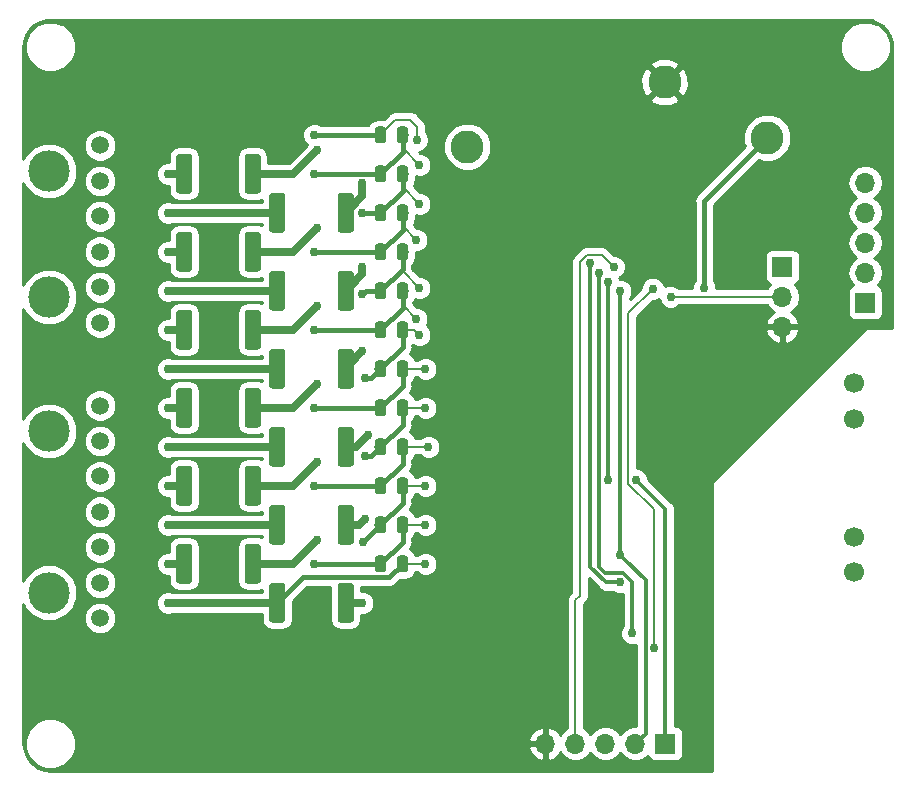
<source format=gbr>
%TF.GenerationSoftware,KiCad,Pcbnew,(5.0.0)*%
%TF.CreationDate,2019-02-02T21:12:50-06:00*%
%TF.ProjectId,BPSVoltage,425053566F6C746167652E6B69636164,rev?*%
%TF.SameCoordinates,Original*%
%TF.FileFunction,Copper,L2,Bot,Signal*%
%TF.FilePolarity,Positive*%
%FSLAX46Y46*%
G04 Gerber Fmt 4.6, Leading zero omitted, Abs format (unit mm)*
G04 Created by KiCad (PCBNEW (5.0.0)) date 02/02/19 21:12:50*
%MOMM*%
%LPD*%
G01*
G04 APERTURE LIST*
%ADD10C,0.100000*%
%ADD11C,0.975000*%
%ADD12C,1.700000*%
%ADD13R,1.700000X1.700000*%
%ADD14O,1.700000X1.700000*%
%ADD15C,1.350000*%
%ADD16C,2.800000*%
%ADD17C,1.500000*%
%ADD18C,3.500000*%
%ADD19C,0.762000*%
%ADD20C,0.381000*%
%ADD21C,0.203200*%
%ADD22C,0.635000*%
%ADD23C,0.304800*%
%ADD24C,0.254000*%
G04 APERTURE END LIST*
D10*
G36*
X76213642Y-59753174D02*
X76237303Y-59756684D01*
X76260507Y-59762496D01*
X76283029Y-59770554D01*
X76304653Y-59780782D01*
X76325170Y-59793079D01*
X76344383Y-59807329D01*
X76362107Y-59823393D01*
X76378171Y-59841117D01*
X76392421Y-59860330D01*
X76404718Y-59880847D01*
X76414946Y-59902471D01*
X76423004Y-59924993D01*
X76428816Y-59948197D01*
X76432326Y-59971858D01*
X76433500Y-59995750D01*
X76433500Y-60908250D01*
X76432326Y-60932142D01*
X76428816Y-60955803D01*
X76423004Y-60979007D01*
X76414946Y-61001529D01*
X76404718Y-61023153D01*
X76392421Y-61043670D01*
X76378171Y-61062883D01*
X76362107Y-61080607D01*
X76344383Y-61096671D01*
X76325170Y-61110921D01*
X76304653Y-61123218D01*
X76283029Y-61133446D01*
X76260507Y-61141504D01*
X76237303Y-61147316D01*
X76213642Y-61150826D01*
X76189750Y-61152000D01*
X75702250Y-61152000D01*
X75678358Y-61150826D01*
X75654697Y-61147316D01*
X75631493Y-61141504D01*
X75608971Y-61133446D01*
X75587347Y-61123218D01*
X75566830Y-61110921D01*
X75547617Y-61096671D01*
X75529893Y-61080607D01*
X75513829Y-61062883D01*
X75499579Y-61043670D01*
X75487282Y-61023153D01*
X75477054Y-61001529D01*
X75468996Y-60979007D01*
X75463184Y-60955803D01*
X75459674Y-60932142D01*
X75458500Y-60908250D01*
X75458500Y-59995750D01*
X75459674Y-59971858D01*
X75463184Y-59948197D01*
X75468996Y-59924993D01*
X75477054Y-59902471D01*
X75487282Y-59880847D01*
X75499579Y-59860330D01*
X75513829Y-59841117D01*
X75529893Y-59823393D01*
X75547617Y-59807329D01*
X75566830Y-59793079D01*
X75587347Y-59780782D01*
X75608971Y-59770554D01*
X75631493Y-59762496D01*
X75654697Y-59756684D01*
X75678358Y-59753174D01*
X75702250Y-59752000D01*
X76189750Y-59752000D01*
X76213642Y-59753174D01*
X76213642Y-59753174D01*
G37*
D11*
X75946000Y-60452000D03*
D10*
G36*
X78088642Y-59753174D02*
X78112303Y-59756684D01*
X78135507Y-59762496D01*
X78158029Y-59770554D01*
X78179653Y-59780782D01*
X78200170Y-59793079D01*
X78219383Y-59807329D01*
X78237107Y-59823393D01*
X78253171Y-59841117D01*
X78267421Y-59860330D01*
X78279718Y-59880847D01*
X78289946Y-59902471D01*
X78298004Y-59924993D01*
X78303816Y-59948197D01*
X78307326Y-59971858D01*
X78308500Y-59995750D01*
X78308500Y-60908250D01*
X78307326Y-60932142D01*
X78303816Y-60955803D01*
X78298004Y-60979007D01*
X78289946Y-61001529D01*
X78279718Y-61023153D01*
X78267421Y-61043670D01*
X78253171Y-61062883D01*
X78237107Y-61080607D01*
X78219383Y-61096671D01*
X78200170Y-61110921D01*
X78179653Y-61123218D01*
X78158029Y-61133446D01*
X78135507Y-61141504D01*
X78112303Y-61147316D01*
X78088642Y-61150826D01*
X78064750Y-61152000D01*
X77577250Y-61152000D01*
X77553358Y-61150826D01*
X77529697Y-61147316D01*
X77506493Y-61141504D01*
X77483971Y-61133446D01*
X77462347Y-61123218D01*
X77441830Y-61110921D01*
X77422617Y-61096671D01*
X77404893Y-61080607D01*
X77388829Y-61062883D01*
X77374579Y-61043670D01*
X77362282Y-61023153D01*
X77352054Y-61001529D01*
X77343996Y-60979007D01*
X77338184Y-60955803D01*
X77334674Y-60932142D01*
X77333500Y-60908250D01*
X77333500Y-59995750D01*
X77334674Y-59971858D01*
X77338184Y-59948197D01*
X77343996Y-59924993D01*
X77352054Y-59902471D01*
X77362282Y-59880847D01*
X77374579Y-59860330D01*
X77388829Y-59841117D01*
X77404893Y-59823393D01*
X77422617Y-59807329D01*
X77441830Y-59793079D01*
X77462347Y-59780782D01*
X77483971Y-59770554D01*
X77506493Y-59762496D01*
X77529697Y-59756684D01*
X77553358Y-59753174D01*
X77577250Y-59752000D01*
X78064750Y-59752000D01*
X78088642Y-59753174D01*
X78088642Y-59753174D01*
G37*
D11*
X77821000Y-60452000D03*
D10*
G36*
X78088642Y-63055174D02*
X78112303Y-63058684D01*
X78135507Y-63064496D01*
X78158029Y-63072554D01*
X78179653Y-63082782D01*
X78200170Y-63095079D01*
X78219383Y-63109329D01*
X78237107Y-63125393D01*
X78253171Y-63143117D01*
X78267421Y-63162330D01*
X78279718Y-63182847D01*
X78289946Y-63204471D01*
X78298004Y-63226993D01*
X78303816Y-63250197D01*
X78307326Y-63273858D01*
X78308500Y-63297750D01*
X78308500Y-64210250D01*
X78307326Y-64234142D01*
X78303816Y-64257803D01*
X78298004Y-64281007D01*
X78289946Y-64303529D01*
X78279718Y-64325153D01*
X78267421Y-64345670D01*
X78253171Y-64364883D01*
X78237107Y-64382607D01*
X78219383Y-64398671D01*
X78200170Y-64412921D01*
X78179653Y-64425218D01*
X78158029Y-64435446D01*
X78135507Y-64443504D01*
X78112303Y-64449316D01*
X78088642Y-64452826D01*
X78064750Y-64454000D01*
X77577250Y-64454000D01*
X77553358Y-64452826D01*
X77529697Y-64449316D01*
X77506493Y-64443504D01*
X77483971Y-64435446D01*
X77462347Y-64425218D01*
X77441830Y-64412921D01*
X77422617Y-64398671D01*
X77404893Y-64382607D01*
X77388829Y-64364883D01*
X77374579Y-64345670D01*
X77362282Y-64325153D01*
X77352054Y-64303529D01*
X77343996Y-64281007D01*
X77338184Y-64257803D01*
X77334674Y-64234142D01*
X77333500Y-64210250D01*
X77333500Y-63297750D01*
X77334674Y-63273858D01*
X77338184Y-63250197D01*
X77343996Y-63226993D01*
X77352054Y-63204471D01*
X77362282Y-63182847D01*
X77374579Y-63162330D01*
X77388829Y-63143117D01*
X77404893Y-63125393D01*
X77422617Y-63109329D01*
X77441830Y-63095079D01*
X77462347Y-63082782D01*
X77483971Y-63072554D01*
X77506493Y-63064496D01*
X77529697Y-63058684D01*
X77553358Y-63055174D01*
X77577250Y-63054000D01*
X78064750Y-63054000D01*
X78088642Y-63055174D01*
X78088642Y-63055174D01*
G37*
D11*
X77821000Y-63754000D03*
D10*
G36*
X76213642Y-63055174D02*
X76237303Y-63058684D01*
X76260507Y-63064496D01*
X76283029Y-63072554D01*
X76304653Y-63082782D01*
X76325170Y-63095079D01*
X76344383Y-63109329D01*
X76362107Y-63125393D01*
X76378171Y-63143117D01*
X76392421Y-63162330D01*
X76404718Y-63182847D01*
X76414946Y-63204471D01*
X76423004Y-63226993D01*
X76428816Y-63250197D01*
X76432326Y-63273858D01*
X76433500Y-63297750D01*
X76433500Y-64210250D01*
X76432326Y-64234142D01*
X76428816Y-64257803D01*
X76423004Y-64281007D01*
X76414946Y-64303529D01*
X76404718Y-64325153D01*
X76392421Y-64345670D01*
X76378171Y-64364883D01*
X76362107Y-64382607D01*
X76344383Y-64398671D01*
X76325170Y-64412921D01*
X76304653Y-64425218D01*
X76283029Y-64435446D01*
X76260507Y-64443504D01*
X76237303Y-64449316D01*
X76213642Y-64452826D01*
X76189750Y-64454000D01*
X75702250Y-64454000D01*
X75678358Y-64452826D01*
X75654697Y-64449316D01*
X75631493Y-64443504D01*
X75608971Y-64435446D01*
X75587347Y-64425218D01*
X75566830Y-64412921D01*
X75547617Y-64398671D01*
X75529893Y-64382607D01*
X75513829Y-64364883D01*
X75499579Y-64345670D01*
X75487282Y-64325153D01*
X75477054Y-64303529D01*
X75468996Y-64281007D01*
X75463184Y-64257803D01*
X75459674Y-64234142D01*
X75458500Y-64210250D01*
X75458500Y-63297750D01*
X75459674Y-63273858D01*
X75463184Y-63250197D01*
X75468996Y-63226993D01*
X75477054Y-63204471D01*
X75487282Y-63182847D01*
X75499579Y-63162330D01*
X75513829Y-63143117D01*
X75529893Y-63125393D01*
X75547617Y-63109329D01*
X75566830Y-63095079D01*
X75587347Y-63082782D01*
X75608971Y-63072554D01*
X75631493Y-63064496D01*
X75654697Y-63058684D01*
X75678358Y-63055174D01*
X75702250Y-63054000D01*
X76189750Y-63054000D01*
X76213642Y-63055174D01*
X76213642Y-63055174D01*
G37*
D11*
X75946000Y-63754000D03*
D10*
G36*
X76213642Y-66357174D02*
X76237303Y-66360684D01*
X76260507Y-66366496D01*
X76283029Y-66374554D01*
X76304653Y-66384782D01*
X76325170Y-66397079D01*
X76344383Y-66411329D01*
X76362107Y-66427393D01*
X76378171Y-66445117D01*
X76392421Y-66464330D01*
X76404718Y-66484847D01*
X76414946Y-66506471D01*
X76423004Y-66528993D01*
X76428816Y-66552197D01*
X76432326Y-66575858D01*
X76433500Y-66599750D01*
X76433500Y-67512250D01*
X76432326Y-67536142D01*
X76428816Y-67559803D01*
X76423004Y-67583007D01*
X76414946Y-67605529D01*
X76404718Y-67627153D01*
X76392421Y-67647670D01*
X76378171Y-67666883D01*
X76362107Y-67684607D01*
X76344383Y-67700671D01*
X76325170Y-67714921D01*
X76304653Y-67727218D01*
X76283029Y-67737446D01*
X76260507Y-67745504D01*
X76237303Y-67751316D01*
X76213642Y-67754826D01*
X76189750Y-67756000D01*
X75702250Y-67756000D01*
X75678358Y-67754826D01*
X75654697Y-67751316D01*
X75631493Y-67745504D01*
X75608971Y-67737446D01*
X75587347Y-67727218D01*
X75566830Y-67714921D01*
X75547617Y-67700671D01*
X75529893Y-67684607D01*
X75513829Y-67666883D01*
X75499579Y-67647670D01*
X75487282Y-67627153D01*
X75477054Y-67605529D01*
X75468996Y-67583007D01*
X75463184Y-67559803D01*
X75459674Y-67536142D01*
X75458500Y-67512250D01*
X75458500Y-66599750D01*
X75459674Y-66575858D01*
X75463184Y-66552197D01*
X75468996Y-66528993D01*
X75477054Y-66506471D01*
X75487282Y-66484847D01*
X75499579Y-66464330D01*
X75513829Y-66445117D01*
X75529893Y-66427393D01*
X75547617Y-66411329D01*
X75566830Y-66397079D01*
X75587347Y-66384782D01*
X75608971Y-66374554D01*
X75631493Y-66366496D01*
X75654697Y-66360684D01*
X75678358Y-66357174D01*
X75702250Y-66356000D01*
X76189750Y-66356000D01*
X76213642Y-66357174D01*
X76213642Y-66357174D01*
G37*
D11*
X75946000Y-67056000D03*
D10*
G36*
X78088642Y-66357174D02*
X78112303Y-66360684D01*
X78135507Y-66366496D01*
X78158029Y-66374554D01*
X78179653Y-66384782D01*
X78200170Y-66397079D01*
X78219383Y-66411329D01*
X78237107Y-66427393D01*
X78253171Y-66445117D01*
X78267421Y-66464330D01*
X78279718Y-66484847D01*
X78289946Y-66506471D01*
X78298004Y-66528993D01*
X78303816Y-66552197D01*
X78307326Y-66575858D01*
X78308500Y-66599750D01*
X78308500Y-67512250D01*
X78307326Y-67536142D01*
X78303816Y-67559803D01*
X78298004Y-67583007D01*
X78289946Y-67605529D01*
X78279718Y-67627153D01*
X78267421Y-67647670D01*
X78253171Y-67666883D01*
X78237107Y-67684607D01*
X78219383Y-67700671D01*
X78200170Y-67714921D01*
X78179653Y-67727218D01*
X78158029Y-67737446D01*
X78135507Y-67745504D01*
X78112303Y-67751316D01*
X78088642Y-67754826D01*
X78064750Y-67756000D01*
X77577250Y-67756000D01*
X77553358Y-67754826D01*
X77529697Y-67751316D01*
X77506493Y-67745504D01*
X77483971Y-67737446D01*
X77462347Y-67727218D01*
X77441830Y-67714921D01*
X77422617Y-67700671D01*
X77404893Y-67684607D01*
X77388829Y-67666883D01*
X77374579Y-67647670D01*
X77362282Y-67627153D01*
X77352054Y-67605529D01*
X77343996Y-67583007D01*
X77338184Y-67559803D01*
X77334674Y-67536142D01*
X77333500Y-67512250D01*
X77333500Y-66599750D01*
X77334674Y-66575858D01*
X77338184Y-66552197D01*
X77343996Y-66528993D01*
X77352054Y-66506471D01*
X77362282Y-66484847D01*
X77374579Y-66464330D01*
X77388829Y-66445117D01*
X77404893Y-66427393D01*
X77422617Y-66411329D01*
X77441830Y-66397079D01*
X77462347Y-66384782D01*
X77483971Y-66374554D01*
X77506493Y-66366496D01*
X77529697Y-66360684D01*
X77553358Y-66357174D01*
X77577250Y-66356000D01*
X78064750Y-66356000D01*
X78088642Y-66357174D01*
X78088642Y-66357174D01*
G37*
D11*
X77821000Y-67056000D03*
D10*
G36*
X76213642Y-69659174D02*
X76237303Y-69662684D01*
X76260507Y-69668496D01*
X76283029Y-69676554D01*
X76304653Y-69686782D01*
X76325170Y-69699079D01*
X76344383Y-69713329D01*
X76362107Y-69729393D01*
X76378171Y-69747117D01*
X76392421Y-69766330D01*
X76404718Y-69786847D01*
X76414946Y-69808471D01*
X76423004Y-69830993D01*
X76428816Y-69854197D01*
X76432326Y-69877858D01*
X76433500Y-69901750D01*
X76433500Y-70814250D01*
X76432326Y-70838142D01*
X76428816Y-70861803D01*
X76423004Y-70885007D01*
X76414946Y-70907529D01*
X76404718Y-70929153D01*
X76392421Y-70949670D01*
X76378171Y-70968883D01*
X76362107Y-70986607D01*
X76344383Y-71002671D01*
X76325170Y-71016921D01*
X76304653Y-71029218D01*
X76283029Y-71039446D01*
X76260507Y-71047504D01*
X76237303Y-71053316D01*
X76213642Y-71056826D01*
X76189750Y-71058000D01*
X75702250Y-71058000D01*
X75678358Y-71056826D01*
X75654697Y-71053316D01*
X75631493Y-71047504D01*
X75608971Y-71039446D01*
X75587347Y-71029218D01*
X75566830Y-71016921D01*
X75547617Y-71002671D01*
X75529893Y-70986607D01*
X75513829Y-70968883D01*
X75499579Y-70949670D01*
X75487282Y-70929153D01*
X75477054Y-70907529D01*
X75468996Y-70885007D01*
X75463184Y-70861803D01*
X75459674Y-70838142D01*
X75458500Y-70814250D01*
X75458500Y-69901750D01*
X75459674Y-69877858D01*
X75463184Y-69854197D01*
X75468996Y-69830993D01*
X75477054Y-69808471D01*
X75487282Y-69786847D01*
X75499579Y-69766330D01*
X75513829Y-69747117D01*
X75529893Y-69729393D01*
X75547617Y-69713329D01*
X75566830Y-69699079D01*
X75587347Y-69686782D01*
X75608971Y-69676554D01*
X75631493Y-69668496D01*
X75654697Y-69662684D01*
X75678358Y-69659174D01*
X75702250Y-69658000D01*
X76189750Y-69658000D01*
X76213642Y-69659174D01*
X76213642Y-69659174D01*
G37*
D11*
X75946000Y-70358000D03*
D10*
G36*
X78088642Y-69659174D02*
X78112303Y-69662684D01*
X78135507Y-69668496D01*
X78158029Y-69676554D01*
X78179653Y-69686782D01*
X78200170Y-69699079D01*
X78219383Y-69713329D01*
X78237107Y-69729393D01*
X78253171Y-69747117D01*
X78267421Y-69766330D01*
X78279718Y-69786847D01*
X78289946Y-69808471D01*
X78298004Y-69830993D01*
X78303816Y-69854197D01*
X78307326Y-69877858D01*
X78308500Y-69901750D01*
X78308500Y-70814250D01*
X78307326Y-70838142D01*
X78303816Y-70861803D01*
X78298004Y-70885007D01*
X78289946Y-70907529D01*
X78279718Y-70929153D01*
X78267421Y-70949670D01*
X78253171Y-70968883D01*
X78237107Y-70986607D01*
X78219383Y-71002671D01*
X78200170Y-71016921D01*
X78179653Y-71029218D01*
X78158029Y-71039446D01*
X78135507Y-71047504D01*
X78112303Y-71053316D01*
X78088642Y-71056826D01*
X78064750Y-71058000D01*
X77577250Y-71058000D01*
X77553358Y-71056826D01*
X77529697Y-71053316D01*
X77506493Y-71047504D01*
X77483971Y-71039446D01*
X77462347Y-71029218D01*
X77441830Y-71016921D01*
X77422617Y-71002671D01*
X77404893Y-70986607D01*
X77388829Y-70968883D01*
X77374579Y-70949670D01*
X77362282Y-70929153D01*
X77352054Y-70907529D01*
X77343996Y-70885007D01*
X77338184Y-70861803D01*
X77334674Y-70838142D01*
X77333500Y-70814250D01*
X77333500Y-69901750D01*
X77334674Y-69877858D01*
X77338184Y-69854197D01*
X77343996Y-69830993D01*
X77352054Y-69808471D01*
X77362282Y-69786847D01*
X77374579Y-69766330D01*
X77388829Y-69747117D01*
X77404893Y-69729393D01*
X77422617Y-69713329D01*
X77441830Y-69699079D01*
X77462347Y-69686782D01*
X77483971Y-69676554D01*
X77506493Y-69668496D01*
X77529697Y-69662684D01*
X77553358Y-69659174D01*
X77577250Y-69658000D01*
X78064750Y-69658000D01*
X78088642Y-69659174D01*
X78088642Y-69659174D01*
G37*
D11*
X77821000Y-70358000D03*
D10*
G36*
X78088642Y-72961174D02*
X78112303Y-72964684D01*
X78135507Y-72970496D01*
X78158029Y-72978554D01*
X78179653Y-72988782D01*
X78200170Y-73001079D01*
X78219383Y-73015329D01*
X78237107Y-73031393D01*
X78253171Y-73049117D01*
X78267421Y-73068330D01*
X78279718Y-73088847D01*
X78289946Y-73110471D01*
X78298004Y-73132993D01*
X78303816Y-73156197D01*
X78307326Y-73179858D01*
X78308500Y-73203750D01*
X78308500Y-74116250D01*
X78307326Y-74140142D01*
X78303816Y-74163803D01*
X78298004Y-74187007D01*
X78289946Y-74209529D01*
X78279718Y-74231153D01*
X78267421Y-74251670D01*
X78253171Y-74270883D01*
X78237107Y-74288607D01*
X78219383Y-74304671D01*
X78200170Y-74318921D01*
X78179653Y-74331218D01*
X78158029Y-74341446D01*
X78135507Y-74349504D01*
X78112303Y-74355316D01*
X78088642Y-74358826D01*
X78064750Y-74360000D01*
X77577250Y-74360000D01*
X77553358Y-74358826D01*
X77529697Y-74355316D01*
X77506493Y-74349504D01*
X77483971Y-74341446D01*
X77462347Y-74331218D01*
X77441830Y-74318921D01*
X77422617Y-74304671D01*
X77404893Y-74288607D01*
X77388829Y-74270883D01*
X77374579Y-74251670D01*
X77362282Y-74231153D01*
X77352054Y-74209529D01*
X77343996Y-74187007D01*
X77338184Y-74163803D01*
X77334674Y-74140142D01*
X77333500Y-74116250D01*
X77333500Y-73203750D01*
X77334674Y-73179858D01*
X77338184Y-73156197D01*
X77343996Y-73132993D01*
X77352054Y-73110471D01*
X77362282Y-73088847D01*
X77374579Y-73068330D01*
X77388829Y-73049117D01*
X77404893Y-73031393D01*
X77422617Y-73015329D01*
X77441830Y-73001079D01*
X77462347Y-72988782D01*
X77483971Y-72978554D01*
X77506493Y-72970496D01*
X77529697Y-72964684D01*
X77553358Y-72961174D01*
X77577250Y-72960000D01*
X78064750Y-72960000D01*
X78088642Y-72961174D01*
X78088642Y-72961174D01*
G37*
D11*
X77821000Y-73660000D03*
D10*
G36*
X76213642Y-72961174D02*
X76237303Y-72964684D01*
X76260507Y-72970496D01*
X76283029Y-72978554D01*
X76304653Y-72988782D01*
X76325170Y-73001079D01*
X76344383Y-73015329D01*
X76362107Y-73031393D01*
X76378171Y-73049117D01*
X76392421Y-73068330D01*
X76404718Y-73088847D01*
X76414946Y-73110471D01*
X76423004Y-73132993D01*
X76428816Y-73156197D01*
X76432326Y-73179858D01*
X76433500Y-73203750D01*
X76433500Y-74116250D01*
X76432326Y-74140142D01*
X76428816Y-74163803D01*
X76423004Y-74187007D01*
X76414946Y-74209529D01*
X76404718Y-74231153D01*
X76392421Y-74251670D01*
X76378171Y-74270883D01*
X76362107Y-74288607D01*
X76344383Y-74304671D01*
X76325170Y-74318921D01*
X76304653Y-74331218D01*
X76283029Y-74341446D01*
X76260507Y-74349504D01*
X76237303Y-74355316D01*
X76213642Y-74358826D01*
X76189750Y-74360000D01*
X75702250Y-74360000D01*
X75678358Y-74358826D01*
X75654697Y-74355316D01*
X75631493Y-74349504D01*
X75608971Y-74341446D01*
X75587347Y-74331218D01*
X75566830Y-74318921D01*
X75547617Y-74304671D01*
X75529893Y-74288607D01*
X75513829Y-74270883D01*
X75499579Y-74251670D01*
X75487282Y-74231153D01*
X75477054Y-74209529D01*
X75468996Y-74187007D01*
X75463184Y-74163803D01*
X75459674Y-74140142D01*
X75458500Y-74116250D01*
X75458500Y-73203750D01*
X75459674Y-73179858D01*
X75463184Y-73156197D01*
X75468996Y-73132993D01*
X75477054Y-73110471D01*
X75487282Y-73088847D01*
X75499579Y-73068330D01*
X75513829Y-73049117D01*
X75529893Y-73031393D01*
X75547617Y-73015329D01*
X75566830Y-73001079D01*
X75587347Y-72988782D01*
X75608971Y-72978554D01*
X75631493Y-72970496D01*
X75654697Y-72964684D01*
X75678358Y-72961174D01*
X75702250Y-72960000D01*
X76189750Y-72960000D01*
X76213642Y-72961174D01*
X76213642Y-72961174D01*
G37*
D11*
X75946000Y-73660000D03*
D10*
G36*
X76213642Y-76263174D02*
X76237303Y-76266684D01*
X76260507Y-76272496D01*
X76283029Y-76280554D01*
X76304653Y-76290782D01*
X76325170Y-76303079D01*
X76344383Y-76317329D01*
X76362107Y-76333393D01*
X76378171Y-76351117D01*
X76392421Y-76370330D01*
X76404718Y-76390847D01*
X76414946Y-76412471D01*
X76423004Y-76434993D01*
X76428816Y-76458197D01*
X76432326Y-76481858D01*
X76433500Y-76505750D01*
X76433500Y-77418250D01*
X76432326Y-77442142D01*
X76428816Y-77465803D01*
X76423004Y-77489007D01*
X76414946Y-77511529D01*
X76404718Y-77533153D01*
X76392421Y-77553670D01*
X76378171Y-77572883D01*
X76362107Y-77590607D01*
X76344383Y-77606671D01*
X76325170Y-77620921D01*
X76304653Y-77633218D01*
X76283029Y-77643446D01*
X76260507Y-77651504D01*
X76237303Y-77657316D01*
X76213642Y-77660826D01*
X76189750Y-77662000D01*
X75702250Y-77662000D01*
X75678358Y-77660826D01*
X75654697Y-77657316D01*
X75631493Y-77651504D01*
X75608971Y-77643446D01*
X75587347Y-77633218D01*
X75566830Y-77620921D01*
X75547617Y-77606671D01*
X75529893Y-77590607D01*
X75513829Y-77572883D01*
X75499579Y-77553670D01*
X75487282Y-77533153D01*
X75477054Y-77511529D01*
X75468996Y-77489007D01*
X75463184Y-77465803D01*
X75459674Y-77442142D01*
X75458500Y-77418250D01*
X75458500Y-76505750D01*
X75459674Y-76481858D01*
X75463184Y-76458197D01*
X75468996Y-76434993D01*
X75477054Y-76412471D01*
X75487282Y-76390847D01*
X75499579Y-76370330D01*
X75513829Y-76351117D01*
X75529893Y-76333393D01*
X75547617Y-76317329D01*
X75566830Y-76303079D01*
X75587347Y-76290782D01*
X75608971Y-76280554D01*
X75631493Y-76272496D01*
X75654697Y-76266684D01*
X75678358Y-76263174D01*
X75702250Y-76262000D01*
X76189750Y-76262000D01*
X76213642Y-76263174D01*
X76213642Y-76263174D01*
G37*
D11*
X75946000Y-76962000D03*
D10*
G36*
X78088642Y-76263174D02*
X78112303Y-76266684D01*
X78135507Y-76272496D01*
X78158029Y-76280554D01*
X78179653Y-76290782D01*
X78200170Y-76303079D01*
X78219383Y-76317329D01*
X78237107Y-76333393D01*
X78253171Y-76351117D01*
X78267421Y-76370330D01*
X78279718Y-76390847D01*
X78289946Y-76412471D01*
X78298004Y-76434993D01*
X78303816Y-76458197D01*
X78307326Y-76481858D01*
X78308500Y-76505750D01*
X78308500Y-77418250D01*
X78307326Y-77442142D01*
X78303816Y-77465803D01*
X78298004Y-77489007D01*
X78289946Y-77511529D01*
X78279718Y-77533153D01*
X78267421Y-77553670D01*
X78253171Y-77572883D01*
X78237107Y-77590607D01*
X78219383Y-77606671D01*
X78200170Y-77620921D01*
X78179653Y-77633218D01*
X78158029Y-77643446D01*
X78135507Y-77651504D01*
X78112303Y-77657316D01*
X78088642Y-77660826D01*
X78064750Y-77662000D01*
X77577250Y-77662000D01*
X77553358Y-77660826D01*
X77529697Y-77657316D01*
X77506493Y-77651504D01*
X77483971Y-77643446D01*
X77462347Y-77633218D01*
X77441830Y-77620921D01*
X77422617Y-77606671D01*
X77404893Y-77590607D01*
X77388829Y-77572883D01*
X77374579Y-77553670D01*
X77362282Y-77533153D01*
X77352054Y-77511529D01*
X77343996Y-77489007D01*
X77338184Y-77465803D01*
X77334674Y-77442142D01*
X77333500Y-77418250D01*
X77333500Y-76505750D01*
X77334674Y-76481858D01*
X77338184Y-76458197D01*
X77343996Y-76434993D01*
X77352054Y-76412471D01*
X77362282Y-76390847D01*
X77374579Y-76370330D01*
X77388829Y-76351117D01*
X77404893Y-76333393D01*
X77422617Y-76317329D01*
X77441830Y-76303079D01*
X77462347Y-76290782D01*
X77483971Y-76280554D01*
X77506493Y-76272496D01*
X77529697Y-76266684D01*
X77553358Y-76263174D01*
X77577250Y-76262000D01*
X78064750Y-76262000D01*
X78088642Y-76263174D01*
X78088642Y-76263174D01*
G37*
D11*
X77821000Y-76962000D03*
D10*
G36*
X76213642Y-79565174D02*
X76237303Y-79568684D01*
X76260507Y-79574496D01*
X76283029Y-79582554D01*
X76304653Y-79592782D01*
X76325170Y-79605079D01*
X76344383Y-79619329D01*
X76362107Y-79635393D01*
X76378171Y-79653117D01*
X76392421Y-79672330D01*
X76404718Y-79692847D01*
X76414946Y-79714471D01*
X76423004Y-79736993D01*
X76428816Y-79760197D01*
X76432326Y-79783858D01*
X76433500Y-79807750D01*
X76433500Y-80720250D01*
X76432326Y-80744142D01*
X76428816Y-80767803D01*
X76423004Y-80791007D01*
X76414946Y-80813529D01*
X76404718Y-80835153D01*
X76392421Y-80855670D01*
X76378171Y-80874883D01*
X76362107Y-80892607D01*
X76344383Y-80908671D01*
X76325170Y-80922921D01*
X76304653Y-80935218D01*
X76283029Y-80945446D01*
X76260507Y-80953504D01*
X76237303Y-80959316D01*
X76213642Y-80962826D01*
X76189750Y-80964000D01*
X75702250Y-80964000D01*
X75678358Y-80962826D01*
X75654697Y-80959316D01*
X75631493Y-80953504D01*
X75608971Y-80945446D01*
X75587347Y-80935218D01*
X75566830Y-80922921D01*
X75547617Y-80908671D01*
X75529893Y-80892607D01*
X75513829Y-80874883D01*
X75499579Y-80855670D01*
X75487282Y-80835153D01*
X75477054Y-80813529D01*
X75468996Y-80791007D01*
X75463184Y-80767803D01*
X75459674Y-80744142D01*
X75458500Y-80720250D01*
X75458500Y-79807750D01*
X75459674Y-79783858D01*
X75463184Y-79760197D01*
X75468996Y-79736993D01*
X75477054Y-79714471D01*
X75487282Y-79692847D01*
X75499579Y-79672330D01*
X75513829Y-79653117D01*
X75529893Y-79635393D01*
X75547617Y-79619329D01*
X75566830Y-79605079D01*
X75587347Y-79592782D01*
X75608971Y-79582554D01*
X75631493Y-79574496D01*
X75654697Y-79568684D01*
X75678358Y-79565174D01*
X75702250Y-79564000D01*
X76189750Y-79564000D01*
X76213642Y-79565174D01*
X76213642Y-79565174D01*
G37*
D11*
X75946000Y-80264000D03*
D10*
G36*
X78088642Y-79565174D02*
X78112303Y-79568684D01*
X78135507Y-79574496D01*
X78158029Y-79582554D01*
X78179653Y-79592782D01*
X78200170Y-79605079D01*
X78219383Y-79619329D01*
X78237107Y-79635393D01*
X78253171Y-79653117D01*
X78267421Y-79672330D01*
X78279718Y-79692847D01*
X78289946Y-79714471D01*
X78298004Y-79736993D01*
X78303816Y-79760197D01*
X78307326Y-79783858D01*
X78308500Y-79807750D01*
X78308500Y-80720250D01*
X78307326Y-80744142D01*
X78303816Y-80767803D01*
X78298004Y-80791007D01*
X78289946Y-80813529D01*
X78279718Y-80835153D01*
X78267421Y-80855670D01*
X78253171Y-80874883D01*
X78237107Y-80892607D01*
X78219383Y-80908671D01*
X78200170Y-80922921D01*
X78179653Y-80935218D01*
X78158029Y-80945446D01*
X78135507Y-80953504D01*
X78112303Y-80959316D01*
X78088642Y-80962826D01*
X78064750Y-80964000D01*
X77577250Y-80964000D01*
X77553358Y-80962826D01*
X77529697Y-80959316D01*
X77506493Y-80953504D01*
X77483971Y-80945446D01*
X77462347Y-80935218D01*
X77441830Y-80922921D01*
X77422617Y-80908671D01*
X77404893Y-80892607D01*
X77388829Y-80874883D01*
X77374579Y-80855670D01*
X77362282Y-80835153D01*
X77352054Y-80813529D01*
X77343996Y-80791007D01*
X77338184Y-80767803D01*
X77334674Y-80744142D01*
X77333500Y-80720250D01*
X77333500Y-79807750D01*
X77334674Y-79783858D01*
X77338184Y-79760197D01*
X77343996Y-79736993D01*
X77352054Y-79714471D01*
X77362282Y-79692847D01*
X77374579Y-79672330D01*
X77388829Y-79653117D01*
X77404893Y-79635393D01*
X77422617Y-79619329D01*
X77441830Y-79605079D01*
X77462347Y-79592782D01*
X77483971Y-79582554D01*
X77506493Y-79574496D01*
X77529697Y-79568684D01*
X77553358Y-79565174D01*
X77577250Y-79564000D01*
X78064750Y-79564000D01*
X78088642Y-79565174D01*
X78088642Y-79565174D01*
G37*
D11*
X77821000Y-80264000D03*
D10*
G36*
X78088642Y-82867174D02*
X78112303Y-82870684D01*
X78135507Y-82876496D01*
X78158029Y-82884554D01*
X78179653Y-82894782D01*
X78200170Y-82907079D01*
X78219383Y-82921329D01*
X78237107Y-82937393D01*
X78253171Y-82955117D01*
X78267421Y-82974330D01*
X78279718Y-82994847D01*
X78289946Y-83016471D01*
X78298004Y-83038993D01*
X78303816Y-83062197D01*
X78307326Y-83085858D01*
X78308500Y-83109750D01*
X78308500Y-84022250D01*
X78307326Y-84046142D01*
X78303816Y-84069803D01*
X78298004Y-84093007D01*
X78289946Y-84115529D01*
X78279718Y-84137153D01*
X78267421Y-84157670D01*
X78253171Y-84176883D01*
X78237107Y-84194607D01*
X78219383Y-84210671D01*
X78200170Y-84224921D01*
X78179653Y-84237218D01*
X78158029Y-84247446D01*
X78135507Y-84255504D01*
X78112303Y-84261316D01*
X78088642Y-84264826D01*
X78064750Y-84266000D01*
X77577250Y-84266000D01*
X77553358Y-84264826D01*
X77529697Y-84261316D01*
X77506493Y-84255504D01*
X77483971Y-84247446D01*
X77462347Y-84237218D01*
X77441830Y-84224921D01*
X77422617Y-84210671D01*
X77404893Y-84194607D01*
X77388829Y-84176883D01*
X77374579Y-84157670D01*
X77362282Y-84137153D01*
X77352054Y-84115529D01*
X77343996Y-84093007D01*
X77338184Y-84069803D01*
X77334674Y-84046142D01*
X77333500Y-84022250D01*
X77333500Y-83109750D01*
X77334674Y-83085858D01*
X77338184Y-83062197D01*
X77343996Y-83038993D01*
X77352054Y-83016471D01*
X77362282Y-82994847D01*
X77374579Y-82974330D01*
X77388829Y-82955117D01*
X77404893Y-82937393D01*
X77422617Y-82921329D01*
X77441830Y-82907079D01*
X77462347Y-82894782D01*
X77483971Y-82884554D01*
X77506493Y-82876496D01*
X77529697Y-82870684D01*
X77553358Y-82867174D01*
X77577250Y-82866000D01*
X78064750Y-82866000D01*
X78088642Y-82867174D01*
X78088642Y-82867174D01*
G37*
D11*
X77821000Y-83566000D03*
D10*
G36*
X76213642Y-82867174D02*
X76237303Y-82870684D01*
X76260507Y-82876496D01*
X76283029Y-82884554D01*
X76304653Y-82894782D01*
X76325170Y-82907079D01*
X76344383Y-82921329D01*
X76362107Y-82937393D01*
X76378171Y-82955117D01*
X76392421Y-82974330D01*
X76404718Y-82994847D01*
X76414946Y-83016471D01*
X76423004Y-83038993D01*
X76428816Y-83062197D01*
X76432326Y-83085858D01*
X76433500Y-83109750D01*
X76433500Y-84022250D01*
X76432326Y-84046142D01*
X76428816Y-84069803D01*
X76423004Y-84093007D01*
X76414946Y-84115529D01*
X76404718Y-84137153D01*
X76392421Y-84157670D01*
X76378171Y-84176883D01*
X76362107Y-84194607D01*
X76344383Y-84210671D01*
X76325170Y-84224921D01*
X76304653Y-84237218D01*
X76283029Y-84247446D01*
X76260507Y-84255504D01*
X76237303Y-84261316D01*
X76213642Y-84264826D01*
X76189750Y-84266000D01*
X75702250Y-84266000D01*
X75678358Y-84264826D01*
X75654697Y-84261316D01*
X75631493Y-84255504D01*
X75608971Y-84247446D01*
X75587347Y-84237218D01*
X75566830Y-84224921D01*
X75547617Y-84210671D01*
X75529893Y-84194607D01*
X75513829Y-84176883D01*
X75499579Y-84157670D01*
X75487282Y-84137153D01*
X75477054Y-84115529D01*
X75468996Y-84093007D01*
X75463184Y-84069803D01*
X75459674Y-84046142D01*
X75458500Y-84022250D01*
X75458500Y-83109750D01*
X75459674Y-83085858D01*
X75463184Y-83062197D01*
X75468996Y-83038993D01*
X75477054Y-83016471D01*
X75487282Y-82994847D01*
X75499579Y-82974330D01*
X75513829Y-82955117D01*
X75529893Y-82937393D01*
X75547617Y-82921329D01*
X75566830Y-82907079D01*
X75587347Y-82894782D01*
X75608971Y-82884554D01*
X75631493Y-82876496D01*
X75654697Y-82870684D01*
X75678358Y-82867174D01*
X75702250Y-82866000D01*
X76189750Y-82866000D01*
X76213642Y-82867174D01*
X76213642Y-82867174D01*
G37*
D11*
X75946000Y-83566000D03*
D10*
G36*
X78088642Y-86169174D02*
X78112303Y-86172684D01*
X78135507Y-86178496D01*
X78158029Y-86186554D01*
X78179653Y-86196782D01*
X78200170Y-86209079D01*
X78219383Y-86223329D01*
X78237107Y-86239393D01*
X78253171Y-86257117D01*
X78267421Y-86276330D01*
X78279718Y-86296847D01*
X78289946Y-86318471D01*
X78298004Y-86340993D01*
X78303816Y-86364197D01*
X78307326Y-86387858D01*
X78308500Y-86411750D01*
X78308500Y-87324250D01*
X78307326Y-87348142D01*
X78303816Y-87371803D01*
X78298004Y-87395007D01*
X78289946Y-87417529D01*
X78279718Y-87439153D01*
X78267421Y-87459670D01*
X78253171Y-87478883D01*
X78237107Y-87496607D01*
X78219383Y-87512671D01*
X78200170Y-87526921D01*
X78179653Y-87539218D01*
X78158029Y-87549446D01*
X78135507Y-87557504D01*
X78112303Y-87563316D01*
X78088642Y-87566826D01*
X78064750Y-87568000D01*
X77577250Y-87568000D01*
X77553358Y-87566826D01*
X77529697Y-87563316D01*
X77506493Y-87557504D01*
X77483971Y-87549446D01*
X77462347Y-87539218D01*
X77441830Y-87526921D01*
X77422617Y-87512671D01*
X77404893Y-87496607D01*
X77388829Y-87478883D01*
X77374579Y-87459670D01*
X77362282Y-87439153D01*
X77352054Y-87417529D01*
X77343996Y-87395007D01*
X77338184Y-87371803D01*
X77334674Y-87348142D01*
X77333500Y-87324250D01*
X77333500Y-86411750D01*
X77334674Y-86387858D01*
X77338184Y-86364197D01*
X77343996Y-86340993D01*
X77352054Y-86318471D01*
X77362282Y-86296847D01*
X77374579Y-86276330D01*
X77388829Y-86257117D01*
X77404893Y-86239393D01*
X77422617Y-86223329D01*
X77441830Y-86209079D01*
X77462347Y-86196782D01*
X77483971Y-86186554D01*
X77506493Y-86178496D01*
X77529697Y-86172684D01*
X77553358Y-86169174D01*
X77577250Y-86168000D01*
X78064750Y-86168000D01*
X78088642Y-86169174D01*
X78088642Y-86169174D01*
G37*
D11*
X77821000Y-86868000D03*
D10*
G36*
X76213642Y-86169174D02*
X76237303Y-86172684D01*
X76260507Y-86178496D01*
X76283029Y-86186554D01*
X76304653Y-86196782D01*
X76325170Y-86209079D01*
X76344383Y-86223329D01*
X76362107Y-86239393D01*
X76378171Y-86257117D01*
X76392421Y-86276330D01*
X76404718Y-86296847D01*
X76414946Y-86318471D01*
X76423004Y-86340993D01*
X76428816Y-86364197D01*
X76432326Y-86387858D01*
X76433500Y-86411750D01*
X76433500Y-87324250D01*
X76432326Y-87348142D01*
X76428816Y-87371803D01*
X76423004Y-87395007D01*
X76414946Y-87417529D01*
X76404718Y-87439153D01*
X76392421Y-87459670D01*
X76378171Y-87478883D01*
X76362107Y-87496607D01*
X76344383Y-87512671D01*
X76325170Y-87526921D01*
X76304653Y-87539218D01*
X76283029Y-87549446D01*
X76260507Y-87557504D01*
X76237303Y-87563316D01*
X76213642Y-87566826D01*
X76189750Y-87568000D01*
X75702250Y-87568000D01*
X75678358Y-87566826D01*
X75654697Y-87563316D01*
X75631493Y-87557504D01*
X75608971Y-87549446D01*
X75587347Y-87539218D01*
X75566830Y-87526921D01*
X75547617Y-87512671D01*
X75529893Y-87496607D01*
X75513829Y-87478883D01*
X75499579Y-87459670D01*
X75487282Y-87439153D01*
X75477054Y-87417529D01*
X75468996Y-87395007D01*
X75463184Y-87371803D01*
X75459674Y-87348142D01*
X75458500Y-87324250D01*
X75458500Y-86411750D01*
X75459674Y-86387858D01*
X75463184Y-86364197D01*
X75468996Y-86340993D01*
X75477054Y-86318471D01*
X75487282Y-86296847D01*
X75499579Y-86276330D01*
X75513829Y-86257117D01*
X75529893Y-86239393D01*
X75547617Y-86223329D01*
X75566830Y-86209079D01*
X75587347Y-86196782D01*
X75608971Y-86186554D01*
X75631493Y-86178496D01*
X75654697Y-86172684D01*
X75678358Y-86169174D01*
X75702250Y-86168000D01*
X76189750Y-86168000D01*
X76213642Y-86169174D01*
X76213642Y-86169174D01*
G37*
D11*
X75946000Y-86868000D03*
D10*
G36*
X78088642Y-89471174D02*
X78112303Y-89474684D01*
X78135507Y-89480496D01*
X78158029Y-89488554D01*
X78179653Y-89498782D01*
X78200170Y-89511079D01*
X78219383Y-89525329D01*
X78237107Y-89541393D01*
X78253171Y-89559117D01*
X78267421Y-89578330D01*
X78279718Y-89598847D01*
X78289946Y-89620471D01*
X78298004Y-89642993D01*
X78303816Y-89666197D01*
X78307326Y-89689858D01*
X78308500Y-89713750D01*
X78308500Y-90626250D01*
X78307326Y-90650142D01*
X78303816Y-90673803D01*
X78298004Y-90697007D01*
X78289946Y-90719529D01*
X78279718Y-90741153D01*
X78267421Y-90761670D01*
X78253171Y-90780883D01*
X78237107Y-90798607D01*
X78219383Y-90814671D01*
X78200170Y-90828921D01*
X78179653Y-90841218D01*
X78158029Y-90851446D01*
X78135507Y-90859504D01*
X78112303Y-90865316D01*
X78088642Y-90868826D01*
X78064750Y-90870000D01*
X77577250Y-90870000D01*
X77553358Y-90868826D01*
X77529697Y-90865316D01*
X77506493Y-90859504D01*
X77483971Y-90851446D01*
X77462347Y-90841218D01*
X77441830Y-90828921D01*
X77422617Y-90814671D01*
X77404893Y-90798607D01*
X77388829Y-90780883D01*
X77374579Y-90761670D01*
X77362282Y-90741153D01*
X77352054Y-90719529D01*
X77343996Y-90697007D01*
X77338184Y-90673803D01*
X77334674Y-90650142D01*
X77333500Y-90626250D01*
X77333500Y-89713750D01*
X77334674Y-89689858D01*
X77338184Y-89666197D01*
X77343996Y-89642993D01*
X77352054Y-89620471D01*
X77362282Y-89598847D01*
X77374579Y-89578330D01*
X77388829Y-89559117D01*
X77404893Y-89541393D01*
X77422617Y-89525329D01*
X77441830Y-89511079D01*
X77462347Y-89498782D01*
X77483971Y-89488554D01*
X77506493Y-89480496D01*
X77529697Y-89474684D01*
X77553358Y-89471174D01*
X77577250Y-89470000D01*
X78064750Y-89470000D01*
X78088642Y-89471174D01*
X78088642Y-89471174D01*
G37*
D11*
X77821000Y-90170000D03*
D10*
G36*
X76213642Y-89471174D02*
X76237303Y-89474684D01*
X76260507Y-89480496D01*
X76283029Y-89488554D01*
X76304653Y-89498782D01*
X76325170Y-89511079D01*
X76344383Y-89525329D01*
X76362107Y-89541393D01*
X76378171Y-89559117D01*
X76392421Y-89578330D01*
X76404718Y-89598847D01*
X76414946Y-89620471D01*
X76423004Y-89642993D01*
X76428816Y-89666197D01*
X76432326Y-89689858D01*
X76433500Y-89713750D01*
X76433500Y-90626250D01*
X76432326Y-90650142D01*
X76428816Y-90673803D01*
X76423004Y-90697007D01*
X76414946Y-90719529D01*
X76404718Y-90741153D01*
X76392421Y-90761670D01*
X76378171Y-90780883D01*
X76362107Y-90798607D01*
X76344383Y-90814671D01*
X76325170Y-90828921D01*
X76304653Y-90841218D01*
X76283029Y-90851446D01*
X76260507Y-90859504D01*
X76237303Y-90865316D01*
X76213642Y-90868826D01*
X76189750Y-90870000D01*
X75702250Y-90870000D01*
X75678358Y-90868826D01*
X75654697Y-90865316D01*
X75631493Y-90859504D01*
X75608971Y-90851446D01*
X75587347Y-90841218D01*
X75566830Y-90828921D01*
X75547617Y-90814671D01*
X75529893Y-90798607D01*
X75513829Y-90780883D01*
X75499579Y-90761670D01*
X75487282Y-90741153D01*
X75477054Y-90719529D01*
X75468996Y-90697007D01*
X75463184Y-90673803D01*
X75459674Y-90650142D01*
X75458500Y-90626250D01*
X75458500Y-89713750D01*
X75459674Y-89689858D01*
X75463184Y-89666197D01*
X75468996Y-89642993D01*
X75477054Y-89620471D01*
X75487282Y-89598847D01*
X75499579Y-89578330D01*
X75513829Y-89559117D01*
X75529893Y-89541393D01*
X75547617Y-89525329D01*
X75566830Y-89511079D01*
X75587347Y-89498782D01*
X75608971Y-89488554D01*
X75631493Y-89480496D01*
X75654697Y-89474684D01*
X75678358Y-89471174D01*
X75702250Y-89470000D01*
X76189750Y-89470000D01*
X76213642Y-89471174D01*
X76213642Y-89471174D01*
G37*
D11*
X75946000Y-90170000D03*
D10*
G36*
X76213642Y-92773174D02*
X76237303Y-92776684D01*
X76260507Y-92782496D01*
X76283029Y-92790554D01*
X76304653Y-92800782D01*
X76325170Y-92813079D01*
X76344383Y-92827329D01*
X76362107Y-92843393D01*
X76378171Y-92861117D01*
X76392421Y-92880330D01*
X76404718Y-92900847D01*
X76414946Y-92922471D01*
X76423004Y-92944993D01*
X76428816Y-92968197D01*
X76432326Y-92991858D01*
X76433500Y-93015750D01*
X76433500Y-93928250D01*
X76432326Y-93952142D01*
X76428816Y-93975803D01*
X76423004Y-93999007D01*
X76414946Y-94021529D01*
X76404718Y-94043153D01*
X76392421Y-94063670D01*
X76378171Y-94082883D01*
X76362107Y-94100607D01*
X76344383Y-94116671D01*
X76325170Y-94130921D01*
X76304653Y-94143218D01*
X76283029Y-94153446D01*
X76260507Y-94161504D01*
X76237303Y-94167316D01*
X76213642Y-94170826D01*
X76189750Y-94172000D01*
X75702250Y-94172000D01*
X75678358Y-94170826D01*
X75654697Y-94167316D01*
X75631493Y-94161504D01*
X75608971Y-94153446D01*
X75587347Y-94143218D01*
X75566830Y-94130921D01*
X75547617Y-94116671D01*
X75529893Y-94100607D01*
X75513829Y-94082883D01*
X75499579Y-94063670D01*
X75487282Y-94043153D01*
X75477054Y-94021529D01*
X75468996Y-93999007D01*
X75463184Y-93975803D01*
X75459674Y-93952142D01*
X75458500Y-93928250D01*
X75458500Y-93015750D01*
X75459674Y-92991858D01*
X75463184Y-92968197D01*
X75468996Y-92944993D01*
X75477054Y-92922471D01*
X75487282Y-92900847D01*
X75499579Y-92880330D01*
X75513829Y-92861117D01*
X75529893Y-92843393D01*
X75547617Y-92827329D01*
X75566830Y-92813079D01*
X75587347Y-92800782D01*
X75608971Y-92790554D01*
X75631493Y-92782496D01*
X75654697Y-92776684D01*
X75678358Y-92773174D01*
X75702250Y-92772000D01*
X76189750Y-92772000D01*
X76213642Y-92773174D01*
X76213642Y-92773174D01*
G37*
D11*
X75946000Y-93472000D03*
D10*
G36*
X78088642Y-92773174D02*
X78112303Y-92776684D01*
X78135507Y-92782496D01*
X78158029Y-92790554D01*
X78179653Y-92800782D01*
X78200170Y-92813079D01*
X78219383Y-92827329D01*
X78237107Y-92843393D01*
X78253171Y-92861117D01*
X78267421Y-92880330D01*
X78279718Y-92900847D01*
X78289946Y-92922471D01*
X78298004Y-92944993D01*
X78303816Y-92968197D01*
X78307326Y-92991858D01*
X78308500Y-93015750D01*
X78308500Y-93928250D01*
X78307326Y-93952142D01*
X78303816Y-93975803D01*
X78298004Y-93999007D01*
X78289946Y-94021529D01*
X78279718Y-94043153D01*
X78267421Y-94063670D01*
X78253171Y-94082883D01*
X78237107Y-94100607D01*
X78219383Y-94116671D01*
X78200170Y-94130921D01*
X78179653Y-94143218D01*
X78158029Y-94153446D01*
X78135507Y-94161504D01*
X78112303Y-94167316D01*
X78088642Y-94170826D01*
X78064750Y-94172000D01*
X77577250Y-94172000D01*
X77553358Y-94170826D01*
X77529697Y-94167316D01*
X77506493Y-94161504D01*
X77483971Y-94153446D01*
X77462347Y-94143218D01*
X77441830Y-94130921D01*
X77422617Y-94116671D01*
X77404893Y-94100607D01*
X77388829Y-94082883D01*
X77374579Y-94063670D01*
X77362282Y-94043153D01*
X77352054Y-94021529D01*
X77343996Y-93999007D01*
X77338184Y-93975803D01*
X77334674Y-93952142D01*
X77333500Y-93928250D01*
X77333500Y-93015750D01*
X77334674Y-92991858D01*
X77338184Y-92968197D01*
X77343996Y-92944993D01*
X77352054Y-92922471D01*
X77362282Y-92900847D01*
X77374579Y-92880330D01*
X77388829Y-92861117D01*
X77404893Y-92843393D01*
X77422617Y-92827329D01*
X77441830Y-92813079D01*
X77462347Y-92800782D01*
X77483971Y-92790554D01*
X77506493Y-92782496D01*
X77529697Y-92776684D01*
X77553358Y-92773174D01*
X77577250Y-92772000D01*
X78064750Y-92772000D01*
X78088642Y-92773174D01*
X78088642Y-92773174D01*
G37*
D11*
X77821000Y-93472000D03*
D10*
G36*
X76213642Y-96075174D02*
X76237303Y-96078684D01*
X76260507Y-96084496D01*
X76283029Y-96092554D01*
X76304653Y-96102782D01*
X76325170Y-96115079D01*
X76344383Y-96129329D01*
X76362107Y-96145393D01*
X76378171Y-96163117D01*
X76392421Y-96182330D01*
X76404718Y-96202847D01*
X76414946Y-96224471D01*
X76423004Y-96246993D01*
X76428816Y-96270197D01*
X76432326Y-96293858D01*
X76433500Y-96317750D01*
X76433500Y-97230250D01*
X76432326Y-97254142D01*
X76428816Y-97277803D01*
X76423004Y-97301007D01*
X76414946Y-97323529D01*
X76404718Y-97345153D01*
X76392421Y-97365670D01*
X76378171Y-97384883D01*
X76362107Y-97402607D01*
X76344383Y-97418671D01*
X76325170Y-97432921D01*
X76304653Y-97445218D01*
X76283029Y-97455446D01*
X76260507Y-97463504D01*
X76237303Y-97469316D01*
X76213642Y-97472826D01*
X76189750Y-97474000D01*
X75702250Y-97474000D01*
X75678358Y-97472826D01*
X75654697Y-97469316D01*
X75631493Y-97463504D01*
X75608971Y-97455446D01*
X75587347Y-97445218D01*
X75566830Y-97432921D01*
X75547617Y-97418671D01*
X75529893Y-97402607D01*
X75513829Y-97384883D01*
X75499579Y-97365670D01*
X75487282Y-97345153D01*
X75477054Y-97323529D01*
X75468996Y-97301007D01*
X75463184Y-97277803D01*
X75459674Y-97254142D01*
X75458500Y-97230250D01*
X75458500Y-96317750D01*
X75459674Y-96293858D01*
X75463184Y-96270197D01*
X75468996Y-96246993D01*
X75477054Y-96224471D01*
X75487282Y-96202847D01*
X75499579Y-96182330D01*
X75513829Y-96163117D01*
X75529893Y-96145393D01*
X75547617Y-96129329D01*
X75566830Y-96115079D01*
X75587347Y-96102782D01*
X75608971Y-96092554D01*
X75631493Y-96084496D01*
X75654697Y-96078684D01*
X75678358Y-96075174D01*
X75702250Y-96074000D01*
X76189750Y-96074000D01*
X76213642Y-96075174D01*
X76213642Y-96075174D01*
G37*
D11*
X75946000Y-96774000D03*
D10*
G36*
X78088642Y-96075174D02*
X78112303Y-96078684D01*
X78135507Y-96084496D01*
X78158029Y-96092554D01*
X78179653Y-96102782D01*
X78200170Y-96115079D01*
X78219383Y-96129329D01*
X78237107Y-96145393D01*
X78253171Y-96163117D01*
X78267421Y-96182330D01*
X78279718Y-96202847D01*
X78289946Y-96224471D01*
X78298004Y-96246993D01*
X78303816Y-96270197D01*
X78307326Y-96293858D01*
X78308500Y-96317750D01*
X78308500Y-97230250D01*
X78307326Y-97254142D01*
X78303816Y-97277803D01*
X78298004Y-97301007D01*
X78289946Y-97323529D01*
X78279718Y-97345153D01*
X78267421Y-97365670D01*
X78253171Y-97384883D01*
X78237107Y-97402607D01*
X78219383Y-97418671D01*
X78200170Y-97432921D01*
X78179653Y-97445218D01*
X78158029Y-97455446D01*
X78135507Y-97463504D01*
X78112303Y-97469316D01*
X78088642Y-97472826D01*
X78064750Y-97474000D01*
X77577250Y-97474000D01*
X77553358Y-97472826D01*
X77529697Y-97469316D01*
X77506493Y-97463504D01*
X77483971Y-97455446D01*
X77462347Y-97445218D01*
X77441830Y-97432921D01*
X77422617Y-97418671D01*
X77404893Y-97402607D01*
X77388829Y-97384883D01*
X77374579Y-97365670D01*
X77362282Y-97345153D01*
X77352054Y-97323529D01*
X77343996Y-97301007D01*
X77338184Y-97277803D01*
X77334674Y-97254142D01*
X77333500Y-97230250D01*
X77333500Y-96317750D01*
X77334674Y-96293858D01*
X77338184Y-96270197D01*
X77343996Y-96246993D01*
X77352054Y-96224471D01*
X77362282Y-96202847D01*
X77374579Y-96182330D01*
X77388829Y-96163117D01*
X77404893Y-96145393D01*
X77422617Y-96129329D01*
X77441830Y-96115079D01*
X77462347Y-96102782D01*
X77483971Y-96092554D01*
X77506493Y-96084496D01*
X77529697Y-96078684D01*
X77553358Y-96075174D01*
X77577250Y-96074000D01*
X78064750Y-96074000D01*
X78088642Y-96075174D01*
X78088642Y-96075174D01*
G37*
D11*
X77821000Y-96774000D03*
D12*
X116000000Y-84500000D03*
X116000000Y-81500000D03*
X116000000Y-94500000D03*
X116000000Y-97500000D03*
D13*
X109982000Y-71628000D03*
D14*
X109982000Y-74168000D03*
X109982000Y-76708000D03*
D13*
X117000000Y-74660000D03*
D14*
X117000000Y-72120000D03*
X117000000Y-69580000D03*
X117000000Y-67040000D03*
X117000000Y-64500000D03*
D10*
G36*
X65579505Y-62080204D02*
X65603773Y-62083804D01*
X65627572Y-62089765D01*
X65650671Y-62098030D01*
X65672850Y-62108520D01*
X65693893Y-62121132D01*
X65713599Y-62135747D01*
X65731777Y-62152223D01*
X65748253Y-62170401D01*
X65762868Y-62190107D01*
X65775480Y-62211150D01*
X65785970Y-62233329D01*
X65794235Y-62256428D01*
X65800196Y-62280227D01*
X65803796Y-62304495D01*
X65805000Y-62328999D01*
X65805000Y-65179001D01*
X65803796Y-65203505D01*
X65800196Y-65227773D01*
X65794235Y-65251572D01*
X65785970Y-65274671D01*
X65775480Y-65296850D01*
X65762868Y-65317893D01*
X65748253Y-65337599D01*
X65731777Y-65355777D01*
X65713599Y-65372253D01*
X65693893Y-65386868D01*
X65672850Y-65399480D01*
X65650671Y-65409970D01*
X65627572Y-65418235D01*
X65603773Y-65424196D01*
X65579505Y-65427796D01*
X65555001Y-65429000D01*
X64704999Y-65429000D01*
X64680495Y-65427796D01*
X64656227Y-65424196D01*
X64632428Y-65418235D01*
X64609329Y-65409970D01*
X64587150Y-65399480D01*
X64566107Y-65386868D01*
X64546401Y-65372253D01*
X64528223Y-65355777D01*
X64511747Y-65337599D01*
X64497132Y-65317893D01*
X64484520Y-65296850D01*
X64474030Y-65274671D01*
X64465765Y-65251572D01*
X64459804Y-65227773D01*
X64456204Y-65203505D01*
X64455000Y-65179001D01*
X64455000Y-62328999D01*
X64456204Y-62304495D01*
X64459804Y-62280227D01*
X64465765Y-62256428D01*
X64474030Y-62233329D01*
X64484520Y-62211150D01*
X64497132Y-62190107D01*
X64511747Y-62170401D01*
X64528223Y-62152223D01*
X64546401Y-62135747D01*
X64566107Y-62121132D01*
X64587150Y-62108520D01*
X64609329Y-62098030D01*
X64632428Y-62089765D01*
X64656227Y-62083804D01*
X64680495Y-62080204D01*
X64704999Y-62079000D01*
X65555001Y-62079000D01*
X65579505Y-62080204D01*
X65579505Y-62080204D01*
G37*
D15*
X65130000Y-63754000D03*
D10*
G36*
X59779505Y-62080204D02*
X59803773Y-62083804D01*
X59827572Y-62089765D01*
X59850671Y-62098030D01*
X59872850Y-62108520D01*
X59893893Y-62121132D01*
X59913599Y-62135747D01*
X59931777Y-62152223D01*
X59948253Y-62170401D01*
X59962868Y-62190107D01*
X59975480Y-62211150D01*
X59985970Y-62233329D01*
X59994235Y-62256428D01*
X60000196Y-62280227D01*
X60003796Y-62304495D01*
X60005000Y-62328999D01*
X60005000Y-65179001D01*
X60003796Y-65203505D01*
X60000196Y-65227773D01*
X59994235Y-65251572D01*
X59985970Y-65274671D01*
X59975480Y-65296850D01*
X59962868Y-65317893D01*
X59948253Y-65337599D01*
X59931777Y-65355777D01*
X59913599Y-65372253D01*
X59893893Y-65386868D01*
X59872850Y-65399480D01*
X59850671Y-65409970D01*
X59827572Y-65418235D01*
X59803773Y-65424196D01*
X59779505Y-65427796D01*
X59755001Y-65429000D01*
X58904999Y-65429000D01*
X58880495Y-65427796D01*
X58856227Y-65424196D01*
X58832428Y-65418235D01*
X58809329Y-65409970D01*
X58787150Y-65399480D01*
X58766107Y-65386868D01*
X58746401Y-65372253D01*
X58728223Y-65355777D01*
X58711747Y-65337599D01*
X58697132Y-65317893D01*
X58684520Y-65296850D01*
X58674030Y-65274671D01*
X58665765Y-65251572D01*
X58659804Y-65227773D01*
X58656204Y-65203505D01*
X58655000Y-65179001D01*
X58655000Y-62328999D01*
X58656204Y-62304495D01*
X58659804Y-62280227D01*
X58665765Y-62256428D01*
X58674030Y-62233329D01*
X58684520Y-62211150D01*
X58697132Y-62190107D01*
X58711747Y-62170401D01*
X58728223Y-62152223D01*
X58746401Y-62135747D01*
X58766107Y-62121132D01*
X58787150Y-62108520D01*
X58809329Y-62098030D01*
X58832428Y-62089765D01*
X58856227Y-62083804D01*
X58880495Y-62080204D01*
X58904999Y-62079000D01*
X59755001Y-62079000D01*
X59779505Y-62080204D01*
X59779505Y-62080204D01*
G37*
D15*
X59330000Y-63754000D03*
D10*
G36*
X67653505Y-65382204D02*
X67677773Y-65385804D01*
X67701572Y-65391765D01*
X67724671Y-65400030D01*
X67746850Y-65410520D01*
X67767893Y-65423132D01*
X67787599Y-65437747D01*
X67805777Y-65454223D01*
X67822253Y-65472401D01*
X67836868Y-65492107D01*
X67849480Y-65513150D01*
X67859970Y-65535329D01*
X67868235Y-65558428D01*
X67874196Y-65582227D01*
X67877796Y-65606495D01*
X67879000Y-65630999D01*
X67879000Y-68481001D01*
X67877796Y-68505505D01*
X67874196Y-68529773D01*
X67868235Y-68553572D01*
X67859970Y-68576671D01*
X67849480Y-68598850D01*
X67836868Y-68619893D01*
X67822253Y-68639599D01*
X67805777Y-68657777D01*
X67787599Y-68674253D01*
X67767893Y-68688868D01*
X67746850Y-68701480D01*
X67724671Y-68711970D01*
X67701572Y-68720235D01*
X67677773Y-68726196D01*
X67653505Y-68729796D01*
X67629001Y-68731000D01*
X66778999Y-68731000D01*
X66754495Y-68729796D01*
X66730227Y-68726196D01*
X66706428Y-68720235D01*
X66683329Y-68711970D01*
X66661150Y-68701480D01*
X66640107Y-68688868D01*
X66620401Y-68674253D01*
X66602223Y-68657777D01*
X66585747Y-68639599D01*
X66571132Y-68619893D01*
X66558520Y-68598850D01*
X66548030Y-68576671D01*
X66539765Y-68553572D01*
X66533804Y-68529773D01*
X66530204Y-68505505D01*
X66529000Y-68481001D01*
X66529000Y-65630999D01*
X66530204Y-65606495D01*
X66533804Y-65582227D01*
X66539765Y-65558428D01*
X66548030Y-65535329D01*
X66558520Y-65513150D01*
X66571132Y-65492107D01*
X66585747Y-65472401D01*
X66602223Y-65454223D01*
X66620401Y-65437747D01*
X66640107Y-65423132D01*
X66661150Y-65410520D01*
X66683329Y-65400030D01*
X66706428Y-65391765D01*
X66730227Y-65385804D01*
X66754495Y-65382204D01*
X66778999Y-65381000D01*
X67629001Y-65381000D01*
X67653505Y-65382204D01*
X67653505Y-65382204D01*
G37*
D15*
X67204000Y-67056000D03*
D10*
G36*
X73453505Y-65382204D02*
X73477773Y-65385804D01*
X73501572Y-65391765D01*
X73524671Y-65400030D01*
X73546850Y-65410520D01*
X73567893Y-65423132D01*
X73587599Y-65437747D01*
X73605777Y-65454223D01*
X73622253Y-65472401D01*
X73636868Y-65492107D01*
X73649480Y-65513150D01*
X73659970Y-65535329D01*
X73668235Y-65558428D01*
X73674196Y-65582227D01*
X73677796Y-65606495D01*
X73679000Y-65630999D01*
X73679000Y-68481001D01*
X73677796Y-68505505D01*
X73674196Y-68529773D01*
X73668235Y-68553572D01*
X73659970Y-68576671D01*
X73649480Y-68598850D01*
X73636868Y-68619893D01*
X73622253Y-68639599D01*
X73605777Y-68657777D01*
X73587599Y-68674253D01*
X73567893Y-68688868D01*
X73546850Y-68701480D01*
X73524671Y-68711970D01*
X73501572Y-68720235D01*
X73477773Y-68726196D01*
X73453505Y-68729796D01*
X73429001Y-68731000D01*
X72578999Y-68731000D01*
X72554495Y-68729796D01*
X72530227Y-68726196D01*
X72506428Y-68720235D01*
X72483329Y-68711970D01*
X72461150Y-68701480D01*
X72440107Y-68688868D01*
X72420401Y-68674253D01*
X72402223Y-68657777D01*
X72385747Y-68639599D01*
X72371132Y-68619893D01*
X72358520Y-68598850D01*
X72348030Y-68576671D01*
X72339765Y-68553572D01*
X72333804Y-68529773D01*
X72330204Y-68505505D01*
X72329000Y-68481001D01*
X72329000Y-65630999D01*
X72330204Y-65606495D01*
X72333804Y-65582227D01*
X72339765Y-65558428D01*
X72348030Y-65535329D01*
X72358520Y-65513150D01*
X72371132Y-65492107D01*
X72385747Y-65472401D01*
X72402223Y-65454223D01*
X72420401Y-65437747D01*
X72440107Y-65423132D01*
X72461150Y-65410520D01*
X72483329Y-65400030D01*
X72506428Y-65391765D01*
X72530227Y-65385804D01*
X72554495Y-65382204D01*
X72578999Y-65381000D01*
X73429001Y-65381000D01*
X73453505Y-65382204D01*
X73453505Y-65382204D01*
G37*
D15*
X73004000Y-67056000D03*
D10*
G36*
X65579505Y-68684204D02*
X65603773Y-68687804D01*
X65627572Y-68693765D01*
X65650671Y-68702030D01*
X65672850Y-68712520D01*
X65693893Y-68725132D01*
X65713599Y-68739747D01*
X65731777Y-68756223D01*
X65748253Y-68774401D01*
X65762868Y-68794107D01*
X65775480Y-68815150D01*
X65785970Y-68837329D01*
X65794235Y-68860428D01*
X65800196Y-68884227D01*
X65803796Y-68908495D01*
X65805000Y-68932999D01*
X65805000Y-71783001D01*
X65803796Y-71807505D01*
X65800196Y-71831773D01*
X65794235Y-71855572D01*
X65785970Y-71878671D01*
X65775480Y-71900850D01*
X65762868Y-71921893D01*
X65748253Y-71941599D01*
X65731777Y-71959777D01*
X65713599Y-71976253D01*
X65693893Y-71990868D01*
X65672850Y-72003480D01*
X65650671Y-72013970D01*
X65627572Y-72022235D01*
X65603773Y-72028196D01*
X65579505Y-72031796D01*
X65555001Y-72033000D01*
X64704999Y-72033000D01*
X64680495Y-72031796D01*
X64656227Y-72028196D01*
X64632428Y-72022235D01*
X64609329Y-72013970D01*
X64587150Y-72003480D01*
X64566107Y-71990868D01*
X64546401Y-71976253D01*
X64528223Y-71959777D01*
X64511747Y-71941599D01*
X64497132Y-71921893D01*
X64484520Y-71900850D01*
X64474030Y-71878671D01*
X64465765Y-71855572D01*
X64459804Y-71831773D01*
X64456204Y-71807505D01*
X64455000Y-71783001D01*
X64455000Y-68932999D01*
X64456204Y-68908495D01*
X64459804Y-68884227D01*
X64465765Y-68860428D01*
X64474030Y-68837329D01*
X64484520Y-68815150D01*
X64497132Y-68794107D01*
X64511747Y-68774401D01*
X64528223Y-68756223D01*
X64546401Y-68739747D01*
X64566107Y-68725132D01*
X64587150Y-68712520D01*
X64609329Y-68702030D01*
X64632428Y-68693765D01*
X64656227Y-68687804D01*
X64680495Y-68684204D01*
X64704999Y-68683000D01*
X65555001Y-68683000D01*
X65579505Y-68684204D01*
X65579505Y-68684204D01*
G37*
D15*
X65130000Y-70358000D03*
D10*
G36*
X59779505Y-68684204D02*
X59803773Y-68687804D01*
X59827572Y-68693765D01*
X59850671Y-68702030D01*
X59872850Y-68712520D01*
X59893893Y-68725132D01*
X59913599Y-68739747D01*
X59931777Y-68756223D01*
X59948253Y-68774401D01*
X59962868Y-68794107D01*
X59975480Y-68815150D01*
X59985970Y-68837329D01*
X59994235Y-68860428D01*
X60000196Y-68884227D01*
X60003796Y-68908495D01*
X60005000Y-68932999D01*
X60005000Y-71783001D01*
X60003796Y-71807505D01*
X60000196Y-71831773D01*
X59994235Y-71855572D01*
X59985970Y-71878671D01*
X59975480Y-71900850D01*
X59962868Y-71921893D01*
X59948253Y-71941599D01*
X59931777Y-71959777D01*
X59913599Y-71976253D01*
X59893893Y-71990868D01*
X59872850Y-72003480D01*
X59850671Y-72013970D01*
X59827572Y-72022235D01*
X59803773Y-72028196D01*
X59779505Y-72031796D01*
X59755001Y-72033000D01*
X58904999Y-72033000D01*
X58880495Y-72031796D01*
X58856227Y-72028196D01*
X58832428Y-72022235D01*
X58809329Y-72013970D01*
X58787150Y-72003480D01*
X58766107Y-71990868D01*
X58746401Y-71976253D01*
X58728223Y-71959777D01*
X58711747Y-71941599D01*
X58697132Y-71921893D01*
X58684520Y-71900850D01*
X58674030Y-71878671D01*
X58665765Y-71855572D01*
X58659804Y-71831773D01*
X58656204Y-71807505D01*
X58655000Y-71783001D01*
X58655000Y-68932999D01*
X58656204Y-68908495D01*
X58659804Y-68884227D01*
X58665765Y-68860428D01*
X58674030Y-68837329D01*
X58684520Y-68815150D01*
X58697132Y-68794107D01*
X58711747Y-68774401D01*
X58728223Y-68756223D01*
X58746401Y-68739747D01*
X58766107Y-68725132D01*
X58787150Y-68712520D01*
X58809329Y-68702030D01*
X58832428Y-68693765D01*
X58856227Y-68687804D01*
X58880495Y-68684204D01*
X58904999Y-68683000D01*
X59755001Y-68683000D01*
X59779505Y-68684204D01*
X59779505Y-68684204D01*
G37*
D15*
X59330000Y-70358000D03*
D10*
G36*
X67653505Y-71986204D02*
X67677773Y-71989804D01*
X67701572Y-71995765D01*
X67724671Y-72004030D01*
X67746850Y-72014520D01*
X67767893Y-72027132D01*
X67787599Y-72041747D01*
X67805777Y-72058223D01*
X67822253Y-72076401D01*
X67836868Y-72096107D01*
X67849480Y-72117150D01*
X67859970Y-72139329D01*
X67868235Y-72162428D01*
X67874196Y-72186227D01*
X67877796Y-72210495D01*
X67879000Y-72234999D01*
X67879000Y-75085001D01*
X67877796Y-75109505D01*
X67874196Y-75133773D01*
X67868235Y-75157572D01*
X67859970Y-75180671D01*
X67849480Y-75202850D01*
X67836868Y-75223893D01*
X67822253Y-75243599D01*
X67805777Y-75261777D01*
X67787599Y-75278253D01*
X67767893Y-75292868D01*
X67746850Y-75305480D01*
X67724671Y-75315970D01*
X67701572Y-75324235D01*
X67677773Y-75330196D01*
X67653505Y-75333796D01*
X67629001Y-75335000D01*
X66778999Y-75335000D01*
X66754495Y-75333796D01*
X66730227Y-75330196D01*
X66706428Y-75324235D01*
X66683329Y-75315970D01*
X66661150Y-75305480D01*
X66640107Y-75292868D01*
X66620401Y-75278253D01*
X66602223Y-75261777D01*
X66585747Y-75243599D01*
X66571132Y-75223893D01*
X66558520Y-75202850D01*
X66548030Y-75180671D01*
X66539765Y-75157572D01*
X66533804Y-75133773D01*
X66530204Y-75109505D01*
X66529000Y-75085001D01*
X66529000Y-72234999D01*
X66530204Y-72210495D01*
X66533804Y-72186227D01*
X66539765Y-72162428D01*
X66548030Y-72139329D01*
X66558520Y-72117150D01*
X66571132Y-72096107D01*
X66585747Y-72076401D01*
X66602223Y-72058223D01*
X66620401Y-72041747D01*
X66640107Y-72027132D01*
X66661150Y-72014520D01*
X66683329Y-72004030D01*
X66706428Y-71995765D01*
X66730227Y-71989804D01*
X66754495Y-71986204D01*
X66778999Y-71985000D01*
X67629001Y-71985000D01*
X67653505Y-71986204D01*
X67653505Y-71986204D01*
G37*
D15*
X67204000Y-73660000D03*
D10*
G36*
X73453505Y-71986204D02*
X73477773Y-71989804D01*
X73501572Y-71995765D01*
X73524671Y-72004030D01*
X73546850Y-72014520D01*
X73567893Y-72027132D01*
X73587599Y-72041747D01*
X73605777Y-72058223D01*
X73622253Y-72076401D01*
X73636868Y-72096107D01*
X73649480Y-72117150D01*
X73659970Y-72139329D01*
X73668235Y-72162428D01*
X73674196Y-72186227D01*
X73677796Y-72210495D01*
X73679000Y-72234999D01*
X73679000Y-75085001D01*
X73677796Y-75109505D01*
X73674196Y-75133773D01*
X73668235Y-75157572D01*
X73659970Y-75180671D01*
X73649480Y-75202850D01*
X73636868Y-75223893D01*
X73622253Y-75243599D01*
X73605777Y-75261777D01*
X73587599Y-75278253D01*
X73567893Y-75292868D01*
X73546850Y-75305480D01*
X73524671Y-75315970D01*
X73501572Y-75324235D01*
X73477773Y-75330196D01*
X73453505Y-75333796D01*
X73429001Y-75335000D01*
X72578999Y-75335000D01*
X72554495Y-75333796D01*
X72530227Y-75330196D01*
X72506428Y-75324235D01*
X72483329Y-75315970D01*
X72461150Y-75305480D01*
X72440107Y-75292868D01*
X72420401Y-75278253D01*
X72402223Y-75261777D01*
X72385747Y-75243599D01*
X72371132Y-75223893D01*
X72358520Y-75202850D01*
X72348030Y-75180671D01*
X72339765Y-75157572D01*
X72333804Y-75133773D01*
X72330204Y-75109505D01*
X72329000Y-75085001D01*
X72329000Y-72234999D01*
X72330204Y-72210495D01*
X72333804Y-72186227D01*
X72339765Y-72162428D01*
X72348030Y-72139329D01*
X72358520Y-72117150D01*
X72371132Y-72096107D01*
X72385747Y-72076401D01*
X72402223Y-72058223D01*
X72420401Y-72041747D01*
X72440107Y-72027132D01*
X72461150Y-72014520D01*
X72483329Y-72004030D01*
X72506428Y-71995765D01*
X72530227Y-71989804D01*
X72554495Y-71986204D01*
X72578999Y-71985000D01*
X73429001Y-71985000D01*
X73453505Y-71986204D01*
X73453505Y-71986204D01*
G37*
D15*
X73004000Y-73660000D03*
D10*
G36*
X65579505Y-75288204D02*
X65603773Y-75291804D01*
X65627572Y-75297765D01*
X65650671Y-75306030D01*
X65672850Y-75316520D01*
X65693893Y-75329132D01*
X65713599Y-75343747D01*
X65731777Y-75360223D01*
X65748253Y-75378401D01*
X65762868Y-75398107D01*
X65775480Y-75419150D01*
X65785970Y-75441329D01*
X65794235Y-75464428D01*
X65800196Y-75488227D01*
X65803796Y-75512495D01*
X65805000Y-75536999D01*
X65805000Y-78387001D01*
X65803796Y-78411505D01*
X65800196Y-78435773D01*
X65794235Y-78459572D01*
X65785970Y-78482671D01*
X65775480Y-78504850D01*
X65762868Y-78525893D01*
X65748253Y-78545599D01*
X65731777Y-78563777D01*
X65713599Y-78580253D01*
X65693893Y-78594868D01*
X65672850Y-78607480D01*
X65650671Y-78617970D01*
X65627572Y-78626235D01*
X65603773Y-78632196D01*
X65579505Y-78635796D01*
X65555001Y-78637000D01*
X64704999Y-78637000D01*
X64680495Y-78635796D01*
X64656227Y-78632196D01*
X64632428Y-78626235D01*
X64609329Y-78617970D01*
X64587150Y-78607480D01*
X64566107Y-78594868D01*
X64546401Y-78580253D01*
X64528223Y-78563777D01*
X64511747Y-78545599D01*
X64497132Y-78525893D01*
X64484520Y-78504850D01*
X64474030Y-78482671D01*
X64465765Y-78459572D01*
X64459804Y-78435773D01*
X64456204Y-78411505D01*
X64455000Y-78387001D01*
X64455000Y-75536999D01*
X64456204Y-75512495D01*
X64459804Y-75488227D01*
X64465765Y-75464428D01*
X64474030Y-75441329D01*
X64484520Y-75419150D01*
X64497132Y-75398107D01*
X64511747Y-75378401D01*
X64528223Y-75360223D01*
X64546401Y-75343747D01*
X64566107Y-75329132D01*
X64587150Y-75316520D01*
X64609329Y-75306030D01*
X64632428Y-75297765D01*
X64656227Y-75291804D01*
X64680495Y-75288204D01*
X64704999Y-75287000D01*
X65555001Y-75287000D01*
X65579505Y-75288204D01*
X65579505Y-75288204D01*
G37*
D15*
X65130000Y-76962000D03*
D10*
G36*
X59779505Y-75288204D02*
X59803773Y-75291804D01*
X59827572Y-75297765D01*
X59850671Y-75306030D01*
X59872850Y-75316520D01*
X59893893Y-75329132D01*
X59913599Y-75343747D01*
X59931777Y-75360223D01*
X59948253Y-75378401D01*
X59962868Y-75398107D01*
X59975480Y-75419150D01*
X59985970Y-75441329D01*
X59994235Y-75464428D01*
X60000196Y-75488227D01*
X60003796Y-75512495D01*
X60005000Y-75536999D01*
X60005000Y-78387001D01*
X60003796Y-78411505D01*
X60000196Y-78435773D01*
X59994235Y-78459572D01*
X59985970Y-78482671D01*
X59975480Y-78504850D01*
X59962868Y-78525893D01*
X59948253Y-78545599D01*
X59931777Y-78563777D01*
X59913599Y-78580253D01*
X59893893Y-78594868D01*
X59872850Y-78607480D01*
X59850671Y-78617970D01*
X59827572Y-78626235D01*
X59803773Y-78632196D01*
X59779505Y-78635796D01*
X59755001Y-78637000D01*
X58904999Y-78637000D01*
X58880495Y-78635796D01*
X58856227Y-78632196D01*
X58832428Y-78626235D01*
X58809329Y-78617970D01*
X58787150Y-78607480D01*
X58766107Y-78594868D01*
X58746401Y-78580253D01*
X58728223Y-78563777D01*
X58711747Y-78545599D01*
X58697132Y-78525893D01*
X58684520Y-78504850D01*
X58674030Y-78482671D01*
X58665765Y-78459572D01*
X58659804Y-78435773D01*
X58656204Y-78411505D01*
X58655000Y-78387001D01*
X58655000Y-75536999D01*
X58656204Y-75512495D01*
X58659804Y-75488227D01*
X58665765Y-75464428D01*
X58674030Y-75441329D01*
X58684520Y-75419150D01*
X58697132Y-75398107D01*
X58711747Y-75378401D01*
X58728223Y-75360223D01*
X58746401Y-75343747D01*
X58766107Y-75329132D01*
X58787150Y-75316520D01*
X58809329Y-75306030D01*
X58832428Y-75297765D01*
X58856227Y-75291804D01*
X58880495Y-75288204D01*
X58904999Y-75287000D01*
X59755001Y-75287000D01*
X59779505Y-75288204D01*
X59779505Y-75288204D01*
G37*
D15*
X59330000Y-76962000D03*
D10*
G36*
X67653505Y-78590204D02*
X67677773Y-78593804D01*
X67701572Y-78599765D01*
X67724671Y-78608030D01*
X67746850Y-78618520D01*
X67767893Y-78631132D01*
X67787599Y-78645747D01*
X67805777Y-78662223D01*
X67822253Y-78680401D01*
X67836868Y-78700107D01*
X67849480Y-78721150D01*
X67859970Y-78743329D01*
X67868235Y-78766428D01*
X67874196Y-78790227D01*
X67877796Y-78814495D01*
X67879000Y-78838999D01*
X67879000Y-81689001D01*
X67877796Y-81713505D01*
X67874196Y-81737773D01*
X67868235Y-81761572D01*
X67859970Y-81784671D01*
X67849480Y-81806850D01*
X67836868Y-81827893D01*
X67822253Y-81847599D01*
X67805777Y-81865777D01*
X67787599Y-81882253D01*
X67767893Y-81896868D01*
X67746850Y-81909480D01*
X67724671Y-81919970D01*
X67701572Y-81928235D01*
X67677773Y-81934196D01*
X67653505Y-81937796D01*
X67629001Y-81939000D01*
X66778999Y-81939000D01*
X66754495Y-81937796D01*
X66730227Y-81934196D01*
X66706428Y-81928235D01*
X66683329Y-81919970D01*
X66661150Y-81909480D01*
X66640107Y-81896868D01*
X66620401Y-81882253D01*
X66602223Y-81865777D01*
X66585747Y-81847599D01*
X66571132Y-81827893D01*
X66558520Y-81806850D01*
X66548030Y-81784671D01*
X66539765Y-81761572D01*
X66533804Y-81737773D01*
X66530204Y-81713505D01*
X66529000Y-81689001D01*
X66529000Y-78838999D01*
X66530204Y-78814495D01*
X66533804Y-78790227D01*
X66539765Y-78766428D01*
X66548030Y-78743329D01*
X66558520Y-78721150D01*
X66571132Y-78700107D01*
X66585747Y-78680401D01*
X66602223Y-78662223D01*
X66620401Y-78645747D01*
X66640107Y-78631132D01*
X66661150Y-78618520D01*
X66683329Y-78608030D01*
X66706428Y-78599765D01*
X66730227Y-78593804D01*
X66754495Y-78590204D01*
X66778999Y-78589000D01*
X67629001Y-78589000D01*
X67653505Y-78590204D01*
X67653505Y-78590204D01*
G37*
D15*
X67204000Y-80264000D03*
D10*
G36*
X73453505Y-78590204D02*
X73477773Y-78593804D01*
X73501572Y-78599765D01*
X73524671Y-78608030D01*
X73546850Y-78618520D01*
X73567893Y-78631132D01*
X73587599Y-78645747D01*
X73605777Y-78662223D01*
X73622253Y-78680401D01*
X73636868Y-78700107D01*
X73649480Y-78721150D01*
X73659970Y-78743329D01*
X73668235Y-78766428D01*
X73674196Y-78790227D01*
X73677796Y-78814495D01*
X73679000Y-78838999D01*
X73679000Y-81689001D01*
X73677796Y-81713505D01*
X73674196Y-81737773D01*
X73668235Y-81761572D01*
X73659970Y-81784671D01*
X73649480Y-81806850D01*
X73636868Y-81827893D01*
X73622253Y-81847599D01*
X73605777Y-81865777D01*
X73587599Y-81882253D01*
X73567893Y-81896868D01*
X73546850Y-81909480D01*
X73524671Y-81919970D01*
X73501572Y-81928235D01*
X73477773Y-81934196D01*
X73453505Y-81937796D01*
X73429001Y-81939000D01*
X72578999Y-81939000D01*
X72554495Y-81937796D01*
X72530227Y-81934196D01*
X72506428Y-81928235D01*
X72483329Y-81919970D01*
X72461150Y-81909480D01*
X72440107Y-81896868D01*
X72420401Y-81882253D01*
X72402223Y-81865777D01*
X72385747Y-81847599D01*
X72371132Y-81827893D01*
X72358520Y-81806850D01*
X72348030Y-81784671D01*
X72339765Y-81761572D01*
X72333804Y-81737773D01*
X72330204Y-81713505D01*
X72329000Y-81689001D01*
X72329000Y-78838999D01*
X72330204Y-78814495D01*
X72333804Y-78790227D01*
X72339765Y-78766428D01*
X72348030Y-78743329D01*
X72358520Y-78721150D01*
X72371132Y-78700107D01*
X72385747Y-78680401D01*
X72402223Y-78662223D01*
X72420401Y-78645747D01*
X72440107Y-78631132D01*
X72461150Y-78618520D01*
X72483329Y-78608030D01*
X72506428Y-78599765D01*
X72530227Y-78593804D01*
X72554495Y-78590204D01*
X72578999Y-78589000D01*
X73429001Y-78589000D01*
X73453505Y-78590204D01*
X73453505Y-78590204D01*
G37*
D15*
X73004000Y-80264000D03*
D10*
G36*
X65579505Y-81892204D02*
X65603773Y-81895804D01*
X65627572Y-81901765D01*
X65650671Y-81910030D01*
X65672850Y-81920520D01*
X65693893Y-81933132D01*
X65713599Y-81947747D01*
X65731777Y-81964223D01*
X65748253Y-81982401D01*
X65762868Y-82002107D01*
X65775480Y-82023150D01*
X65785970Y-82045329D01*
X65794235Y-82068428D01*
X65800196Y-82092227D01*
X65803796Y-82116495D01*
X65805000Y-82140999D01*
X65805000Y-84991001D01*
X65803796Y-85015505D01*
X65800196Y-85039773D01*
X65794235Y-85063572D01*
X65785970Y-85086671D01*
X65775480Y-85108850D01*
X65762868Y-85129893D01*
X65748253Y-85149599D01*
X65731777Y-85167777D01*
X65713599Y-85184253D01*
X65693893Y-85198868D01*
X65672850Y-85211480D01*
X65650671Y-85221970D01*
X65627572Y-85230235D01*
X65603773Y-85236196D01*
X65579505Y-85239796D01*
X65555001Y-85241000D01*
X64704999Y-85241000D01*
X64680495Y-85239796D01*
X64656227Y-85236196D01*
X64632428Y-85230235D01*
X64609329Y-85221970D01*
X64587150Y-85211480D01*
X64566107Y-85198868D01*
X64546401Y-85184253D01*
X64528223Y-85167777D01*
X64511747Y-85149599D01*
X64497132Y-85129893D01*
X64484520Y-85108850D01*
X64474030Y-85086671D01*
X64465765Y-85063572D01*
X64459804Y-85039773D01*
X64456204Y-85015505D01*
X64455000Y-84991001D01*
X64455000Y-82140999D01*
X64456204Y-82116495D01*
X64459804Y-82092227D01*
X64465765Y-82068428D01*
X64474030Y-82045329D01*
X64484520Y-82023150D01*
X64497132Y-82002107D01*
X64511747Y-81982401D01*
X64528223Y-81964223D01*
X64546401Y-81947747D01*
X64566107Y-81933132D01*
X64587150Y-81920520D01*
X64609329Y-81910030D01*
X64632428Y-81901765D01*
X64656227Y-81895804D01*
X64680495Y-81892204D01*
X64704999Y-81891000D01*
X65555001Y-81891000D01*
X65579505Y-81892204D01*
X65579505Y-81892204D01*
G37*
D15*
X65130000Y-83566000D03*
D10*
G36*
X59779505Y-81892204D02*
X59803773Y-81895804D01*
X59827572Y-81901765D01*
X59850671Y-81910030D01*
X59872850Y-81920520D01*
X59893893Y-81933132D01*
X59913599Y-81947747D01*
X59931777Y-81964223D01*
X59948253Y-81982401D01*
X59962868Y-82002107D01*
X59975480Y-82023150D01*
X59985970Y-82045329D01*
X59994235Y-82068428D01*
X60000196Y-82092227D01*
X60003796Y-82116495D01*
X60005000Y-82140999D01*
X60005000Y-84991001D01*
X60003796Y-85015505D01*
X60000196Y-85039773D01*
X59994235Y-85063572D01*
X59985970Y-85086671D01*
X59975480Y-85108850D01*
X59962868Y-85129893D01*
X59948253Y-85149599D01*
X59931777Y-85167777D01*
X59913599Y-85184253D01*
X59893893Y-85198868D01*
X59872850Y-85211480D01*
X59850671Y-85221970D01*
X59827572Y-85230235D01*
X59803773Y-85236196D01*
X59779505Y-85239796D01*
X59755001Y-85241000D01*
X58904999Y-85241000D01*
X58880495Y-85239796D01*
X58856227Y-85236196D01*
X58832428Y-85230235D01*
X58809329Y-85221970D01*
X58787150Y-85211480D01*
X58766107Y-85198868D01*
X58746401Y-85184253D01*
X58728223Y-85167777D01*
X58711747Y-85149599D01*
X58697132Y-85129893D01*
X58684520Y-85108850D01*
X58674030Y-85086671D01*
X58665765Y-85063572D01*
X58659804Y-85039773D01*
X58656204Y-85015505D01*
X58655000Y-84991001D01*
X58655000Y-82140999D01*
X58656204Y-82116495D01*
X58659804Y-82092227D01*
X58665765Y-82068428D01*
X58674030Y-82045329D01*
X58684520Y-82023150D01*
X58697132Y-82002107D01*
X58711747Y-81982401D01*
X58728223Y-81964223D01*
X58746401Y-81947747D01*
X58766107Y-81933132D01*
X58787150Y-81920520D01*
X58809329Y-81910030D01*
X58832428Y-81901765D01*
X58856227Y-81895804D01*
X58880495Y-81892204D01*
X58904999Y-81891000D01*
X59755001Y-81891000D01*
X59779505Y-81892204D01*
X59779505Y-81892204D01*
G37*
D15*
X59330000Y-83566000D03*
D10*
G36*
X73453505Y-85194204D02*
X73477773Y-85197804D01*
X73501572Y-85203765D01*
X73524671Y-85212030D01*
X73546850Y-85222520D01*
X73567893Y-85235132D01*
X73587599Y-85249747D01*
X73605777Y-85266223D01*
X73622253Y-85284401D01*
X73636868Y-85304107D01*
X73649480Y-85325150D01*
X73659970Y-85347329D01*
X73668235Y-85370428D01*
X73674196Y-85394227D01*
X73677796Y-85418495D01*
X73679000Y-85442999D01*
X73679000Y-88293001D01*
X73677796Y-88317505D01*
X73674196Y-88341773D01*
X73668235Y-88365572D01*
X73659970Y-88388671D01*
X73649480Y-88410850D01*
X73636868Y-88431893D01*
X73622253Y-88451599D01*
X73605777Y-88469777D01*
X73587599Y-88486253D01*
X73567893Y-88500868D01*
X73546850Y-88513480D01*
X73524671Y-88523970D01*
X73501572Y-88532235D01*
X73477773Y-88538196D01*
X73453505Y-88541796D01*
X73429001Y-88543000D01*
X72578999Y-88543000D01*
X72554495Y-88541796D01*
X72530227Y-88538196D01*
X72506428Y-88532235D01*
X72483329Y-88523970D01*
X72461150Y-88513480D01*
X72440107Y-88500868D01*
X72420401Y-88486253D01*
X72402223Y-88469777D01*
X72385747Y-88451599D01*
X72371132Y-88431893D01*
X72358520Y-88410850D01*
X72348030Y-88388671D01*
X72339765Y-88365572D01*
X72333804Y-88341773D01*
X72330204Y-88317505D01*
X72329000Y-88293001D01*
X72329000Y-85442999D01*
X72330204Y-85418495D01*
X72333804Y-85394227D01*
X72339765Y-85370428D01*
X72348030Y-85347329D01*
X72358520Y-85325150D01*
X72371132Y-85304107D01*
X72385747Y-85284401D01*
X72402223Y-85266223D01*
X72420401Y-85249747D01*
X72440107Y-85235132D01*
X72461150Y-85222520D01*
X72483329Y-85212030D01*
X72506428Y-85203765D01*
X72530227Y-85197804D01*
X72554495Y-85194204D01*
X72578999Y-85193000D01*
X73429001Y-85193000D01*
X73453505Y-85194204D01*
X73453505Y-85194204D01*
G37*
D15*
X73004000Y-86868000D03*
D10*
G36*
X67653505Y-85194204D02*
X67677773Y-85197804D01*
X67701572Y-85203765D01*
X67724671Y-85212030D01*
X67746850Y-85222520D01*
X67767893Y-85235132D01*
X67787599Y-85249747D01*
X67805777Y-85266223D01*
X67822253Y-85284401D01*
X67836868Y-85304107D01*
X67849480Y-85325150D01*
X67859970Y-85347329D01*
X67868235Y-85370428D01*
X67874196Y-85394227D01*
X67877796Y-85418495D01*
X67879000Y-85442999D01*
X67879000Y-88293001D01*
X67877796Y-88317505D01*
X67874196Y-88341773D01*
X67868235Y-88365572D01*
X67859970Y-88388671D01*
X67849480Y-88410850D01*
X67836868Y-88431893D01*
X67822253Y-88451599D01*
X67805777Y-88469777D01*
X67787599Y-88486253D01*
X67767893Y-88500868D01*
X67746850Y-88513480D01*
X67724671Y-88523970D01*
X67701572Y-88532235D01*
X67677773Y-88538196D01*
X67653505Y-88541796D01*
X67629001Y-88543000D01*
X66778999Y-88543000D01*
X66754495Y-88541796D01*
X66730227Y-88538196D01*
X66706428Y-88532235D01*
X66683329Y-88523970D01*
X66661150Y-88513480D01*
X66640107Y-88500868D01*
X66620401Y-88486253D01*
X66602223Y-88469777D01*
X66585747Y-88451599D01*
X66571132Y-88431893D01*
X66558520Y-88410850D01*
X66548030Y-88388671D01*
X66539765Y-88365572D01*
X66533804Y-88341773D01*
X66530204Y-88317505D01*
X66529000Y-88293001D01*
X66529000Y-85442999D01*
X66530204Y-85418495D01*
X66533804Y-85394227D01*
X66539765Y-85370428D01*
X66548030Y-85347329D01*
X66558520Y-85325150D01*
X66571132Y-85304107D01*
X66585747Y-85284401D01*
X66602223Y-85266223D01*
X66620401Y-85249747D01*
X66640107Y-85235132D01*
X66661150Y-85222520D01*
X66683329Y-85212030D01*
X66706428Y-85203765D01*
X66730227Y-85197804D01*
X66754495Y-85194204D01*
X66778999Y-85193000D01*
X67629001Y-85193000D01*
X67653505Y-85194204D01*
X67653505Y-85194204D01*
G37*
D15*
X67204000Y-86868000D03*
D10*
G36*
X65579505Y-88496204D02*
X65603773Y-88499804D01*
X65627572Y-88505765D01*
X65650671Y-88514030D01*
X65672850Y-88524520D01*
X65693893Y-88537132D01*
X65713599Y-88551747D01*
X65731777Y-88568223D01*
X65748253Y-88586401D01*
X65762868Y-88606107D01*
X65775480Y-88627150D01*
X65785970Y-88649329D01*
X65794235Y-88672428D01*
X65800196Y-88696227D01*
X65803796Y-88720495D01*
X65805000Y-88744999D01*
X65805000Y-91595001D01*
X65803796Y-91619505D01*
X65800196Y-91643773D01*
X65794235Y-91667572D01*
X65785970Y-91690671D01*
X65775480Y-91712850D01*
X65762868Y-91733893D01*
X65748253Y-91753599D01*
X65731777Y-91771777D01*
X65713599Y-91788253D01*
X65693893Y-91802868D01*
X65672850Y-91815480D01*
X65650671Y-91825970D01*
X65627572Y-91834235D01*
X65603773Y-91840196D01*
X65579505Y-91843796D01*
X65555001Y-91845000D01*
X64704999Y-91845000D01*
X64680495Y-91843796D01*
X64656227Y-91840196D01*
X64632428Y-91834235D01*
X64609329Y-91825970D01*
X64587150Y-91815480D01*
X64566107Y-91802868D01*
X64546401Y-91788253D01*
X64528223Y-91771777D01*
X64511747Y-91753599D01*
X64497132Y-91733893D01*
X64484520Y-91712850D01*
X64474030Y-91690671D01*
X64465765Y-91667572D01*
X64459804Y-91643773D01*
X64456204Y-91619505D01*
X64455000Y-91595001D01*
X64455000Y-88744999D01*
X64456204Y-88720495D01*
X64459804Y-88696227D01*
X64465765Y-88672428D01*
X64474030Y-88649329D01*
X64484520Y-88627150D01*
X64497132Y-88606107D01*
X64511747Y-88586401D01*
X64528223Y-88568223D01*
X64546401Y-88551747D01*
X64566107Y-88537132D01*
X64587150Y-88524520D01*
X64609329Y-88514030D01*
X64632428Y-88505765D01*
X64656227Y-88499804D01*
X64680495Y-88496204D01*
X64704999Y-88495000D01*
X65555001Y-88495000D01*
X65579505Y-88496204D01*
X65579505Y-88496204D01*
G37*
D15*
X65130000Y-90170000D03*
D10*
G36*
X59779505Y-88496204D02*
X59803773Y-88499804D01*
X59827572Y-88505765D01*
X59850671Y-88514030D01*
X59872850Y-88524520D01*
X59893893Y-88537132D01*
X59913599Y-88551747D01*
X59931777Y-88568223D01*
X59948253Y-88586401D01*
X59962868Y-88606107D01*
X59975480Y-88627150D01*
X59985970Y-88649329D01*
X59994235Y-88672428D01*
X60000196Y-88696227D01*
X60003796Y-88720495D01*
X60005000Y-88744999D01*
X60005000Y-91595001D01*
X60003796Y-91619505D01*
X60000196Y-91643773D01*
X59994235Y-91667572D01*
X59985970Y-91690671D01*
X59975480Y-91712850D01*
X59962868Y-91733893D01*
X59948253Y-91753599D01*
X59931777Y-91771777D01*
X59913599Y-91788253D01*
X59893893Y-91802868D01*
X59872850Y-91815480D01*
X59850671Y-91825970D01*
X59827572Y-91834235D01*
X59803773Y-91840196D01*
X59779505Y-91843796D01*
X59755001Y-91845000D01*
X58904999Y-91845000D01*
X58880495Y-91843796D01*
X58856227Y-91840196D01*
X58832428Y-91834235D01*
X58809329Y-91825970D01*
X58787150Y-91815480D01*
X58766107Y-91802868D01*
X58746401Y-91788253D01*
X58728223Y-91771777D01*
X58711747Y-91753599D01*
X58697132Y-91733893D01*
X58684520Y-91712850D01*
X58674030Y-91690671D01*
X58665765Y-91667572D01*
X58659804Y-91643773D01*
X58656204Y-91619505D01*
X58655000Y-91595001D01*
X58655000Y-88744999D01*
X58656204Y-88720495D01*
X58659804Y-88696227D01*
X58665765Y-88672428D01*
X58674030Y-88649329D01*
X58684520Y-88627150D01*
X58697132Y-88606107D01*
X58711747Y-88586401D01*
X58728223Y-88568223D01*
X58746401Y-88551747D01*
X58766107Y-88537132D01*
X58787150Y-88524520D01*
X58809329Y-88514030D01*
X58832428Y-88505765D01*
X58856227Y-88499804D01*
X58880495Y-88496204D01*
X58904999Y-88495000D01*
X59755001Y-88495000D01*
X59779505Y-88496204D01*
X59779505Y-88496204D01*
G37*
D15*
X59330000Y-90170000D03*
D10*
G36*
X67653505Y-91798204D02*
X67677773Y-91801804D01*
X67701572Y-91807765D01*
X67724671Y-91816030D01*
X67746850Y-91826520D01*
X67767893Y-91839132D01*
X67787599Y-91853747D01*
X67805777Y-91870223D01*
X67822253Y-91888401D01*
X67836868Y-91908107D01*
X67849480Y-91929150D01*
X67859970Y-91951329D01*
X67868235Y-91974428D01*
X67874196Y-91998227D01*
X67877796Y-92022495D01*
X67879000Y-92046999D01*
X67879000Y-94897001D01*
X67877796Y-94921505D01*
X67874196Y-94945773D01*
X67868235Y-94969572D01*
X67859970Y-94992671D01*
X67849480Y-95014850D01*
X67836868Y-95035893D01*
X67822253Y-95055599D01*
X67805777Y-95073777D01*
X67787599Y-95090253D01*
X67767893Y-95104868D01*
X67746850Y-95117480D01*
X67724671Y-95127970D01*
X67701572Y-95136235D01*
X67677773Y-95142196D01*
X67653505Y-95145796D01*
X67629001Y-95147000D01*
X66778999Y-95147000D01*
X66754495Y-95145796D01*
X66730227Y-95142196D01*
X66706428Y-95136235D01*
X66683329Y-95127970D01*
X66661150Y-95117480D01*
X66640107Y-95104868D01*
X66620401Y-95090253D01*
X66602223Y-95073777D01*
X66585747Y-95055599D01*
X66571132Y-95035893D01*
X66558520Y-95014850D01*
X66548030Y-94992671D01*
X66539765Y-94969572D01*
X66533804Y-94945773D01*
X66530204Y-94921505D01*
X66529000Y-94897001D01*
X66529000Y-92046999D01*
X66530204Y-92022495D01*
X66533804Y-91998227D01*
X66539765Y-91974428D01*
X66548030Y-91951329D01*
X66558520Y-91929150D01*
X66571132Y-91908107D01*
X66585747Y-91888401D01*
X66602223Y-91870223D01*
X66620401Y-91853747D01*
X66640107Y-91839132D01*
X66661150Y-91826520D01*
X66683329Y-91816030D01*
X66706428Y-91807765D01*
X66730227Y-91801804D01*
X66754495Y-91798204D01*
X66778999Y-91797000D01*
X67629001Y-91797000D01*
X67653505Y-91798204D01*
X67653505Y-91798204D01*
G37*
D15*
X67204000Y-93472000D03*
D10*
G36*
X73453505Y-91798204D02*
X73477773Y-91801804D01*
X73501572Y-91807765D01*
X73524671Y-91816030D01*
X73546850Y-91826520D01*
X73567893Y-91839132D01*
X73587599Y-91853747D01*
X73605777Y-91870223D01*
X73622253Y-91888401D01*
X73636868Y-91908107D01*
X73649480Y-91929150D01*
X73659970Y-91951329D01*
X73668235Y-91974428D01*
X73674196Y-91998227D01*
X73677796Y-92022495D01*
X73679000Y-92046999D01*
X73679000Y-94897001D01*
X73677796Y-94921505D01*
X73674196Y-94945773D01*
X73668235Y-94969572D01*
X73659970Y-94992671D01*
X73649480Y-95014850D01*
X73636868Y-95035893D01*
X73622253Y-95055599D01*
X73605777Y-95073777D01*
X73587599Y-95090253D01*
X73567893Y-95104868D01*
X73546850Y-95117480D01*
X73524671Y-95127970D01*
X73501572Y-95136235D01*
X73477773Y-95142196D01*
X73453505Y-95145796D01*
X73429001Y-95147000D01*
X72578999Y-95147000D01*
X72554495Y-95145796D01*
X72530227Y-95142196D01*
X72506428Y-95136235D01*
X72483329Y-95127970D01*
X72461150Y-95117480D01*
X72440107Y-95104868D01*
X72420401Y-95090253D01*
X72402223Y-95073777D01*
X72385747Y-95055599D01*
X72371132Y-95035893D01*
X72358520Y-95014850D01*
X72348030Y-94992671D01*
X72339765Y-94969572D01*
X72333804Y-94945773D01*
X72330204Y-94921505D01*
X72329000Y-94897001D01*
X72329000Y-92046999D01*
X72330204Y-92022495D01*
X72333804Y-91998227D01*
X72339765Y-91974428D01*
X72348030Y-91951329D01*
X72358520Y-91929150D01*
X72371132Y-91908107D01*
X72385747Y-91888401D01*
X72402223Y-91870223D01*
X72420401Y-91853747D01*
X72440107Y-91839132D01*
X72461150Y-91826520D01*
X72483329Y-91816030D01*
X72506428Y-91807765D01*
X72530227Y-91801804D01*
X72554495Y-91798204D01*
X72578999Y-91797000D01*
X73429001Y-91797000D01*
X73453505Y-91798204D01*
X73453505Y-91798204D01*
G37*
D15*
X73004000Y-93472000D03*
D10*
G36*
X59779505Y-95100204D02*
X59803773Y-95103804D01*
X59827572Y-95109765D01*
X59850671Y-95118030D01*
X59872850Y-95128520D01*
X59893893Y-95141132D01*
X59913599Y-95155747D01*
X59931777Y-95172223D01*
X59948253Y-95190401D01*
X59962868Y-95210107D01*
X59975480Y-95231150D01*
X59985970Y-95253329D01*
X59994235Y-95276428D01*
X60000196Y-95300227D01*
X60003796Y-95324495D01*
X60005000Y-95348999D01*
X60005000Y-98199001D01*
X60003796Y-98223505D01*
X60000196Y-98247773D01*
X59994235Y-98271572D01*
X59985970Y-98294671D01*
X59975480Y-98316850D01*
X59962868Y-98337893D01*
X59948253Y-98357599D01*
X59931777Y-98375777D01*
X59913599Y-98392253D01*
X59893893Y-98406868D01*
X59872850Y-98419480D01*
X59850671Y-98429970D01*
X59827572Y-98438235D01*
X59803773Y-98444196D01*
X59779505Y-98447796D01*
X59755001Y-98449000D01*
X58904999Y-98449000D01*
X58880495Y-98447796D01*
X58856227Y-98444196D01*
X58832428Y-98438235D01*
X58809329Y-98429970D01*
X58787150Y-98419480D01*
X58766107Y-98406868D01*
X58746401Y-98392253D01*
X58728223Y-98375777D01*
X58711747Y-98357599D01*
X58697132Y-98337893D01*
X58684520Y-98316850D01*
X58674030Y-98294671D01*
X58665765Y-98271572D01*
X58659804Y-98247773D01*
X58656204Y-98223505D01*
X58655000Y-98199001D01*
X58655000Y-95348999D01*
X58656204Y-95324495D01*
X58659804Y-95300227D01*
X58665765Y-95276428D01*
X58674030Y-95253329D01*
X58684520Y-95231150D01*
X58697132Y-95210107D01*
X58711747Y-95190401D01*
X58728223Y-95172223D01*
X58746401Y-95155747D01*
X58766107Y-95141132D01*
X58787150Y-95128520D01*
X58809329Y-95118030D01*
X58832428Y-95109765D01*
X58856227Y-95103804D01*
X58880495Y-95100204D01*
X58904999Y-95099000D01*
X59755001Y-95099000D01*
X59779505Y-95100204D01*
X59779505Y-95100204D01*
G37*
D15*
X59330000Y-96774000D03*
D10*
G36*
X65579505Y-95100204D02*
X65603773Y-95103804D01*
X65627572Y-95109765D01*
X65650671Y-95118030D01*
X65672850Y-95128520D01*
X65693893Y-95141132D01*
X65713599Y-95155747D01*
X65731777Y-95172223D01*
X65748253Y-95190401D01*
X65762868Y-95210107D01*
X65775480Y-95231150D01*
X65785970Y-95253329D01*
X65794235Y-95276428D01*
X65800196Y-95300227D01*
X65803796Y-95324495D01*
X65805000Y-95348999D01*
X65805000Y-98199001D01*
X65803796Y-98223505D01*
X65800196Y-98247773D01*
X65794235Y-98271572D01*
X65785970Y-98294671D01*
X65775480Y-98316850D01*
X65762868Y-98337893D01*
X65748253Y-98357599D01*
X65731777Y-98375777D01*
X65713599Y-98392253D01*
X65693893Y-98406868D01*
X65672850Y-98419480D01*
X65650671Y-98429970D01*
X65627572Y-98438235D01*
X65603773Y-98444196D01*
X65579505Y-98447796D01*
X65555001Y-98449000D01*
X64704999Y-98449000D01*
X64680495Y-98447796D01*
X64656227Y-98444196D01*
X64632428Y-98438235D01*
X64609329Y-98429970D01*
X64587150Y-98419480D01*
X64566107Y-98406868D01*
X64546401Y-98392253D01*
X64528223Y-98375777D01*
X64511747Y-98357599D01*
X64497132Y-98337893D01*
X64484520Y-98316850D01*
X64474030Y-98294671D01*
X64465765Y-98271572D01*
X64459804Y-98247773D01*
X64456204Y-98223505D01*
X64455000Y-98199001D01*
X64455000Y-95348999D01*
X64456204Y-95324495D01*
X64459804Y-95300227D01*
X64465765Y-95276428D01*
X64474030Y-95253329D01*
X64484520Y-95231150D01*
X64497132Y-95210107D01*
X64511747Y-95190401D01*
X64528223Y-95172223D01*
X64546401Y-95155747D01*
X64566107Y-95141132D01*
X64587150Y-95128520D01*
X64609329Y-95118030D01*
X64632428Y-95109765D01*
X64656227Y-95103804D01*
X64680495Y-95100204D01*
X64704999Y-95099000D01*
X65555001Y-95099000D01*
X65579505Y-95100204D01*
X65579505Y-95100204D01*
G37*
D15*
X65130000Y-96774000D03*
D10*
G36*
X67653505Y-98402204D02*
X67677773Y-98405804D01*
X67701572Y-98411765D01*
X67724671Y-98420030D01*
X67746850Y-98430520D01*
X67767893Y-98443132D01*
X67787599Y-98457747D01*
X67805777Y-98474223D01*
X67822253Y-98492401D01*
X67836868Y-98512107D01*
X67849480Y-98533150D01*
X67859970Y-98555329D01*
X67868235Y-98578428D01*
X67874196Y-98602227D01*
X67877796Y-98626495D01*
X67879000Y-98650999D01*
X67879000Y-101501001D01*
X67877796Y-101525505D01*
X67874196Y-101549773D01*
X67868235Y-101573572D01*
X67859970Y-101596671D01*
X67849480Y-101618850D01*
X67836868Y-101639893D01*
X67822253Y-101659599D01*
X67805777Y-101677777D01*
X67787599Y-101694253D01*
X67767893Y-101708868D01*
X67746850Y-101721480D01*
X67724671Y-101731970D01*
X67701572Y-101740235D01*
X67677773Y-101746196D01*
X67653505Y-101749796D01*
X67629001Y-101751000D01*
X66778999Y-101751000D01*
X66754495Y-101749796D01*
X66730227Y-101746196D01*
X66706428Y-101740235D01*
X66683329Y-101731970D01*
X66661150Y-101721480D01*
X66640107Y-101708868D01*
X66620401Y-101694253D01*
X66602223Y-101677777D01*
X66585747Y-101659599D01*
X66571132Y-101639893D01*
X66558520Y-101618850D01*
X66548030Y-101596671D01*
X66539765Y-101573572D01*
X66533804Y-101549773D01*
X66530204Y-101525505D01*
X66529000Y-101501001D01*
X66529000Y-98650999D01*
X66530204Y-98626495D01*
X66533804Y-98602227D01*
X66539765Y-98578428D01*
X66548030Y-98555329D01*
X66558520Y-98533150D01*
X66571132Y-98512107D01*
X66585747Y-98492401D01*
X66602223Y-98474223D01*
X66620401Y-98457747D01*
X66640107Y-98443132D01*
X66661150Y-98430520D01*
X66683329Y-98420030D01*
X66706428Y-98411765D01*
X66730227Y-98405804D01*
X66754495Y-98402204D01*
X66778999Y-98401000D01*
X67629001Y-98401000D01*
X67653505Y-98402204D01*
X67653505Y-98402204D01*
G37*
D15*
X67204000Y-100076000D03*
D10*
G36*
X73453505Y-98402204D02*
X73477773Y-98405804D01*
X73501572Y-98411765D01*
X73524671Y-98420030D01*
X73546850Y-98430520D01*
X73567893Y-98443132D01*
X73587599Y-98457747D01*
X73605777Y-98474223D01*
X73622253Y-98492401D01*
X73636868Y-98512107D01*
X73649480Y-98533150D01*
X73659970Y-98555329D01*
X73668235Y-98578428D01*
X73674196Y-98602227D01*
X73677796Y-98626495D01*
X73679000Y-98650999D01*
X73679000Y-101501001D01*
X73677796Y-101525505D01*
X73674196Y-101549773D01*
X73668235Y-101573572D01*
X73659970Y-101596671D01*
X73649480Y-101618850D01*
X73636868Y-101639893D01*
X73622253Y-101659599D01*
X73605777Y-101677777D01*
X73587599Y-101694253D01*
X73567893Y-101708868D01*
X73546850Y-101721480D01*
X73524671Y-101731970D01*
X73501572Y-101740235D01*
X73477773Y-101746196D01*
X73453505Y-101749796D01*
X73429001Y-101751000D01*
X72578999Y-101751000D01*
X72554495Y-101749796D01*
X72530227Y-101746196D01*
X72506428Y-101740235D01*
X72483329Y-101731970D01*
X72461150Y-101721480D01*
X72440107Y-101708868D01*
X72420401Y-101694253D01*
X72402223Y-101677777D01*
X72385747Y-101659599D01*
X72371132Y-101639893D01*
X72358520Y-101618850D01*
X72348030Y-101596671D01*
X72339765Y-101573572D01*
X72333804Y-101549773D01*
X72330204Y-101525505D01*
X72329000Y-101501001D01*
X72329000Y-98650999D01*
X72330204Y-98626495D01*
X72333804Y-98602227D01*
X72339765Y-98578428D01*
X72348030Y-98555329D01*
X72358520Y-98533150D01*
X72371132Y-98512107D01*
X72385747Y-98492401D01*
X72402223Y-98474223D01*
X72420401Y-98457747D01*
X72440107Y-98443132D01*
X72461150Y-98430520D01*
X72483329Y-98420030D01*
X72506428Y-98411765D01*
X72530227Y-98405804D01*
X72554495Y-98402204D01*
X72578999Y-98401000D01*
X73429001Y-98401000D01*
X73453505Y-98402204D01*
X73453505Y-98402204D01*
G37*
D15*
X73004000Y-100076000D03*
D16*
X83312000Y-61468000D03*
X108712000Y-60706000D03*
X100000000Y-56000000D03*
D17*
X52197000Y-76358000D03*
X52197000Y-73358000D03*
X52197000Y-70358000D03*
X52197000Y-67358000D03*
X52197000Y-64358000D03*
X52197000Y-61358000D03*
D18*
X47879000Y-63517000D03*
X47879000Y-74199000D03*
D17*
X52197000Y-101375500D03*
X52197000Y-98375500D03*
X52197000Y-95375500D03*
X52197000Y-92375500D03*
X52197000Y-89375500D03*
X52197000Y-86375500D03*
X52197000Y-83375500D03*
D18*
X47879000Y-85534500D03*
X47879000Y-99216500D03*
D13*
X100080000Y-112000000D03*
D14*
X97540000Y-112000000D03*
X95000000Y-112000000D03*
X92460000Y-112000000D03*
X89920000Y-112000000D03*
D19*
X91630500Y-94742000D03*
X94107000Y-100393500D03*
X106045000Y-76962000D03*
X91059000Y-79883000D03*
X110871000Y-63627000D03*
X91313000Y-99504500D03*
X115189000Y-75882500D03*
X115189000Y-77660500D03*
X114046000Y-79311500D03*
X112395000Y-80962500D03*
X110744000Y-82613500D03*
X109156500Y-84074000D03*
X107315000Y-84137500D03*
X105537000Y-84137500D03*
X103695500Y-84137500D03*
X101917500Y-84137500D03*
X100012500Y-84137500D03*
X106045000Y-75819000D03*
X91059000Y-78740000D03*
X70358000Y-63754000D03*
X79248000Y-62992000D03*
X70358000Y-60452000D03*
X79066558Y-60887442D03*
X74422000Y-67056000D03*
X79248000Y-66294000D03*
X70358000Y-70358000D03*
X78994000Y-69342000D03*
X74422000Y-73943460D03*
X79248000Y-73406000D03*
X70358000Y-76962000D03*
X78994000Y-76069440D03*
X103378000Y-73406000D03*
X74676000Y-81055460D03*
X79248000Y-77410560D03*
X70358000Y-83566000D03*
X79756000Y-80264000D03*
X74624581Y-87687592D03*
X79756000Y-83566000D03*
X70358000Y-90170000D03*
X80010000Y-86868000D03*
X74451020Y-94966980D03*
X79756000Y-90170000D03*
X70358000Y-96774000D03*
X79756000Y-93472000D03*
X57975500Y-76962000D03*
X57975500Y-73660000D03*
X57975500Y-70358000D03*
X57975500Y-67056000D03*
X57975500Y-63754000D03*
X57975500Y-96774000D03*
X57975500Y-93472000D03*
X57975500Y-90170000D03*
X57975500Y-86868000D03*
X57975500Y-83566000D03*
X57975500Y-80264000D03*
X95199200Y-89662000D03*
X95199200Y-72898000D03*
X97599500Y-89662000D03*
X96266000Y-96062800D03*
X96266000Y-73660000D03*
X96266000Y-98346000D03*
X93726000Y-71310500D03*
X97282000Y-102664000D03*
X94488000Y-72136000D03*
X100520500Y-74168000D03*
X70612000Y-61724540D03*
X74422000Y-64516000D03*
X70612000Y-68326000D03*
X74422000Y-71628000D03*
X70612000Y-74930000D03*
X74422000Y-78740000D03*
X70612000Y-81534000D03*
X74930000Y-85852000D03*
X70612000Y-88138000D03*
X74676000Y-92964000D03*
X70612000Y-94742000D03*
X74422000Y-100076000D03*
X79756000Y-96774000D03*
X57975500Y-100076000D03*
X98996500Y-73469500D03*
X99111359Y-103886000D03*
X95694500Y-71628000D03*
D20*
X70358000Y-63754000D02*
X75946000Y-63754000D01*
X77821000Y-61879000D02*
X77821000Y-60452000D01*
X75946000Y-63754000D02*
X77821000Y-61879000D01*
D21*
X77821000Y-60452000D02*
X77821000Y-61565000D01*
X77821000Y-61565000D02*
X79248000Y-62992000D01*
D20*
X70358000Y-60452000D02*
X75946000Y-60452000D01*
D21*
X75946000Y-60452000D02*
X77216000Y-59182000D01*
X77216000Y-59182000D02*
X78005230Y-59182000D01*
X78486000Y-59182000D02*
X79066558Y-59762558D01*
X79066558Y-59762558D02*
X79066558Y-60887442D01*
X78005230Y-59182000D02*
X78486000Y-59182000D01*
D20*
X74422000Y-67056000D02*
X75946000Y-67056000D01*
X77821000Y-65181000D02*
X77821000Y-63754000D01*
X75946000Y-67056000D02*
X77821000Y-65181000D01*
D21*
X77821000Y-63754000D02*
X77821000Y-64867000D01*
X77821000Y-64867000D02*
X79248000Y-66294000D01*
D20*
X70358000Y-70358000D02*
X75946000Y-70358000D01*
X77821000Y-68483000D02*
X77821000Y-67056000D01*
X75946000Y-70358000D02*
X77821000Y-68483000D01*
D21*
X77821000Y-67056000D02*
X77821000Y-68169000D01*
X77821000Y-68169000D02*
X78994000Y-69342000D01*
D20*
X75946000Y-73660000D02*
X74705460Y-73660000D01*
X74705460Y-73660000D02*
X74422000Y-73943460D01*
X77821000Y-71785000D02*
X77821000Y-70358000D01*
X75946000Y-73660000D02*
X77821000Y-71785000D01*
D21*
X77821000Y-70358000D02*
X77821000Y-71979000D01*
X77821000Y-71979000D02*
X79248000Y-73406000D01*
D20*
X70358000Y-76962000D02*
X75946000Y-76962000D01*
X77821000Y-75087000D02*
X77821000Y-73660000D01*
X75946000Y-76962000D02*
X77821000Y-75087000D01*
D21*
X77821000Y-73660000D02*
X77821000Y-74896440D01*
X77821000Y-74896440D02*
X78994000Y-76069440D01*
D20*
X103378000Y-66040000D02*
X108712000Y-60706000D01*
X103378000Y-73406000D02*
X103378000Y-66040000D01*
X75154540Y-81055460D02*
X75946000Y-80264000D01*
X74676000Y-81055460D02*
X75154540Y-81055460D01*
X77821000Y-78389000D02*
X77821000Y-76962000D01*
X75946000Y-80264000D02*
X77821000Y-78389000D01*
D21*
X77821000Y-76962000D02*
X78799440Y-76962000D01*
X78799440Y-76962000D02*
X79248000Y-77410560D01*
D20*
X70358000Y-83566000D02*
X75946000Y-83566000D01*
X77821000Y-81691000D02*
X77821000Y-80264000D01*
X75946000Y-83566000D02*
X77821000Y-81691000D01*
D21*
X77821000Y-80264000D02*
X79756000Y-80264000D01*
D20*
X75126408Y-87687592D02*
X75946000Y-86868000D01*
X74624581Y-87687592D02*
X75126408Y-87687592D01*
X77821000Y-84993000D02*
X77821000Y-83566000D01*
X75946000Y-86868000D02*
X77821000Y-84993000D01*
D21*
X77821000Y-83566000D02*
X79756000Y-83566000D01*
D20*
X70358000Y-90170000D02*
X75946000Y-90170000D01*
X77821000Y-88295000D02*
X77821000Y-86868000D01*
X75946000Y-90170000D02*
X77821000Y-88295000D01*
D21*
X77821000Y-86868000D02*
X80010000Y-86868000D01*
D20*
X74451020Y-94966980D02*
X75946000Y-93472000D01*
X77821000Y-91597000D02*
X77821000Y-90170000D01*
X75946000Y-93472000D02*
X77821000Y-91597000D01*
D21*
X77821000Y-90170000D02*
X79756000Y-90170000D01*
D20*
X70358000Y-96774000D02*
X75946000Y-96774000D01*
X77821000Y-94899000D02*
X77821000Y-93472000D01*
X75946000Y-96774000D02*
X77821000Y-94899000D01*
D21*
X77821000Y-93472000D02*
X79756000Y-93472000D01*
D22*
X57975500Y-76962000D02*
X59330000Y-76962000D01*
X64566792Y-73660000D02*
X67204000Y-73660000D01*
X57975500Y-73660000D02*
X64566792Y-73660000D01*
X57975500Y-70358000D02*
X59330000Y-70358000D01*
X58766792Y-67056000D02*
X67204000Y-67056000D01*
X57975500Y-67056000D02*
X58766792Y-67056000D01*
X57975500Y-63754000D02*
X59330000Y-63754000D01*
X57975500Y-96774000D02*
X59330000Y-96774000D01*
X57975500Y-93472000D02*
X67204000Y-93472000D01*
X57975500Y-90170000D02*
X59330000Y-90170000D01*
X64566792Y-86868000D02*
X67204000Y-86868000D01*
X57975500Y-86868000D02*
X64566792Y-86868000D01*
X57975500Y-83566000D02*
X59330000Y-83566000D01*
X57975500Y-80264000D02*
X67204000Y-80264000D01*
D23*
X95199200Y-89662000D02*
X95199200Y-72898000D01*
X100080000Y-112000000D02*
X100080000Y-92142500D01*
X100080000Y-92142500D02*
X97599500Y-89662000D01*
X96266000Y-96062800D02*
X96266000Y-73660000D01*
X96646999Y-96443799D02*
X96266000Y-96062800D01*
X98389999Y-111150001D02*
X98389999Y-98186799D01*
X97540000Y-112000000D02*
X98389999Y-111150001D01*
X98389999Y-98186799D02*
X96646999Y-96443799D01*
X96266000Y-98346000D02*
X95044000Y-98346000D01*
X95044000Y-98346000D02*
X93726000Y-97028000D01*
X93726000Y-97028000D02*
X93726000Y-71310500D01*
X96523615Y-97536000D02*
X94930882Y-97536000D01*
X97282000Y-102664000D02*
X97282000Y-98294385D01*
X97282000Y-98294385D02*
X96523615Y-97536000D01*
X94477839Y-97082957D02*
X94477839Y-80081117D01*
X94930882Y-97536000D02*
X94477839Y-97082957D01*
X94477839Y-72146161D02*
X94488000Y-72136000D01*
X94477839Y-80081117D02*
X94477839Y-72146161D01*
D21*
X109982000Y-74168000D02*
X100520500Y-74168000D01*
D22*
X68582540Y-63754000D02*
X70612000Y-61724540D01*
X65130000Y-63754000D02*
X68582540Y-63754000D01*
D20*
X73004000Y-67056000D02*
X73004000Y-65934000D01*
D22*
X74422000Y-65638000D02*
X73004000Y-67056000D01*
X74422000Y-64516000D02*
X74422000Y-65638000D01*
X68580000Y-70358000D02*
X65130000Y-70358000D01*
X70612000Y-68326000D02*
X68580000Y-70358000D01*
D20*
X73004000Y-73660000D02*
X73004000Y-73046000D01*
D22*
X74422000Y-72242000D02*
X73004000Y-73660000D01*
X74422000Y-71628000D02*
X74422000Y-72242000D01*
X68580000Y-76962000D02*
X65130000Y-76962000D01*
X70612000Y-74930000D02*
X68580000Y-76962000D01*
D20*
X73004000Y-80264000D02*
X73004000Y-80158000D01*
D22*
X73004000Y-80158000D02*
X74422000Y-78740000D01*
X68580000Y-83566000D02*
X70612000Y-81534000D01*
X65130000Y-83566000D02*
X68580000Y-83566000D01*
X73004000Y-86868000D02*
X73914000Y-86868000D01*
X73914000Y-86868000D02*
X74930000Y-85852000D01*
X68580000Y-90170000D02*
X70612000Y-88138000D01*
X65130000Y-90170000D02*
X68580000Y-90170000D01*
X73004000Y-93472000D02*
X74168000Y-93472000D01*
X74168000Y-93472000D02*
X74676000Y-92964000D01*
X68580000Y-96774000D02*
X70612000Y-94742000D01*
X65130000Y-96774000D02*
X68580000Y-96774000D01*
X73004000Y-100076000D02*
X74422000Y-100076000D01*
D21*
X77821000Y-96774000D02*
X79756000Y-96774000D01*
D20*
X77821000Y-96774000D02*
X76678000Y-97917000D01*
X69363000Y-97917000D02*
X67204000Y-100076000D01*
X76678000Y-97917000D02*
X69363000Y-97917000D01*
D22*
X57975500Y-100076000D02*
X67204000Y-100076000D01*
D21*
X99111359Y-92166290D02*
X99111359Y-103886000D01*
X96928939Y-89983870D02*
X99111359Y-92166290D01*
X98996500Y-73469500D02*
X96928939Y-75537061D01*
X96928939Y-75537061D02*
X96928939Y-89983870D01*
X93404130Y-70639939D02*
X92837000Y-71207069D01*
X95694500Y-71628000D02*
X94706439Y-70639939D01*
X94706439Y-70639939D02*
X93404130Y-70639939D01*
X92837000Y-71207069D02*
X92837000Y-99504500D01*
X92460000Y-99881500D02*
X92460000Y-112000000D01*
X92837000Y-99504500D02*
X92460000Y-99881500D01*
D24*
G36*
X117525708Y-50776100D02*
X118023212Y-50956685D01*
X118465835Y-51246881D01*
X118829823Y-51631116D01*
X119095658Y-52088784D01*
X119251892Y-52604629D01*
X119290001Y-53031629D01*
X119290001Y-76835000D01*
X117094000Y-76835000D01*
X117045399Y-76844667D01*
X117004197Y-76872197D01*
X104050197Y-89826197D01*
X104022667Y-89867399D01*
X104013000Y-89916000D01*
X104013000Y-114290000D01*
X48041248Y-114290000D01*
X47474292Y-114223900D01*
X46976788Y-114043315D01*
X46534166Y-113753118D01*
X46170177Y-113368884D01*
X45904342Y-112911216D01*
X45748108Y-112395371D01*
X45710000Y-111968382D01*
X45710000Y-111575322D01*
X45865000Y-111575322D01*
X45865000Y-112424678D01*
X46190034Y-113209380D01*
X46790620Y-113809966D01*
X47575322Y-114135000D01*
X48424678Y-114135000D01*
X49209380Y-113809966D01*
X49809966Y-113209380D01*
X50135000Y-112424678D01*
X50135000Y-112356892D01*
X88478514Y-112356892D01*
X88724817Y-112881358D01*
X89153076Y-113271645D01*
X89563110Y-113441476D01*
X89793000Y-113320155D01*
X89793000Y-112127000D01*
X88599181Y-112127000D01*
X88478514Y-112356892D01*
X50135000Y-112356892D01*
X50135000Y-111643108D01*
X88478514Y-111643108D01*
X88599181Y-111873000D01*
X89793000Y-111873000D01*
X89793000Y-110679845D01*
X90047000Y-110679845D01*
X90047000Y-111873000D01*
X90067000Y-111873000D01*
X90067000Y-112127000D01*
X90047000Y-112127000D01*
X90047000Y-113320155D01*
X90276890Y-113441476D01*
X90686924Y-113271645D01*
X91115183Y-112881358D01*
X91176157Y-112751522D01*
X91389375Y-113070625D01*
X91880582Y-113398839D01*
X92313744Y-113485000D01*
X92606256Y-113485000D01*
X93039418Y-113398839D01*
X93530625Y-113070625D01*
X93730000Y-112772239D01*
X93929375Y-113070625D01*
X94420582Y-113398839D01*
X94853744Y-113485000D01*
X95146256Y-113485000D01*
X95579418Y-113398839D01*
X96070625Y-113070625D01*
X96270000Y-112772239D01*
X96469375Y-113070625D01*
X96960582Y-113398839D01*
X97393744Y-113485000D01*
X97686256Y-113485000D01*
X98119418Y-113398839D01*
X98610625Y-113070625D01*
X98622816Y-113052381D01*
X98631843Y-113097765D01*
X98772191Y-113307809D01*
X98982235Y-113448157D01*
X99230000Y-113497440D01*
X100930000Y-113497440D01*
X101177765Y-113448157D01*
X101387809Y-113307809D01*
X101528157Y-113097765D01*
X101577440Y-112850000D01*
X101577440Y-111150000D01*
X101528157Y-110902235D01*
X101387809Y-110692191D01*
X101177765Y-110551843D01*
X100930000Y-110502560D01*
X100867400Y-110502560D01*
X100867400Y-92220051D01*
X100882826Y-92142500D01*
X100853057Y-91992841D01*
X100821715Y-91835272D01*
X100647684Y-91574816D01*
X100581938Y-91530886D01*
X98615500Y-89564449D01*
X98615500Y-89459905D01*
X98460824Y-89086482D01*
X98175018Y-88800676D01*
X97801595Y-88646000D01*
X97665539Y-88646000D01*
X97665539Y-77064890D01*
X108540524Y-77064890D01*
X108710355Y-77474924D01*
X109100642Y-77903183D01*
X109625108Y-78149486D01*
X109855000Y-78028819D01*
X109855000Y-76835000D01*
X110109000Y-76835000D01*
X110109000Y-78028819D01*
X110338892Y-78149486D01*
X110863358Y-77903183D01*
X111253645Y-77474924D01*
X111423476Y-77064890D01*
X111302155Y-76835000D01*
X110109000Y-76835000D01*
X109855000Y-76835000D01*
X108661845Y-76835000D01*
X108540524Y-77064890D01*
X97665539Y-77064890D01*
X97665539Y-75842170D01*
X99022210Y-74485500D01*
X99198595Y-74485500D01*
X99504500Y-74358791D01*
X99504500Y-74370095D01*
X99659176Y-74743518D01*
X99944982Y-75029324D01*
X100318405Y-75184000D01*
X100722595Y-75184000D01*
X101096018Y-75029324D01*
X101220742Y-74904600D01*
X108688187Y-74904600D01*
X108911375Y-75238625D01*
X109230478Y-75451843D01*
X109100642Y-75512817D01*
X108710355Y-75941076D01*
X108540524Y-76351110D01*
X108661845Y-76581000D01*
X109855000Y-76581000D01*
X109855000Y-76561000D01*
X110109000Y-76561000D01*
X110109000Y-76581000D01*
X111302155Y-76581000D01*
X111423476Y-76351110D01*
X111253645Y-75941076D01*
X110863358Y-75512817D01*
X110733522Y-75451843D01*
X111052625Y-75238625D01*
X111380839Y-74747418D01*
X111496092Y-74168000D01*
X111380839Y-73588582D01*
X111052625Y-73097375D01*
X111034381Y-73085184D01*
X111079765Y-73076157D01*
X111289809Y-72935809D01*
X111430157Y-72725765D01*
X111479440Y-72478000D01*
X111479440Y-70778000D01*
X111430157Y-70530235D01*
X111289809Y-70320191D01*
X111079765Y-70179843D01*
X110832000Y-70130560D01*
X109132000Y-70130560D01*
X108884235Y-70179843D01*
X108674191Y-70320191D01*
X108533843Y-70530235D01*
X108484560Y-70778000D01*
X108484560Y-72478000D01*
X108533843Y-72725765D01*
X108674191Y-72935809D01*
X108884235Y-73076157D01*
X108929619Y-73085184D01*
X108911375Y-73097375D01*
X108688187Y-73431400D01*
X104394000Y-73431400D01*
X104394000Y-73203905D01*
X104239324Y-72830482D01*
X104203500Y-72794658D01*
X104203500Y-66381932D01*
X106085432Y-64500000D01*
X115485908Y-64500000D01*
X115601161Y-65079418D01*
X115929375Y-65570625D01*
X116227761Y-65770000D01*
X115929375Y-65969375D01*
X115601161Y-66460582D01*
X115485908Y-67040000D01*
X115601161Y-67619418D01*
X115929375Y-68110625D01*
X116227761Y-68310000D01*
X115929375Y-68509375D01*
X115601161Y-69000582D01*
X115485908Y-69580000D01*
X115601161Y-70159418D01*
X115929375Y-70650625D01*
X116227761Y-70850000D01*
X115929375Y-71049375D01*
X115601161Y-71540582D01*
X115485908Y-72120000D01*
X115601161Y-72699418D01*
X115929375Y-73190625D01*
X115947619Y-73202816D01*
X115902235Y-73211843D01*
X115692191Y-73352191D01*
X115551843Y-73562235D01*
X115502560Y-73810000D01*
X115502560Y-75510000D01*
X115551843Y-75757765D01*
X115692191Y-75967809D01*
X115902235Y-76108157D01*
X116150000Y-76157440D01*
X117850000Y-76157440D01*
X118097765Y-76108157D01*
X118307809Y-75967809D01*
X118448157Y-75757765D01*
X118497440Y-75510000D01*
X118497440Y-73810000D01*
X118448157Y-73562235D01*
X118307809Y-73352191D01*
X118097765Y-73211843D01*
X118052381Y-73202816D01*
X118070625Y-73190625D01*
X118398839Y-72699418D01*
X118514092Y-72120000D01*
X118398839Y-71540582D01*
X118070625Y-71049375D01*
X117772239Y-70850000D01*
X118070625Y-70650625D01*
X118398839Y-70159418D01*
X118514092Y-69580000D01*
X118398839Y-69000582D01*
X118070625Y-68509375D01*
X117772239Y-68310000D01*
X118070625Y-68110625D01*
X118398839Y-67619418D01*
X118514092Y-67040000D01*
X118398839Y-66460582D01*
X118070625Y-65969375D01*
X117772239Y-65770000D01*
X118070625Y-65570625D01*
X118398839Y-65079418D01*
X118514092Y-64500000D01*
X118398839Y-63920582D01*
X118070625Y-63429375D01*
X117579418Y-63101161D01*
X117146256Y-63015000D01*
X116853744Y-63015000D01*
X116420582Y-63101161D01*
X115929375Y-63429375D01*
X115601161Y-63920582D01*
X115485908Y-64500000D01*
X106085432Y-64500000D01*
X107979978Y-62605455D01*
X108307213Y-62741000D01*
X109116787Y-62741000D01*
X109864735Y-62431190D01*
X110437190Y-61858735D01*
X110747000Y-61110787D01*
X110747000Y-60301213D01*
X110437190Y-59553265D01*
X109864735Y-58980810D01*
X109116787Y-58671000D01*
X108307213Y-58671000D01*
X107559265Y-58980810D01*
X106986810Y-59553265D01*
X106677000Y-60301213D01*
X106677000Y-61110787D01*
X106812545Y-61438022D01*
X102851775Y-65398793D01*
X102782849Y-65444848D01*
X102736794Y-65513774D01*
X102600397Y-65717906D01*
X102536328Y-66040000D01*
X102552501Y-66121306D01*
X102552500Y-72794658D01*
X102516676Y-72830482D01*
X102362000Y-73203905D01*
X102362000Y-73431400D01*
X101220742Y-73431400D01*
X101096018Y-73306676D01*
X100722595Y-73152000D01*
X100318405Y-73152000D01*
X100012500Y-73278709D01*
X100012500Y-73267405D01*
X99857824Y-72893982D01*
X99572018Y-72608176D01*
X99198595Y-72453500D01*
X98794405Y-72453500D01*
X98420982Y-72608176D01*
X98135176Y-72893982D01*
X97980500Y-73267405D01*
X97980500Y-73443790D01*
X97053400Y-74370891D01*
X97053400Y-74309442D01*
X97127324Y-74235518D01*
X97282000Y-73862095D01*
X97282000Y-73457905D01*
X97127324Y-73084482D01*
X96841518Y-72798676D01*
X96468095Y-72644000D01*
X96193700Y-72644000D01*
X96150191Y-72538958D01*
X96270018Y-72489324D01*
X96555824Y-72203518D01*
X96710500Y-71830095D01*
X96710500Y-71425905D01*
X96555824Y-71052482D01*
X96270018Y-70766676D01*
X95896595Y-70612000D01*
X95720209Y-70612000D01*
X95278590Y-70170381D01*
X95237497Y-70108881D01*
X94993846Y-69946078D01*
X94778983Y-69903339D01*
X94778979Y-69903339D01*
X94706439Y-69888910D01*
X94633899Y-69903339D01*
X93476670Y-69903339D01*
X93404130Y-69888910D01*
X93331589Y-69903339D01*
X93331586Y-69903339D01*
X93116723Y-69946078D01*
X92934571Y-70067788D01*
X92934569Y-70067790D01*
X92873072Y-70108881D01*
X92831980Y-70170379D01*
X92367442Y-70634918D01*
X92305942Y-70676011D01*
X92143139Y-70919663D01*
X92100400Y-71134526D01*
X92100400Y-71134529D01*
X92085971Y-71207069D01*
X92100400Y-71279609D01*
X92100401Y-99199390D01*
X91990442Y-99309349D01*
X91928942Y-99350442D01*
X91887849Y-99411942D01*
X91826004Y-99504500D01*
X91766139Y-99594094D01*
X91723400Y-99808957D01*
X91723400Y-99808960D01*
X91708971Y-99881500D01*
X91723400Y-99954040D01*
X91723401Y-110706186D01*
X91389375Y-110929375D01*
X91176157Y-111248478D01*
X91115183Y-111118642D01*
X90686924Y-110728355D01*
X90276890Y-110558524D01*
X90047000Y-110679845D01*
X89793000Y-110679845D01*
X89563110Y-110558524D01*
X89153076Y-110728355D01*
X88724817Y-111118642D01*
X88478514Y-111643108D01*
X50135000Y-111643108D01*
X50135000Y-111575322D01*
X49809966Y-110790620D01*
X49209380Y-110190034D01*
X48424678Y-109865000D01*
X47575322Y-109865000D01*
X46790620Y-110190034D01*
X46190034Y-110790620D01*
X45865000Y-111575322D01*
X45710000Y-111575322D01*
X45710000Y-100212376D01*
X45857095Y-100567494D01*
X46528006Y-101238405D01*
X47404594Y-101601500D01*
X48353406Y-101601500D01*
X49229994Y-101238405D01*
X49368393Y-101100006D01*
X50812000Y-101100006D01*
X50812000Y-101650994D01*
X51022853Y-102160040D01*
X51412460Y-102549647D01*
X51921506Y-102760500D01*
X52472494Y-102760500D01*
X52981540Y-102549647D01*
X53371147Y-102160040D01*
X53582000Y-101650994D01*
X53582000Y-101100006D01*
X53371147Y-100590960D01*
X52981540Y-100201353D01*
X52472494Y-99990500D01*
X51921506Y-99990500D01*
X51412460Y-100201353D01*
X51022853Y-100590960D01*
X50812000Y-101100006D01*
X49368393Y-101100006D01*
X49900905Y-100567494D01*
X50264000Y-99690906D01*
X50264000Y-98742094D01*
X49998039Y-98100006D01*
X50812000Y-98100006D01*
X50812000Y-98650994D01*
X51022853Y-99160040D01*
X51412460Y-99549647D01*
X51921506Y-99760500D01*
X52472494Y-99760500D01*
X52981540Y-99549647D01*
X53371147Y-99160040D01*
X53582000Y-98650994D01*
X53582000Y-98100006D01*
X53371147Y-97590960D01*
X52981540Y-97201353D01*
X52472494Y-96990500D01*
X51921506Y-96990500D01*
X51412460Y-97201353D01*
X51022853Y-97590960D01*
X50812000Y-98100006D01*
X49998039Y-98100006D01*
X49900905Y-97865506D01*
X49229994Y-97194595D01*
X48353406Y-96831500D01*
X47404594Y-96831500D01*
X46528006Y-97194595D01*
X45857095Y-97865506D01*
X45710000Y-98220624D01*
X45710000Y-95100006D01*
X50812000Y-95100006D01*
X50812000Y-95650994D01*
X51022853Y-96160040D01*
X51412460Y-96549647D01*
X51921506Y-96760500D01*
X52472494Y-96760500D01*
X52927804Y-96571905D01*
X56959500Y-96571905D01*
X56959500Y-96976095D01*
X57114176Y-97349518D01*
X57399982Y-97635324D01*
X57773405Y-97790000D01*
X58007560Y-97790000D01*
X58007560Y-98199001D01*
X58075873Y-98542436D01*
X58270414Y-98833586D01*
X58561564Y-99028127D01*
X58904999Y-99096440D01*
X59755001Y-99096440D01*
X60098436Y-99028127D01*
X60389586Y-98833586D01*
X60584127Y-98542436D01*
X60652440Y-98199001D01*
X60652440Y-95348999D01*
X60584127Y-95005564D01*
X60389586Y-94714414D01*
X60098436Y-94519873D01*
X59755001Y-94451560D01*
X58904999Y-94451560D01*
X58561564Y-94519873D01*
X58270414Y-94714414D01*
X58075873Y-95005564D01*
X58007560Y-95348999D01*
X58007560Y-95758000D01*
X57773405Y-95758000D01*
X57399982Y-95912676D01*
X57114176Y-96198482D01*
X56959500Y-96571905D01*
X52927804Y-96571905D01*
X52981540Y-96549647D01*
X53371147Y-96160040D01*
X53582000Y-95650994D01*
X53582000Y-95100006D01*
X53371147Y-94590960D01*
X52981540Y-94201353D01*
X52472494Y-93990500D01*
X51921506Y-93990500D01*
X51412460Y-94201353D01*
X51022853Y-94590960D01*
X50812000Y-95100006D01*
X45710000Y-95100006D01*
X45710000Y-92100006D01*
X50812000Y-92100006D01*
X50812000Y-92650994D01*
X51022853Y-93160040D01*
X51412460Y-93549647D01*
X51921506Y-93760500D01*
X52472494Y-93760500D01*
X52981540Y-93549647D01*
X53371147Y-93160040D01*
X53582000Y-92650994D01*
X53582000Y-92100006D01*
X53371147Y-91590960D01*
X52981540Y-91201353D01*
X52472494Y-90990500D01*
X51921506Y-90990500D01*
X51412460Y-91201353D01*
X51022853Y-91590960D01*
X50812000Y-92100006D01*
X45710000Y-92100006D01*
X45710000Y-89100006D01*
X50812000Y-89100006D01*
X50812000Y-89650994D01*
X51022853Y-90160040D01*
X51412460Y-90549647D01*
X51921506Y-90760500D01*
X52472494Y-90760500D01*
X52981540Y-90549647D01*
X53371147Y-90160040D01*
X53450731Y-89967905D01*
X56959500Y-89967905D01*
X56959500Y-90372095D01*
X57114176Y-90745518D01*
X57399982Y-91031324D01*
X57773405Y-91186000D01*
X58007560Y-91186000D01*
X58007560Y-91595001D01*
X58075873Y-91938436D01*
X58270414Y-92229586D01*
X58561564Y-92424127D01*
X58904999Y-92492440D01*
X59755001Y-92492440D01*
X60098436Y-92424127D01*
X60389586Y-92229586D01*
X60584127Y-91938436D01*
X60652440Y-91595001D01*
X60652440Y-88744999D01*
X60584127Y-88401564D01*
X60389586Y-88110414D01*
X60098436Y-87915873D01*
X59755001Y-87847560D01*
X58904999Y-87847560D01*
X58561564Y-87915873D01*
X58270414Y-88110414D01*
X58075873Y-88401564D01*
X58007560Y-88744999D01*
X58007560Y-89154000D01*
X57773405Y-89154000D01*
X57399982Y-89308676D01*
X57114176Y-89594482D01*
X56959500Y-89967905D01*
X53450731Y-89967905D01*
X53582000Y-89650994D01*
X53582000Y-89100006D01*
X53371147Y-88590960D01*
X52981540Y-88201353D01*
X52472494Y-87990500D01*
X51921506Y-87990500D01*
X51412460Y-88201353D01*
X51022853Y-88590960D01*
X50812000Y-89100006D01*
X45710000Y-89100006D01*
X45710000Y-86530376D01*
X45857095Y-86885494D01*
X46528006Y-87556405D01*
X47404594Y-87919500D01*
X48353406Y-87919500D01*
X49229994Y-87556405D01*
X49900905Y-86885494D01*
X50226265Y-86100006D01*
X50812000Y-86100006D01*
X50812000Y-86650994D01*
X51022853Y-87160040D01*
X51412460Y-87549647D01*
X51921506Y-87760500D01*
X52472494Y-87760500D01*
X52981540Y-87549647D01*
X53371147Y-87160040D01*
X53582000Y-86650994D01*
X53582000Y-86100006D01*
X53371147Y-85590960D01*
X52981540Y-85201353D01*
X52472494Y-84990500D01*
X51921506Y-84990500D01*
X51412460Y-85201353D01*
X51022853Y-85590960D01*
X50812000Y-86100006D01*
X50226265Y-86100006D01*
X50264000Y-86008906D01*
X50264000Y-85060094D01*
X49900905Y-84183506D01*
X49229994Y-83512595D01*
X48353406Y-83149500D01*
X47404594Y-83149500D01*
X46528006Y-83512595D01*
X45857095Y-84183506D01*
X45710000Y-84538624D01*
X45710000Y-83100006D01*
X50812000Y-83100006D01*
X50812000Y-83650994D01*
X51022853Y-84160040D01*
X51412460Y-84549647D01*
X51921506Y-84760500D01*
X52472494Y-84760500D01*
X52981540Y-84549647D01*
X53371147Y-84160040D01*
X53582000Y-83650994D01*
X53582000Y-83363905D01*
X56959500Y-83363905D01*
X56959500Y-83768095D01*
X57114176Y-84141518D01*
X57399982Y-84427324D01*
X57773405Y-84582000D01*
X58007560Y-84582000D01*
X58007560Y-84991001D01*
X58075873Y-85334436D01*
X58270414Y-85625586D01*
X58561564Y-85820127D01*
X58904999Y-85888440D01*
X59755001Y-85888440D01*
X60098436Y-85820127D01*
X60389586Y-85625586D01*
X60584127Y-85334436D01*
X60652440Y-84991001D01*
X60652440Y-82140999D01*
X60584127Y-81797564D01*
X60389586Y-81506414D01*
X60098436Y-81311873D01*
X59755001Y-81243560D01*
X58904999Y-81243560D01*
X58561564Y-81311873D01*
X58270414Y-81506414D01*
X58075873Y-81797564D01*
X58007560Y-82140999D01*
X58007560Y-82550000D01*
X57773405Y-82550000D01*
X57399982Y-82704676D01*
X57114176Y-82990482D01*
X56959500Y-83363905D01*
X53582000Y-83363905D01*
X53582000Y-83100006D01*
X53371147Y-82590960D01*
X52981540Y-82201353D01*
X52472494Y-81990500D01*
X51921506Y-81990500D01*
X51412460Y-82201353D01*
X51022853Y-82590960D01*
X50812000Y-83100006D01*
X45710000Y-83100006D01*
X45710000Y-75194876D01*
X45857095Y-75549994D01*
X46528006Y-76220905D01*
X47404594Y-76584000D01*
X48353406Y-76584000D01*
X49229994Y-76220905D01*
X49368393Y-76082506D01*
X50812000Y-76082506D01*
X50812000Y-76633494D01*
X51022853Y-77142540D01*
X51412460Y-77532147D01*
X51921506Y-77743000D01*
X52472494Y-77743000D01*
X52981540Y-77532147D01*
X53371147Y-77142540D01*
X53529639Y-76759905D01*
X56959500Y-76759905D01*
X56959500Y-77164095D01*
X57114176Y-77537518D01*
X57399982Y-77823324D01*
X57773405Y-77978000D01*
X58007560Y-77978000D01*
X58007560Y-78387001D01*
X58075873Y-78730436D01*
X58270414Y-79021586D01*
X58561564Y-79216127D01*
X58904999Y-79284440D01*
X59755001Y-79284440D01*
X60098436Y-79216127D01*
X60389586Y-79021586D01*
X60584127Y-78730436D01*
X60652440Y-78387001D01*
X60652440Y-75536999D01*
X60584127Y-75193564D01*
X60389586Y-74902414D01*
X60098436Y-74707873D01*
X59755001Y-74639560D01*
X58904999Y-74639560D01*
X58561564Y-74707873D01*
X58270414Y-74902414D01*
X58075873Y-75193564D01*
X58007560Y-75536999D01*
X58007560Y-75946000D01*
X57773405Y-75946000D01*
X57399982Y-76100676D01*
X57114176Y-76386482D01*
X56959500Y-76759905D01*
X53529639Y-76759905D01*
X53582000Y-76633494D01*
X53582000Y-76082506D01*
X53371147Y-75573460D01*
X52981540Y-75183853D01*
X52472494Y-74973000D01*
X51921506Y-74973000D01*
X51412460Y-75183853D01*
X51022853Y-75573460D01*
X50812000Y-76082506D01*
X49368393Y-76082506D01*
X49900905Y-75549994D01*
X50264000Y-74673406D01*
X50264000Y-73724594D01*
X49998039Y-73082506D01*
X50812000Y-73082506D01*
X50812000Y-73633494D01*
X51022853Y-74142540D01*
X51412460Y-74532147D01*
X51921506Y-74743000D01*
X52472494Y-74743000D01*
X52981540Y-74532147D01*
X53371147Y-74142540D01*
X53582000Y-73633494D01*
X53582000Y-73082506D01*
X53371147Y-72573460D01*
X52981540Y-72183853D01*
X52472494Y-71973000D01*
X51921506Y-71973000D01*
X51412460Y-72183853D01*
X51022853Y-72573460D01*
X50812000Y-73082506D01*
X49998039Y-73082506D01*
X49900905Y-72848006D01*
X49229994Y-72177095D01*
X48353406Y-71814000D01*
X47404594Y-71814000D01*
X46528006Y-72177095D01*
X45857095Y-72848006D01*
X45710000Y-73203124D01*
X45710000Y-70082506D01*
X50812000Y-70082506D01*
X50812000Y-70633494D01*
X51022853Y-71142540D01*
X51412460Y-71532147D01*
X51921506Y-71743000D01*
X52472494Y-71743000D01*
X52981540Y-71532147D01*
X53371147Y-71142540D01*
X53582000Y-70633494D01*
X53582000Y-70155905D01*
X56959500Y-70155905D01*
X56959500Y-70560095D01*
X57114176Y-70933518D01*
X57399982Y-71219324D01*
X57773405Y-71374000D01*
X58007560Y-71374000D01*
X58007560Y-71783001D01*
X58075873Y-72126436D01*
X58270414Y-72417586D01*
X58561564Y-72612127D01*
X58904999Y-72680440D01*
X59755001Y-72680440D01*
X60098436Y-72612127D01*
X60389586Y-72417586D01*
X60584127Y-72126436D01*
X60652440Y-71783001D01*
X60652440Y-68932999D01*
X60584127Y-68589564D01*
X60389586Y-68298414D01*
X60098436Y-68103873D01*
X59755001Y-68035560D01*
X58904999Y-68035560D01*
X58561564Y-68103873D01*
X58270414Y-68298414D01*
X58075873Y-68589564D01*
X58007560Y-68932999D01*
X58007560Y-69342000D01*
X57773405Y-69342000D01*
X57399982Y-69496676D01*
X57114176Y-69782482D01*
X56959500Y-70155905D01*
X53582000Y-70155905D01*
X53582000Y-70082506D01*
X53371147Y-69573460D01*
X52981540Y-69183853D01*
X52472494Y-68973000D01*
X51921506Y-68973000D01*
X51412460Y-69183853D01*
X51022853Y-69573460D01*
X50812000Y-70082506D01*
X45710000Y-70082506D01*
X45710000Y-67082506D01*
X50812000Y-67082506D01*
X50812000Y-67633494D01*
X51022853Y-68142540D01*
X51412460Y-68532147D01*
X51921506Y-68743000D01*
X52472494Y-68743000D01*
X52981540Y-68532147D01*
X53371147Y-68142540D01*
X53582000Y-67633494D01*
X53582000Y-67082506D01*
X53487311Y-66853905D01*
X56959500Y-66853905D01*
X56959500Y-67258095D01*
X57114176Y-67631518D01*
X57399982Y-67917324D01*
X57773405Y-68072000D01*
X58177595Y-68072000D01*
X58330898Y-68008500D01*
X65881560Y-68008500D01*
X65881560Y-68100516D01*
X65555001Y-68035560D01*
X64704999Y-68035560D01*
X64361564Y-68103873D01*
X64070414Y-68298414D01*
X63875873Y-68589564D01*
X63807560Y-68932999D01*
X63807560Y-71783001D01*
X63875873Y-72126436D01*
X64070414Y-72417586D01*
X64361564Y-72612127D01*
X64704999Y-72680440D01*
X65555001Y-72680440D01*
X65881560Y-72615484D01*
X65881560Y-72707500D01*
X58330898Y-72707500D01*
X58177595Y-72644000D01*
X57773405Y-72644000D01*
X57399982Y-72798676D01*
X57114176Y-73084482D01*
X56959500Y-73457905D01*
X56959500Y-73862095D01*
X57114176Y-74235518D01*
X57399982Y-74521324D01*
X57773405Y-74676000D01*
X58177595Y-74676000D01*
X58330898Y-74612500D01*
X65881560Y-74612500D01*
X65881560Y-74704516D01*
X65555001Y-74639560D01*
X64704999Y-74639560D01*
X64361564Y-74707873D01*
X64070414Y-74902414D01*
X63875873Y-75193564D01*
X63807560Y-75536999D01*
X63807560Y-78387001D01*
X63875873Y-78730436D01*
X64070414Y-79021586D01*
X64361564Y-79216127D01*
X64704999Y-79284440D01*
X65555001Y-79284440D01*
X65881560Y-79219484D01*
X65881560Y-79311500D01*
X58330898Y-79311500D01*
X58177595Y-79248000D01*
X57773405Y-79248000D01*
X57399982Y-79402676D01*
X57114176Y-79688482D01*
X56959500Y-80061905D01*
X56959500Y-80466095D01*
X57114176Y-80839518D01*
X57399982Y-81125324D01*
X57773405Y-81280000D01*
X58177595Y-81280000D01*
X58330898Y-81216500D01*
X65881560Y-81216500D01*
X65881560Y-81308516D01*
X65555001Y-81243560D01*
X64704999Y-81243560D01*
X64361564Y-81311873D01*
X64070414Y-81506414D01*
X63875873Y-81797564D01*
X63807560Y-82140999D01*
X63807560Y-84991001D01*
X63875873Y-85334436D01*
X64070414Y-85625586D01*
X64361564Y-85820127D01*
X64704999Y-85888440D01*
X65555001Y-85888440D01*
X65881560Y-85823484D01*
X65881560Y-85915500D01*
X58330898Y-85915500D01*
X58177595Y-85852000D01*
X57773405Y-85852000D01*
X57399982Y-86006676D01*
X57114176Y-86292482D01*
X56959500Y-86665905D01*
X56959500Y-87070095D01*
X57114176Y-87443518D01*
X57399982Y-87729324D01*
X57773405Y-87884000D01*
X58177595Y-87884000D01*
X58330898Y-87820500D01*
X65881560Y-87820500D01*
X65881560Y-87912516D01*
X65555001Y-87847560D01*
X64704999Y-87847560D01*
X64361564Y-87915873D01*
X64070414Y-88110414D01*
X63875873Y-88401564D01*
X63807560Y-88744999D01*
X63807560Y-91595001D01*
X63875873Y-91938436D01*
X64070414Y-92229586D01*
X64361564Y-92424127D01*
X64704999Y-92492440D01*
X65555001Y-92492440D01*
X65881560Y-92427484D01*
X65881560Y-92519500D01*
X58330898Y-92519500D01*
X58177595Y-92456000D01*
X57773405Y-92456000D01*
X57399982Y-92610676D01*
X57114176Y-92896482D01*
X56959500Y-93269905D01*
X56959500Y-93674095D01*
X57114176Y-94047518D01*
X57399982Y-94333324D01*
X57773405Y-94488000D01*
X58177595Y-94488000D01*
X58330898Y-94424500D01*
X65881560Y-94424500D01*
X65881560Y-94516516D01*
X65555001Y-94451560D01*
X64704999Y-94451560D01*
X64361564Y-94519873D01*
X64070414Y-94714414D01*
X63875873Y-95005564D01*
X63807560Y-95348999D01*
X63807560Y-98199001D01*
X63875873Y-98542436D01*
X64070414Y-98833586D01*
X64361564Y-99028127D01*
X64704999Y-99096440D01*
X65555001Y-99096440D01*
X65881560Y-99031484D01*
X65881560Y-99123500D01*
X58330898Y-99123500D01*
X58177595Y-99060000D01*
X57773405Y-99060000D01*
X57399982Y-99214676D01*
X57114176Y-99500482D01*
X56959500Y-99873905D01*
X56959500Y-100278095D01*
X57114176Y-100651518D01*
X57399982Y-100937324D01*
X57773405Y-101092000D01*
X58177595Y-101092000D01*
X58330898Y-101028500D01*
X65881560Y-101028500D01*
X65881560Y-101501001D01*
X65949873Y-101844436D01*
X66144414Y-102135586D01*
X66435564Y-102330127D01*
X66778999Y-102398440D01*
X67629001Y-102398440D01*
X67972436Y-102330127D01*
X68263586Y-102135586D01*
X68458127Y-101844436D01*
X68526440Y-101501001D01*
X68526440Y-99920992D01*
X69704933Y-98742500D01*
X71681560Y-98742500D01*
X71681560Y-101501001D01*
X71749873Y-101844436D01*
X71944414Y-102135586D01*
X72235564Y-102330127D01*
X72578999Y-102398440D01*
X73429001Y-102398440D01*
X73772436Y-102330127D01*
X74063586Y-102135586D01*
X74258127Y-101844436D01*
X74326440Y-101501001D01*
X74326440Y-101092000D01*
X74624095Y-101092000D01*
X74997518Y-100937324D01*
X75283324Y-100651518D01*
X75438000Y-100278095D01*
X75438000Y-99873905D01*
X75283324Y-99500482D01*
X74997518Y-99214676D01*
X74624095Y-99060000D01*
X74326440Y-99060000D01*
X74326440Y-98742500D01*
X76596699Y-98742500D01*
X76678000Y-98758672D01*
X76759301Y-98742500D01*
X76759303Y-98742500D01*
X77000094Y-98694604D01*
X77273152Y-98512152D01*
X77319209Y-98443223D01*
X77640992Y-98121440D01*
X78064750Y-98121440D01*
X78405794Y-98053602D01*
X78694916Y-97860416D01*
X78888102Y-97571294D01*
X78900175Y-97510600D01*
X79055758Y-97510600D01*
X79180482Y-97635324D01*
X79553905Y-97790000D01*
X79958095Y-97790000D01*
X80331518Y-97635324D01*
X80617324Y-97349518D01*
X80772000Y-96976095D01*
X80772000Y-96571905D01*
X80617324Y-96198482D01*
X80331518Y-95912676D01*
X79958095Y-95758000D01*
X79553905Y-95758000D01*
X79180482Y-95912676D01*
X79055758Y-96037400D01*
X78900175Y-96037400D01*
X78888102Y-95976706D01*
X78694916Y-95687584D01*
X78410789Y-95497736D01*
X78416152Y-95494152D01*
X78513016Y-95349186D01*
X78598603Y-95221095D01*
X78598604Y-95221094D01*
X78646500Y-94980303D01*
X78646500Y-94980299D01*
X78662671Y-94899001D01*
X78646500Y-94817703D01*
X78646500Y-94590767D01*
X78694916Y-94558416D01*
X78888102Y-94269294D01*
X78900175Y-94208600D01*
X79055758Y-94208600D01*
X79180482Y-94333324D01*
X79553905Y-94488000D01*
X79958095Y-94488000D01*
X80331518Y-94333324D01*
X80617324Y-94047518D01*
X80772000Y-93674095D01*
X80772000Y-93269905D01*
X80617324Y-92896482D01*
X80331518Y-92610676D01*
X79958095Y-92456000D01*
X79553905Y-92456000D01*
X79180482Y-92610676D01*
X79055758Y-92735400D01*
X78900175Y-92735400D01*
X78888102Y-92674706D01*
X78694916Y-92385584D01*
X78410789Y-92195736D01*
X78416152Y-92192152D01*
X78481905Y-92093747D01*
X78549328Y-91992841D01*
X78598604Y-91919094D01*
X78646500Y-91678303D01*
X78646500Y-91678299D01*
X78662671Y-91597001D01*
X78646500Y-91515703D01*
X78646500Y-91288767D01*
X78694916Y-91256416D01*
X78888102Y-90967294D01*
X78900175Y-90906600D01*
X79055758Y-90906600D01*
X79180482Y-91031324D01*
X79553905Y-91186000D01*
X79958095Y-91186000D01*
X80331518Y-91031324D01*
X80617324Y-90745518D01*
X80772000Y-90372095D01*
X80772000Y-89967905D01*
X80617324Y-89594482D01*
X80331518Y-89308676D01*
X79958095Y-89154000D01*
X79553905Y-89154000D01*
X79180482Y-89308676D01*
X79055758Y-89433400D01*
X78900175Y-89433400D01*
X78888102Y-89372706D01*
X78694916Y-89083584D01*
X78410789Y-88893736D01*
X78416152Y-88890152D01*
X78513016Y-88745186D01*
X78540808Y-88703592D01*
X78598604Y-88617094D01*
X78646500Y-88376303D01*
X78646500Y-88376299D01*
X78662671Y-88295001D01*
X78646500Y-88213703D01*
X78646500Y-87986767D01*
X78694916Y-87954416D01*
X78888102Y-87665294D01*
X78900175Y-87604600D01*
X79309758Y-87604600D01*
X79434482Y-87729324D01*
X79807905Y-87884000D01*
X80212095Y-87884000D01*
X80585518Y-87729324D01*
X80871324Y-87443518D01*
X81026000Y-87070095D01*
X81026000Y-86665905D01*
X80871324Y-86292482D01*
X80585518Y-86006676D01*
X80212095Y-85852000D01*
X79807905Y-85852000D01*
X79434482Y-86006676D01*
X79309758Y-86131400D01*
X78900175Y-86131400D01*
X78888102Y-86070706D01*
X78694916Y-85781584D01*
X78410789Y-85591736D01*
X78416152Y-85588152D01*
X78598604Y-85315094D01*
X78646500Y-85074303D01*
X78646500Y-85074299D01*
X78662671Y-84993001D01*
X78646500Y-84911703D01*
X78646500Y-84684767D01*
X78694916Y-84652416D01*
X78888102Y-84363294D01*
X78900175Y-84302600D01*
X79055758Y-84302600D01*
X79180482Y-84427324D01*
X79553905Y-84582000D01*
X79958095Y-84582000D01*
X80331518Y-84427324D01*
X80617324Y-84141518D01*
X80772000Y-83768095D01*
X80772000Y-83363905D01*
X80617324Y-82990482D01*
X80331518Y-82704676D01*
X79958095Y-82550000D01*
X79553905Y-82550000D01*
X79180482Y-82704676D01*
X79055758Y-82829400D01*
X78900175Y-82829400D01*
X78888102Y-82768706D01*
X78694916Y-82479584D01*
X78410789Y-82289736D01*
X78416152Y-82286152D01*
X78513016Y-82141186D01*
X78598603Y-82013095D01*
X78598604Y-82013094D01*
X78646500Y-81772303D01*
X78646500Y-81772299D01*
X78662671Y-81691001D01*
X78646500Y-81609703D01*
X78646500Y-81382767D01*
X78694916Y-81350416D01*
X78888102Y-81061294D01*
X78900175Y-81000600D01*
X79055758Y-81000600D01*
X79180482Y-81125324D01*
X79553905Y-81280000D01*
X79958095Y-81280000D01*
X80331518Y-81125324D01*
X80617324Y-80839518D01*
X80772000Y-80466095D01*
X80772000Y-80061905D01*
X80617324Y-79688482D01*
X80331518Y-79402676D01*
X79958095Y-79248000D01*
X79553905Y-79248000D01*
X79180482Y-79402676D01*
X79055758Y-79527400D01*
X78900175Y-79527400D01*
X78888102Y-79466706D01*
X78694916Y-79177584D01*
X78410789Y-78987736D01*
X78416152Y-78984152D01*
X78598604Y-78711094D01*
X78646500Y-78470303D01*
X78646500Y-78470299D01*
X78662671Y-78389001D01*
X78646500Y-78307703D01*
X78646500Y-78245902D01*
X78672482Y-78271884D01*
X79045905Y-78426560D01*
X79450095Y-78426560D01*
X79823518Y-78271884D01*
X80109324Y-77986078D01*
X80264000Y-77612655D01*
X80264000Y-77208465D01*
X80109324Y-76835042D01*
X79874044Y-76599762D01*
X80010000Y-76271535D01*
X80010000Y-75867345D01*
X79855324Y-75493922D01*
X79569518Y-75208116D01*
X79196095Y-75053440D01*
X79019710Y-75053440D01*
X78702033Y-74735764D01*
X78888102Y-74457294D01*
X78906600Y-74364298D01*
X79045905Y-74422000D01*
X79450095Y-74422000D01*
X79823518Y-74267324D01*
X80109324Y-73981518D01*
X80264000Y-73608095D01*
X80264000Y-73203905D01*
X80109324Y-72830482D01*
X79823518Y-72544676D01*
X79450095Y-72390000D01*
X79273710Y-72390000D01*
X78661171Y-71777462D01*
X78646500Y-71703703D01*
X78646500Y-71476767D01*
X78694916Y-71444416D01*
X78888102Y-71155294D01*
X78955940Y-70814250D01*
X78955940Y-70358000D01*
X79196095Y-70358000D01*
X79569518Y-70203324D01*
X79855324Y-69917518D01*
X80010000Y-69544095D01*
X80010000Y-69139905D01*
X79855324Y-68766482D01*
X79569518Y-68480676D01*
X79196095Y-68326000D01*
X79019710Y-68326000D01*
X78751477Y-68057767D01*
X78888102Y-67853294D01*
X78955940Y-67512250D01*
X78955940Y-67272735D01*
X79045905Y-67310000D01*
X79450095Y-67310000D01*
X79823518Y-67155324D01*
X80109324Y-66869518D01*
X80264000Y-66496095D01*
X80264000Y-66091905D01*
X80109324Y-65718482D01*
X79823518Y-65432676D01*
X79450095Y-65278000D01*
X79273710Y-65278000D01*
X78751477Y-64755767D01*
X78888102Y-64551294D01*
X78955940Y-64210250D01*
X78955940Y-63970735D01*
X79045905Y-64008000D01*
X79450095Y-64008000D01*
X79823518Y-63853324D01*
X80109324Y-63567518D01*
X80264000Y-63194095D01*
X80264000Y-62789905D01*
X80109324Y-62416482D01*
X79823518Y-62130676D01*
X79450095Y-61976000D01*
X79273710Y-61976000D01*
X79201152Y-61903442D01*
X79268653Y-61903442D01*
X79642076Y-61748766D01*
X79927882Y-61462960D01*
X80082558Y-61089537D01*
X80082558Y-61063213D01*
X81277000Y-61063213D01*
X81277000Y-61872787D01*
X81586810Y-62620735D01*
X82159265Y-63193190D01*
X82907213Y-63503000D01*
X83716787Y-63503000D01*
X84464735Y-63193190D01*
X85037190Y-62620735D01*
X85347000Y-61872787D01*
X85347000Y-61063213D01*
X85037190Y-60315265D01*
X84464735Y-59742810D01*
X83716787Y-59433000D01*
X82907213Y-59433000D01*
X82159265Y-59742810D01*
X81586810Y-60315265D01*
X81277000Y-61063213D01*
X80082558Y-61063213D01*
X80082558Y-60685347D01*
X79927882Y-60311924D01*
X79803158Y-60187200D01*
X79803158Y-59835098D01*
X79817587Y-59762558D01*
X79803158Y-59690015D01*
X79803158Y-59690014D01*
X79760419Y-59475151D01*
X79734259Y-59436000D01*
X79638709Y-59292999D01*
X79638707Y-59292997D01*
X79597616Y-59231500D01*
X79536119Y-59190409D01*
X79058151Y-58712442D01*
X79017058Y-58650942D01*
X78773407Y-58488139D01*
X78558544Y-58445400D01*
X78558540Y-58445400D01*
X78486000Y-58430971D01*
X78413460Y-58445400D01*
X77288540Y-58445400D01*
X77215999Y-58430971D01*
X77143459Y-58445400D01*
X77143456Y-58445400D01*
X76928593Y-58488139D01*
X76746441Y-58609849D01*
X76746439Y-58609851D01*
X76684942Y-58650942D01*
X76643850Y-58712440D01*
X76241447Y-59114843D01*
X76189750Y-59104560D01*
X75702250Y-59104560D01*
X75361206Y-59172398D01*
X75072084Y-59365584D01*
X74897745Y-59626500D01*
X70969342Y-59626500D01*
X70933518Y-59590676D01*
X70560095Y-59436000D01*
X70155905Y-59436000D01*
X69782482Y-59590676D01*
X69496676Y-59876482D01*
X69342000Y-60249905D01*
X69342000Y-60654095D01*
X69496676Y-61027518D01*
X69711869Y-61242711D01*
X69687175Y-61302327D01*
X68188003Y-62801500D01*
X66452440Y-62801500D01*
X66452440Y-62328999D01*
X66384127Y-61985564D01*
X66189586Y-61694414D01*
X65898436Y-61499873D01*
X65555001Y-61431560D01*
X64704999Y-61431560D01*
X64361564Y-61499873D01*
X64070414Y-61694414D01*
X63875873Y-61985564D01*
X63807560Y-62328999D01*
X63807560Y-65179001D01*
X63875873Y-65522436D01*
X64070414Y-65813586D01*
X64361564Y-66008127D01*
X64704999Y-66076440D01*
X65555001Y-66076440D01*
X65881560Y-66011484D01*
X65881560Y-66103500D01*
X58330898Y-66103500D01*
X58177595Y-66040000D01*
X57773405Y-66040000D01*
X57399982Y-66194676D01*
X57114176Y-66480482D01*
X56959500Y-66853905D01*
X53487311Y-66853905D01*
X53371147Y-66573460D01*
X52981540Y-66183853D01*
X52472494Y-65973000D01*
X51921506Y-65973000D01*
X51412460Y-66183853D01*
X51022853Y-66573460D01*
X50812000Y-67082506D01*
X45710000Y-67082506D01*
X45710000Y-64512876D01*
X45857095Y-64867994D01*
X46528006Y-65538905D01*
X47404594Y-65902000D01*
X48353406Y-65902000D01*
X49229994Y-65538905D01*
X49900905Y-64867994D01*
X50226265Y-64082506D01*
X50812000Y-64082506D01*
X50812000Y-64633494D01*
X51022853Y-65142540D01*
X51412460Y-65532147D01*
X51921506Y-65743000D01*
X52472494Y-65743000D01*
X52981540Y-65532147D01*
X53371147Y-65142540D01*
X53582000Y-64633494D01*
X53582000Y-64082506D01*
X53371147Y-63573460D01*
X53349592Y-63551905D01*
X56959500Y-63551905D01*
X56959500Y-63956095D01*
X57114176Y-64329518D01*
X57399982Y-64615324D01*
X57773405Y-64770000D01*
X58007560Y-64770000D01*
X58007560Y-65179001D01*
X58075873Y-65522436D01*
X58270414Y-65813586D01*
X58561564Y-66008127D01*
X58904999Y-66076440D01*
X59755001Y-66076440D01*
X60098436Y-66008127D01*
X60389586Y-65813586D01*
X60584127Y-65522436D01*
X60652440Y-65179001D01*
X60652440Y-62328999D01*
X60584127Y-61985564D01*
X60389586Y-61694414D01*
X60098436Y-61499873D01*
X59755001Y-61431560D01*
X58904999Y-61431560D01*
X58561564Y-61499873D01*
X58270414Y-61694414D01*
X58075873Y-61985564D01*
X58007560Y-62328999D01*
X58007560Y-62738000D01*
X57773405Y-62738000D01*
X57399982Y-62892676D01*
X57114176Y-63178482D01*
X56959500Y-63551905D01*
X53349592Y-63551905D01*
X52981540Y-63183853D01*
X52472494Y-62973000D01*
X51921506Y-62973000D01*
X51412460Y-63183853D01*
X51022853Y-63573460D01*
X50812000Y-64082506D01*
X50226265Y-64082506D01*
X50264000Y-63991406D01*
X50264000Y-63042594D01*
X49900905Y-62166006D01*
X49229994Y-61495095D01*
X48353406Y-61132000D01*
X47404594Y-61132000D01*
X46528006Y-61495095D01*
X45857095Y-62166006D01*
X45710000Y-62521124D01*
X45710000Y-61082506D01*
X50812000Y-61082506D01*
X50812000Y-61633494D01*
X51022853Y-62142540D01*
X51412460Y-62532147D01*
X51921506Y-62743000D01*
X52472494Y-62743000D01*
X52981540Y-62532147D01*
X53371147Y-62142540D01*
X53582000Y-61633494D01*
X53582000Y-61082506D01*
X53371147Y-60573460D01*
X52981540Y-60183853D01*
X52472494Y-59973000D01*
X51921506Y-59973000D01*
X51412460Y-60183853D01*
X51022853Y-60573460D01*
X50812000Y-61082506D01*
X45710000Y-61082506D01*
X45710000Y-57441724D01*
X98737882Y-57441724D01*
X98885455Y-57750106D01*
X99640031Y-58043405D01*
X100449409Y-58025614D01*
X101114545Y-57750106D01*
X101262118Y-57441724D01*
X100000000Y-56179605D01*
X98737882Y-57441724D01*
X45710000Y-57441724D01*
X45710000Y-55640031D01*
X97956595Y-55640031D01*
X97974386Y-56449409D01*
X98249894Y-57114545D01*
X98558276Y-57262118D01*
X99820395Y-56000000D01*
X100179605Y-56000000D01*
X101441724Y-57262118D01*
X101750106Y-57114545D01*
X102043405Y-56359969D01*
X102025614Y-55550591D01*
X101750106Y-54885455D01*
X101441724Y-54737882D01*
X100179605Y-56000000D01*
X99820395Y-56000000D01*
X98558276Y-54737882D01*
X98249894Y-54885455D01*
X97956595Y-55640031D01*
X45710000Y-55640031D01*
X45710000Y-53041247D01*
X45764321Y-52575322D01*
X45865000Y-52575322D01*
X45865000Y-53424678D01*
X46190034Y-54209380D01*
X46790620Y-54809966D01*
X47575322Y-55135000D01*
X48424678Y-55135000D01*
X49209380Y-54809966D01*
X49461070Y-54558276D01*
X98737882Y-54558276D01*
X100000000Y-55820395D01*
X101262118Y-54558276D01*
X101114545Y-54249894D01*
X100359969Y-53956595D01*
X99550591Y-53974386D01*
X98885455Y-54249894D01*
X98737882Y-54558276D01*
X49461070Y-54558276D01*
X49809966Y-54209380D01*
X50135000Y-53424678D01*
X50135000Y-52575322D01*
X114865000Y-52575322D01*
X114865000Y-53424678D01*
X115190034Y-54209380D01*
X115790620Y-54809966D01*
X116575322Y-55135000D01*
X117424678Y-55135000D01*
X118209380Y-54809966D01*
X118809966Y-54209380D01*
X119135000Y-53424678D01*
X119135000Y-52575322D01*
X118809966Y-51790620D01*
X118209380Y-51190034D01*
X117424678Y-50865000D01*
X116575322Y-50865000D01*
X115790620Y-51190034D01*
X115190034Y-51790620D01*
X114865000Y-52575322D01*
X50135000Y-52575322D01*
X49809966Y-51790620D01*
X49209380Y-51190034D01*
X48424678Y-50865000D01*
X47575322Y-50865000D01*
X46790620Y-51190034D01*
X46190034Y-51790620D01*
X45865000Y-52575322D01*
X45764321Y-52575322D01*
X45776100Y-52474292D01*
X45956685Y-51976788D01*
X46246881Y-51534165D01*
X46631116Y-51170177D01*
X47088784Y-50904342D01*
X47604629Y-50748108D01*
X48031618Y-50710000D01*
X116958753Y-50710000D01*
X117525708Y-50776100D01*
X117525708Y-50776100D01*
G37*
X117525708Y-50776100D02*
X118023212Y-50956685D01*
X118465835Y-51246881D01*
X118829823Y-51631116D01*
X119095658Y-52088784D01*
X119251892Y-52604629D01*
X119290001Y-53031629D01*
X119290001Y-76835000D01*
X117094000Y-76835000D01*
X117045399Y-76844667D01*
X117004197Y-76872197D01*
X104050197Y-89826197D01*
X104022667Y-89867399D01*
X104013000Y-89916000D01*
X104013000Y-114290000D01*
X48041248Y-114290000D01*
X47474292Y-114223900D01*
X46976788Y-114043315D01*
X46534166Y-113753118D01*
X46170177Y-113368884D01*
X45904342Y-112911216D01*
X45748108Y-112395371D01*
X45710000Y-111968382D01*
X45710000Y-111575322D01*
X45865000Y-111575322D01*
X45865000Y-112424678D01*
X46190034Y-113209380D01*
X46790620Y-113809966D01*
X47575322Y-114135000D01*
X48424678Y-114135000D01*
X49209380Y-113809966D01*
X49809966Y-113209380D01*
X50135000Y-112424678D01*
X50135000Y-112356892D01*
X88478514Y-112356892D01*
X88724817Y-112881358D01*
X89153076Y-113271645D01*
X89563110Y-113441476D01*
X89793000Y-113320155D01*
X89793000Y-112127000D01*
X88599181Y-112127000D01*
X88478514Y-112356892D01*
X50135000Y-112356892D01*
X50135000Y-111643108D01*
X88478514Y-111643108D01*
X88599181Y-111873000D01*
X89793000Y-111873000D01*
X89793000Y-110679845D01*
X90047000Y-110679845D01*
X90047000Y-111873000D01*
X90067000Y-111873000D01*
X90067000Y-112127000D01*
X90047000Y-112127000D01*
X90047000Y-113320155D01*
X90276890Y-113441476D01*
X90686924Y-113271645D01*
X91115183Y-112881358D01*
X91176157Y-112751522D01*
X91389375Y-113070625D01*
X91880582Y-113398839D01*
X92313744Y-113485000D01*
X92606256Y-113485000D01*
X93039418Y-113398839D01*
X93530625Y-113070625D01*
X93730000Y-112772239D01*
X93929375Y-113070625D01*
X94420582Y-113398839D01*
X94853744Y-113485000D01*
X95146256Y-113485000D01*
X95579418Y-113398839D01*
X96070625Y-113070625D01*
X96270000Y-112772239D01*
X96469375Y-113070625D01*
X96960582Y-113398839D01*
X97393744Y-113485000D01*
X97686256Y-113485000D01*
X98119418Y-113398839D01*
X98610625Y-113070625D01*
X98622816Y-113052381D01*
X98631843Y-113097765D01*
X98772191Y-113307809D01*
X98982235Y-113448157D01*
X99230000Y-113497440D01*
X100930000Y-113497440D01*
X101177765Y-113448157D01*
X101387809Y-113307809D01*
X101528157Y-113097765D01*
X101577440Y-112850000D01*
X101577440Y-111150000D01*
X101528157Y-110902235D01*
X101387809Y-110692191D01*
X101177765Y-110551843D01*
X100930000Y-110502560D01*
X100867400Y-110502560D01*
X100867400Y-92220051D01*
X100882826Y-92142500D01*
X100853057Y-91992841D01*
X100821715Y-91835272D01*
X100647684Y-91574816D01*
X100581938Y-91530886D01*
X98615500Y-89564449D01*
X98615500Y-89459905D01*
X98460824Y-89086482D01*
X98175018Y-88800676D01*
X97801595Y-88646000D01*
X97665539Y-88646000D01*
X97665539Y-77064890D01*
X108540524Y-77064890D01*
X108710355Y-77474924D01*
X109100642Y-77903183D01*
X109625108Y-78149486D01*
X109855000Y-78028819D01*
X109855000Y-76835000D01*
X110109000Y-76835000D01*
X110109000Y-78028819D01*
X110338892Y-78149486D01*
X110863358Y-77903183D01*
X111253645Y-77474924D01*
X111423476Y-77064890D01*
X111302155Y-76835000D01*
X110109000Y-76835000D01*
X109855000Y-76835000D01*
X108661845Y-76835000D01*
X108540524Y-77064890D01*
X97665539Y-77064890D01*
X97665539Y-75842170D01*
X99022210Y-74485500D01*
X99198595Y-74485500D01*
X99504500Y-74358791D01*
X99504500Y-74370095D01*
X99659176Y-74743518D01*
X99944982Y-75029324D01*
X100318405Y-75184000D01*
X100722595Y-75184000D01*
X101096018Y-75029324D01*
X101220742Y-74904600D01*
X108688187Y-74904600D01*
X108911375Y-75238625D01*
X109230478Y-75451843D01*
X109100642Y-75512817D01*
X108710355Y-75941076D01*
X108540524Y-76351110D01*
X108661845Y-76581000D01*
X109855000Y-76581000D01*
X109855000Y-76561000D01*
X110109000Y-76561000D01*
X110109000Y-76581000D01*
X111302155Y-76581000D01*
X111423476Y-76351110D01*
X111253645Y-75941076D01*
X110863358Y-75512817D01*
X110733522Y-75451843D01*
X111052625Y-75238625D01*
X111380839Y-74747418D01*
X111496092Y-74168000D01*
X111380839Y-73588582D01*
X111052625Y-73097375D01*
X111034381Y-73085184D01*
X111079765Y-73076157D01*
X111289809Y-72935809D01*
X111430157Y-72725765D01*
X111479440Y-72478000D01*
X111479440Y-70778000D01*
X111430157Y-70530235D01*
X111289809Y-70320191D01*
X111079765Y-70179843D01*
X110832000Y-70130560D01*
X109132000Y-70130560D01*
X108884235Y-70179843D01*
X108674191Y-70320191D01*
X108533843Y-70530235D01*
X108484560Y-70778000D01*
X108484560Y-72478000D01*
X108533843Y-72725765D01*
X108674191Y-72935809D01*
X108884235Y-73076157D01*
X108929619Y-73085184D01*
X108911375Y-73097375D01*
X108688187Y-73431400D01*
X104394000Y-73431400D01*
X104394000Y-73203905D01*
X104239324Y-72830482D01*
X104203500Y-72794658D01*
X104203500Y-66381932D01*
X106085432Y-64500000D01*
X115485908Y-64500000D01*
X115601161Y-65079418D01*
X115929375Y-65570625D01*
X116227761Y-65770000D01*
X115929375Y-65969375D01*
X115601161Y-66460582D01*
X115485908Y-67040000D01*
X115601161Y-67619418D01*
X115929375Y-68110625D01*
X116227761Y-68310000D01*
X115929375Y-68509375D01*
X115601161Y-69000582D01*
X115485908Y-69580000D01*
X115601161Y-70159418D01*
X115929375Y-70650625D01*
X116227761Y-70850000D01*
X115929375Y-71049375D01*
X115601161Y-71540582D01*
X115485908Y-72120000D01*
X115601161Y-72699418D01*
X115929375Y-73190625D01*
X115947619Y-73202816D01*
X115902235Y-73211843D01*
X115692191Y-73352191D01*
X115551843Y-73562235D01*
X115502560Y-73810000D01*
X115502560Y-75510000D01*
X115551843Y-75757765D01*
X115692191Y-75967809D01*
X115902235Y-76108157D01*
X116150000Y-76157440D01*
X117850000Y-76157440D01*
X118097765Y-76108157D01*
X118307809Y-75967809D01*
X118448157Y-75757765D01*
X118497440Y-75510000D01*
X118497440Y-73810000D01*
X118448157Y-73562235D01*
X118307809Y-73352191D01*
X118097765Y-73211843D01*
X118052381Y-73202816D01*
X118070625Y-73190625D01*
X118398839Y-72699418D01*
X118514092Y-72120000D01*
X118398839Y-71540582D01*
X118070625Y-71049375D01*
X117772239Y-70850000D01*
X118070625Y-70650625D01*
X118398839Y-70159418D01*
X118514092Y-69580000D01*
X118398839Y-69000582D01*
X118070625Y-68509375D01*
X117772239Y-68310000D01*
X118070625Y-68110625D01*
X118398839Y-67619418D01*
X118514092Y-67040000D01*
X118398839Y-66460582D01*
X118070625Y-65969375D01*
X117772239Y-65770000D01*
X118070625Y-65570625D01*
X118398839Y-65079418D01*
X118514092Y-64500000D01*
X118398839Y-63920582D01*
X118070625Y-63429375D01*
X117579418Y-63101161D01*
X117146256Y-63015000D01*
X116853744Y-63015000D01*
X116420582Y-63101161D01*
X115929375Y-63429375D01*
X115601161Y-63920582D01*
X115485908Y-64500000D01*
X106085432Y-64500000D01*
X107979978Y-62605455D01*
X108307213Y-62741000D01*
X109116787Y-62741000D01*
X109864735Y-62431190D01*
X110437190Y-61858735D01*
X110747000Y-61110787D01*
X110747000Y-60301213D01*
X110437190Y-59553265D01*
X109864735Y-58980810D01*
X109116787Y-58671000D01*
X108307213Y-58671000D01*
X107559265Y-58980810D01*
X106986810Y-59553265D01*
X106677000Y-60301213D01*
X106677000Y-61110787D01*
X106812545Y-61438022D01*
X102851775Y-65398793D01*
X102782849Y-65444848D01*
X102736794Y-65513774D01*
X102600397Y-65717906D01*
X102536328Y-66040000D01*
X102552501Y-66121306D01*
X102552500Y-72794658D01*
X102516676Y-72830482D01*
X102362000Y-73203905D01*
X102362000Y-73431400D01*
X101220742Y-73431400D01*
X101096018Y-73306676D01*
X100722595Y-73152000D01*
X100318405Y-73152000D01*
X100012500Y-73278709D01*
X100012500Y-73267405D01*
X99857824Y-72893982D01*
X99572018Y-72608176D01*
X99198595Y-72453500D01*
X98794405Y-72453500D01*
X98420982Y-72608176D01*
X98135176Y-72893982D01*
X97980500Y-73267405D01*
X97980500Y-73443790D01*
X97053400Y-74370891D01*
X97053400Y-74309442D01*
X97127324Y-74235518D01*
X97282000Y-73862095D01*
X97282000Y-73457905D01*
X97127324Y-73084482D01*
X96841518Y-72798676D01*
X96468095Y-72644000D01*
X96193700Y-72644000D01*
X96150191Y-72538958D01*
X96270018Y-72489324D01*
X96555824Y-72203518D01*
X96710500Y-71830095D01*
X96710500Y-71425905D01*
X96555824Y-71052482D01*
X96270018Y-70766676D01*
X95896595Y-70612000D01*
X95720209Y-70612000D01*
X95278590Y-70170381D01*
X95237497Y-70108881D01*
X94993846Y-69946078D01*
X94778983Y-69903339D01*
X94778979Y-69903339D01*
X94706439Y-69888910D01*
X94633899Y-69903339D01*
X93476670Y-69903339D01*
X93404130Y-69888910D01*
X93331589Y-69903339D01*
X93331586Y-69903339D01*
X93116723Y-69946078D01*
X92934571Y-70067788D01*
X92934569Y-70067790D01*
X92873072Y-70108881D01*
X92831980Y-70170379D01*
X92367442Y-70634918D01*
X92305942Y-70676011D01*
X92143139Y-70919663D01*
X92100400Y-71134526D01*
X92100400Y-71134529D01*
X92085971Y-71207069D01*
X92100400Y-71279609D01*
X92100401Y-99199390D01*
X91990442Y-99309349D01*
X91928942Y-99350442D01*
X91887849Y-99411942D01*
X91826004Y-99504500D01*
X91766139Y-99594094D01*
X91723400Y-99808957D01*
X91723400Y-99808960D01*
X91708971Y-99881500D01*
X91723400Y-99954040D01*
X91723401Y-110706186D01*
X91389375Y-110929375D01*
X91176157Y-111248478D01*
X91115183Y-111118642D01*
X90686924Y-110728355D01*
X90276890Y-110558524D01*
X90047000Y-110679845D01*
X89793000Y-110679845D01*
X89563110Y-110558524D01*
X89153076Y-110728355D01*
X88724817Y-111118642D01*
X88478514Y-111643108D01*
X50135000Y-111643108D01*
X50135000Y-111575322D01*
X49809966Y-110790620D01*
X49209380Y-110190034D01*
X48424678Y-109865000D01*
X47575322Y-109865000D01*
X46790620Y-110190034D01*
X46190034Y-110790620D01*
X45865000Y-111575322D01*
X45710000Y-111575322D01*
X45710000Y-100212376D01*
X45857095Y-100567494D01*
X46528006Y-101238405D01*
X47404594Y-101601500D01*
X48353406Y-101601500D01*
X49229994Y-101238405D01*
X49368393Y-101100006D01*
X50812000Y-101100006D01*
X50812000Y-101650994D01*
X51022853Y-102160040D01*
X51412460Y-102549647D01*
X51921506Y-102760500D01*
X52472494Y-102760500D01*
X52981540Y-102549647D01*
X53371147Y-102160040D01*
X53582000Y-101650994D01*
X53582000Y-101100006D01*
X53371147Y-100590960D01*
X52981540Y-100201353D01*
X52472494Y-99990500D01*
X51921506Y-99990500D01*
X51412460Y-100201353D01*
X51022853Y-100590960D01*
X50812000Y-101100006D01*
X49368393Y-101100006D01*
X49900905Y-100567494D01*
X50264000Y-99690906D01*
X50264000Y-98742094D01*
X49998039Y-98100006D01*
X50812000Y-98100006D01*
X50812000Y-98650994D01*
X51022853Y-99160040D01*
X51412460Y-99549647D01*
X51921506Y-99760500D01*
X52472494Y-99760500D01*
X52981540Y-99549647D01*
X53371147Y-99160040D01*
X53582000Y-98650994D01*
X53582000Y-98100006D01*
X53371147Y-97590960D01*
X52981540Y-97201353D01*
X52472494Y-96990500D01*
X51921506Y-96990500D01*
X51412460Y-97201353D01*
X51022853Y-97590960D01*
X50812000Y-98100006D01*
X49998039Y-98100006D01*
X49900905Y-97865506D01*
X49229994Y-97194595D01*
X48353406Y-96831500D01*
X47404594Y-96831500D01*
X46528006Y-97194595D01*
X45857095Y-97865506D01*
X45710000Y-98220624D01*
X45710000Y-95100006D01*
X50812000Y-95100006D01*
X50812000Y-95650994D01*
X51022853Y-96160040D01*
X51412460Y-96549647D01*
X51921506Y-96760500D01*
X52472494Y-96760500D01*
X52927804Y-96571905D01*
X56959500Y-96571905D01*
X56959500Y-96976095D01*
X57114176Y-97349518D01*
X57399982Y-97635324D01*
X57773405Y-97790000D01*
X58007560Y-97790000D01*
X58007560Y-98199001D01*
X58075873Y-98542436D01*
X58270414Y-98833586D01*
X58561564Y-99028127D01*
X58904999Y-99096440D01*
X59755001Y-99096440D01*
X60098436Y-99028127D01*
X60389586Y-98833586D01*
X60584127Y-98542436D01*
X60652440Y-98199001D01*
X60652440Y-95348999D01*
X60584127Y-95005564D01*
X60389586Y-94714414D01*
X60098436Y-94519873D01*
X59755001Y-94451560D01*
X58904999Y-94451560D01*
X58561564Y-94519873D01*
X58270414Y-94714414D01*
X58075873Y-95005564D01*
X58007560Y-95348999D01*
X58007560Y-95758000D01*
X57773405Y-95758000D01*
X57399982Y-95912676D01*
X57114176Y-96198482D01*
X56959500Y-96571905D01*
X52927804Y-96571905D01*
X52981540Y-96549647D01*
X53371147Y-96160040D01*
X53582000Y-95650994D01*
X53582000Y-95100006D01*
X53371147Y-94590960D01*
X52981540Y-94201353D01*
X52472494Y-93990500D01*
X51921506Y-93990500D01*
X51412460Y-94201353D01*
X51022853Y-94590960D01*
X50812000Y-95100006D01*
X45710000Y-95100006D01*
X45710000Y-92100006D01*
X50812000Y-92100006D01*
X50812000Y-92650994D01*
X51022853Y-93160040D01*
X51412460Y-93549647D01*
X51921506Y-93760500D01*
X52472494Y-93760500D01*
X52981540Y-93549647D01*
X53371147Y-93160040D01*
X53582000Y-92650994D01*
X53582000Y-92100006D01*
X53371147Y-91590960D01*
X52981540Y-91201353D01*
X52472494Y-90990500D01*
X51921506Y-90990500D01*
X51412460Y-91201353D01*
X51022853Y-91590960D01*
X50812000Y-92100006D01*
X45710000Y-92100006D01*
X45710000Y-89100006D01*
X50812000Y-89100006D01*
X50812000Y-89650994D01*
X51022853Y-90160040D01*
X51412460Y-90549647D01*
X51921506Y-90760500D01*
X52472494Y-90760500D01*
X52981540Y-90549647D01*
X53371147Y-90160040D01*
X53450731Y-89967905D01*
X56959500Y-89967905D01*
X56959500Y-90372095D01*
X57114176Y-90745518D01*
X57399982Y-91031324D01*
X57773405Y-91186000D01*
X58007560Y-91186000D01*
X58007560Y-91595001D01*
X58075873Y-91938436D01*
X58270414Y-92229586D01*
X58561564Y-92424127D01*
X58904999Y-92492440D01*
X59755001Y-92492440D01*
X60098436Y-92424127D01*
X60389586Y-92229586D01*
X60584127Y-91938436D01*
X60652440Y-91595001D01*
X60652440Y-88744999D01*
X60584127Y-88401564D01*
X60389586Y-88110414D01*
X60098436Y-87915873D01*
X59755001Y-87847560D01*
X58904999Y-87847560D01*
X58561564Y-87915873D01*
X58270414Y-88110414D01*
X58075873Y-88401564D01*
X58007560Y-88744999D01*
X58007560Y-89154000D01*
X57773405Y-89154000D01*
X57399982Y-89308676D01*
X57114176Y-89594482D01*
X56959500Y-89967905D01*
X53450731Y-89967905D01*
X53582000Y-89650994D01*
X53582000Y-89100006D01*
X53371147Y-88590960D01*
X52981540Y-88201353D01*
X52472494Y-87990500D01*
X51921506Y-87990500D01*
X51412460Y-88201353D01*
X51022853Y-88590960D01*
X50812000Y-89100006D01*
X45710000Y-89100006D01*
X45710000Y-86530376D01*
X45857095Y-86885494D01*
X46528006Y-87556405D01*
X47404594Y-87919500D01*
X48353406Y-87919500D01*
X49229994Y-87556405D01*
X49900905Y-86885494D01*
X50226265Y-86100006D01*
X50812000Y-86100006D01*
X50812000Y-86650994D01*
X51022853Y-87160040D01*
X51412460Y-87549647D01*
X51921506Y-87760500D01*
X52472494Y-87760500D01*
X52981540Y-87549647D01*
X53371147Y-87160040D01*
X53582000Y-86650994D01*
X53582000Y-86100006D01*
X53371147Y-85590960D01*
X52981540Y-85201353D01*
X52472494Y-84990500D01*
X51921506Y-84990500D01*
X51412460Y-85201353D01*
X51022853Y-85590960D01*
X50812000Y-86100006D01*
X50226265Y-86100006D01*
X50264000Y-86008906D01*
X50264000Y-85060094D01*
X49900905Y-84183506D01*
X49229994Y-83512595D01*
X48353406Y-83149500D01*
X47404594Y-83149500D01*
X46528006Y-83512595D01*
X45857095Y-84183506D01*
X45710000Y-84538624D01*
X45710000Y-83100006D01*
X50812000Y-83100006D01*
X50812000Y-83650994D01*
X51022853Y-84160040D01*
X51412460Y-84549647D01*
X51921506Y-84760500D01*
X52472494Y-84760500D01*
X52981540Y-84549647D01*
X53371147Y-84160040D01*
X53582000Y-83650994D01*
X53582000Y-83363905D01*
X56959500Y-83363905D01*
X56959500Y-83768095D01*
X57114176Y-84141518D01*
X57399982Y-84427324D01*
X57773405Y-84582000D01*
X58007560Y-84582000D01*
X58007560Y-84991001D01*
X58075873Y-85334436D01*
X58270414Y-85625586D01*
X58561564Y-85820127D01*
X58904999Y-85888440D01*
X59755001Y-85888440D01*
X60098436Y-85820127D01*
X60389586Y-85625586D01*
X60584127Y-85334436D01*
X60652440Y-84991001D01*
X60652440Y-82140999D01*
X60584127Y-81797564D01*
X60389586Y-81506414D01*
X60098436Y-81311873D01*
X59755001Y-81243560D01*
X58904999Y-81243560D01*
X58561564Y-81311873D01*
X58270414Y-81506414D01*
X58075873Y-81797564D01*
X58007560Y-82140999D01*
X58007560Y-82550000D01*
X57773405Y-82550000D01*
X57399982Y-82704676D01*
X57114176Y-82990482D01*
X56959500Y-83363905D01*
X53582000Y-83363905D01*
X53582000Y-83100006D01*
X53371147Y-82590960D01*
X52981540Y-82201353D01*
X52472494Y-81990500D01*
X51921506Y-81990500D01*
X51412460Y-82201353D01*
X51022853Y-82590960D01*
X50812000Y-83100006D01*
X45710000Y-83100006D01*
X45710000Y-75194876D01*
X45857095Y-75549994D01*
X46528006Y-76220905D01*
X47404594Y-76584000D01*
X48353406Y-76584000D01*
X49229994Y-76220905D01*
X49368393Y-76082506D01*
X50812000Y-76082506D01*
X50812000Y-76633494D01*
X51022853Y-77142540D01*
X51412460Y-77532147D01*
X51921506Y-77743000D01*
X52472494Y-77743000D01*
X52981540Y-77532147D01*
X53371147Y-77142540D01*
X53529639Y-76759905D01*
X56959500Y-76759905D01*
X56959500Y-77164095D01*
X57114176Y-77537518D01*
X57399982Y-77823324D01*
X57773405Y-77978000D01*
X58007560Y-77978000D01*
X58007560Y-78387001D01*
X58075873Y-78730436D01*
X58270414Y-79021586D01*
X58561564Y-79216127D01*
X58904999Y-79284440D01*
X59755001Y-79284440D01*
X60098436Y-79216127D01*
X60389586Y-79021586D01*
X60584127Y-78730436D01*
X60652440Y-78387001D01*
X60652440Y-75536999D01*
X60584127Y-75193564D01*
X60389586Y-74902414D01*
X60098436Y-74707873D01*
X59755001Y-74639560D01*
X58904999Y-74639560D01*
X58561564Y-74707873D01*
X58270414Y-74902414D01*
X58075873Y-75193564D01*
X58007560Y-75536999D01*
X58007560Y-75946000D01*
X57773405Y-75946000D01*
X57399982Y-76100676D01*
X57114176Y-76386482D01*
X56959500Y-76759905D01*
X53529639Y-76759905D01*
X53582000Y-76633494D01*
X53582000Y-76082506D01*
X53371147Y-75573460D01*
X52981540Y-75183853D01*
X52472494Y-74973000D01*
X51921506Y-74973000D01*
X51412460Y-75183853D01*
X51022853Y-75573460D01*
X50812000Y-76082506D01*
X49368393Y-76082506D01*
X49900905Y-75549994D01*
X50264000Y-74673406D01*
X50264000Y-73724594D01*
X49998039Y-73082506D01*
X50812000Y-73082506D01*
X50812000Y-73633494D01*
X51022853Y-74142540D01*
X51412460Y-74532147D01*
X51921506Y-74743000D01*
X52472494Y-74743000D01*
X52981540Y-74532147D01*
X53371147Y-74142540D01*
X53582000Y-73633494D01*
X53582000Y-73082506D01*
X53371147Y-72573460D01*
X52981540Y-72183853D01*
X52472494Y-71973000D01*
X51921506Y-71973000D01*
X51412460Y-72183853D01*
X51022853Y-72573460D01*
X50812000Y-73082506D01*
X49998039Y-73082506D01*
X49900905Y-72848006D01*
X49229994Y-72177095D01*
X48353406Y-71814000D01*
X47404594Y-71814000D01*
X46528006Y-72177095D01*
X45857095Y-72848006D01*
X45710000Y-73203124D01*
X45710000Y-70082506D01*
X50812000Y-70082506D01*
X50812000Y-70633494D01*
X51022853Y-71142540D01*
X51412460Y-71532147D01*
X51921506Y-71743000D01*
X52472494Y-71743000D01*
X52981540Y-71532147D01*
X53371147Y-71142540D01*
X53582000Y-70633494D01*
X53582000Y-70155905D01*
X56959500Y-70155905D01*
X56959500Y-70560095D01*
X57114176Y-70933518D01*
X57399982Y-71219324D01*
X57773405Y-71374000D01*
X58007560Y-71374000D01*
X58007560Y-71783001D01*
X58075873Y-72126436D01*
X58270414Y-72417586D01*
X58561564Y-72612127D01*
X58904999Y-72680440D01*
X59755001Y-72680440D01*
X60098436Y-72612127D01*
X60389586Y-72417586D01*
X60584127Y-72126436D01*
X60652440Y-71783001D01*
X60652440Y-68932999D01*
X60584127Y-68589564D01*
X60389586Y-68298414D01*
X60098436Y-68103873D01*
X59755001Y-68035560D01*
X58904999Y-68035560D01*
X58561564Y-68103873D01*
X58270414Y-68298414D01*
X58075873Y-68589564D01*
X58007560Y-68932999D01*
X58007560Y-69342000D01*
X57773405Y-69342000D01*
X57399982Y-69496676D01*
X57114176Y-69782482D01*
X56959500Y-70155905D01*
X53582000Y-70155905D01*
X53582000Y-70082506D01*
X53371147Y-69573460D01*
X52981540Y-69183853D01*
X52472494Y-68973000D01*
X51921506Y-68973000D01*
X51412460Y-69183853D01*
X51022853Y-69573460D01*
X50812000Y-70082506D01*
X45710000Y-70082506D01*
X45710000Y-67082506D01*
X50812000Y-67082506D01*
X50812000Y-67633494D01*
X51022853Y-68142540D01*
X51412460Y-68532147D01*
X51921506Y-68743000D01*
X52472494Y-68743000D01*
X52981540Y-68532147D01*
X53371147Y-68142540D01*
X53582000Y-67633494D01*
X53582000Y-67082506D01*
X53487311Y-66853905D01*
X56959500Y-66853905D01*
X56959500Y-67258095D01*
X57114176Y-67631518D01*
X57399982Y-67917324D01*
X57773405Y-68072000D01*
X58177595Y-68072000D01*
X58330898Y-68008500D01*
X65881560Y-68008500D01*
X65881560Y-68100516D01*
X65555001Y-68035560D01*
X64704999Y-68035560D01*
X64361564Y-68103873D01*
X64070414Y-68298414D01*
X63875873Y-68589564D01*
X63807560Y-68932999D01*
X63807560Y-71783001D01*
X63875873Y-72126436D01*
X64070414Y-72417586D01*
X64361564Y-72612127D01*
X64704999Y-72680440D01*
X65555001Y-72680440D01*
X65881560Y-72615484D01*
X65881560Y-72707500D01*
X58330898Y-72707500D01*
X58177595Y-72644000D01*
X57773405Y-72644000D01*
X57399982Y-72798676D01*
X57114176Y-73084482D01*
X56959500Y-73457905D01*
X56959500Y-73862095D01*
X57114176Y-74235518D01*
X57399982Y-74521324D01*
X57773405Y-74676000D01*
X58177595Y-74676000D01*
X58330898Y-74612500D01*
X65881560Y-74612500D01*
X65881560Y-74704516D01*
X65555001Y-74639560D01*
X64704999Y-74639560D01*
X64361564Y-74707873D01*
X64070414Y-74902414D01*
X63875873Y-75193564D01*
X63807560Y-75536999D01*
X63807560Y-78387001D01*
X63875873Y-78730436D01*
X64070414Y-79021586D01*
X64361564Y-79216127D01*
X64704999Y-79284440D01*
X65555001Y-79284440D01*
X65881560Y-79219484D01*
X65881560Y-79311500D01*
X58330898Y-79311500D01*
X58177595Y-79248000D01*
X57773405Y-79248000D01*
X57399982Y-79402676D01*
X57114176Y-79688482D01*
X56959500Y-80061905D01*
X56959500Y-80466095D01*
X57114176Y-80839518D01*
X57399982Y-81125324D01*
X57773405Y-81280000D01*
X58177595Y-81280000D01*
X58330898Y-81216500D01*
X65881560Y-81216500D01*
X65881560Y-81308516D01*
X65555001Y-81243560D01*
X64704999Y-81243560D01*
X64361564Y-81311873D01*
X64070414Y-81506414D01*
X63875873Y-81797564D01*
X63807560Y-82140999D01*
X63807560Y-84991001D01*
X63875873Y-85334436D01*
X64070414Y-85625586D01*
X64361564Y-85820127D01*
X64704999Y-85888440D01*
X65555001Y-85888440D01*
X65881560Y-85823484D01*
X65881560Y-85915500D01*
X58330898Y-85915500D01*
X58177595Y-85852000D01*
X57773405Y-85852000D01*
X57399982Y-86006676D01*
X57114176Y-86292482D01*
X56959500Y-86665905D01*
X56959500Y-87070095D01*
X57114176Y-87443518D01*
X57399982Y-87729324D01*
X57773405Y-87884000D01*
X58177595Y-87884000D01*
X58330898Y-87820500D01*
X65881560Y-87820500D01*
X65881560Y-87912516D01*
X65555001Y-87847560D01*
X64704999Y-87847560D01*
X64361564Y-87915873D01*
X64070414Y-88110414D01*
X63875873Y-88401564D01*
X63807560Y-88744999D01*
X63807560Y-91595001D01*
X63875873Y-91938436D01*
X64070414Y-92229586D01*
X64361564Y-92424127D01*
X64704999Y-92492440D01*
X65555001Y-92492440D01*
X65881560Y-92427484D01*
X65881560Y-92519500D01*
X58330898Y-92519500D01*
X58177595Y-92456000D01*
X57773405Y-92456000D01*
X57399982Y-92610676D01*
X57114176Y-92896482D01*
X56959500Y-93269905D01*
X56959500Y-93674095D01*
X57114176Y-94047518D01*
X57399982Y-94333324D01*
X57773405Y-94488000D01*
X58177595Y-94488000D01*
X58330898Y-94424500D01*
X65881560Y-94424500D01*
X65881560Y-94516516D01*
X65555001Y-94451560D01*
X64704999Y-94451560D01*
X64361564Y-94519873D01*
X64070414Y-94714414D01*
X63875873Y-95005564D01*
X63807560Y-95348999D01*
X63807560Y-98199001D01*
X63875873Y-98542436D01*
X64070414Y-98833586D01*
X64361564Y-99028127D01*
X64704999Y-99096440D01*
X65555001Y-99096440D01*
X65881560Y-99031484D01*
X65881560Y-99123500D01*
X58330898Y-99123500D01*
X58177595Y-99060000D01*
X57773405Y-99060000D01*
X57399982Y-99214676D01*
X57114176Y-99500482D01*
X56959500Y-99873905D01*
X56959500Y-100278095D01*
X57114176Y-100651518D01*
X57399982Y-100937324D01*
X57773405Y-101092000D01*
X58177595Y-101092000D01*
X58330898Y-101028500D01*
X65881560Y-101028500D01*
X65881560Y-101501001D01*
X65949873Y-101844436D01*
X66144414Y-102135586D01*
X66435564Y-102330127D01*
X66778999Y-102398440D01*
X67629001Y-102398440D01*
X67972436Y-102330127D01*
X68263586Y-102135586D01*
X68458127Y-101844436D01*
X68526440Y-101501001D01*
X68526440Y-99920992D01*
X69704933Y-98742500D01*
X71681560Y-98742500D01*
X71681560Y-101501001D01*
X71749873Y-101844436D01*
X71944414Y-102135586D01*
X72235564Y-102330127D01*
X72578999Y-102398440D01*
X73429001Y-102398440D01*
X73772436Y-102330127D01*
X74063586Y-102135586D01*
X74258127Y-101844436D01*
X74326440Y-101501001D01*
X74326440Y-101092000D01*
X74624095Y-101092000D01*
X74997518Y-100937324D01*
X75283324Y-100651518D01*
X75438000Y-100278095D01*
X75438000Y-99873905D01*
X75283324Y-99500482D01*
X74997518Y-99214676D01*
X74624095Y-99060000D01*
X74326440Y-99060000D01*
X74326440Y-98742500D01*
X76596699Y-98742500D01*
X76678000Y-98758672D01*
X76759301Y-98742500D01*
X76759303Y-98742500D01*
X77000094Y-98694604D01*
X77273152Y-98512152D01*
X77319209Y-98443223D01*
X77640992Y-98121440D01*
X78064750Y-98121440D01*
X78405794Y-98053602D01*
X78694916Y-97860416D01*
X78888102Y-97571294D01*
X78900175Y-97510600D01*
X79055758Y-97510600D01*
X79180482Y-97635324D01*
X79553905Y-97790000D01*
X79958095Y-97790000D01*
X80331518Y-97635324D01*
X80617324Y-97349518D01*
X80772000Y-96976095D01*
X80772000Y-96571905D01*
X80617324Y-96198482D01*
X80331518Y-95912676D01*
X79958095Y-95758000D01*
X79553905Y-95758000D01*
X79180482Y-95912676D01*
X79055758Y-96037400D01*
X78900175Y-96037400D01*
X78888102Y-95976706D01*
X78694916Y-95687584D01*
X78410789Y-95497736D01*
X78416152Y-95494152D01*
X78513016Y-95349186D01*
X78598603Y-95221095D01*
X78598604Y-95221094D01*
X78646500Y-94980303D01*
X78646500Y-94980299D01*
X78662671Y-94899001D01*
X78646500Y-94817703D01*
X78646500Y-94590767D01*
X78694916Y-94558416D01*
X78888102Y-94269294D01*
X78900175Y-94208600D01*
X79055758Y-94208600D01*
X79180482Y-94333324D01*
X79553905Y-94488000D01*
X79958095Y-94488000D01*
X80331518Y-94333324D01*
X80617324Y-94047518D01*
X80772000Y-93674095D01*
X80772000Y-93269905D01*
X80617324Y-92896482D01*
X80331518Y-92610676D01*
X79958095Y-92456000D01*
X79553905Y-92456000D01*
X79180482Y-92610676D01*
X79055758Y-92735400D01*
X78900175Y-92735400D01*
X78888102Y-92674706D01*
X78694916Y-92385584D01*
X78410789Y-92195736D01*
X78416152Y-92192152D01*
X78481905Y-92093747D01*
X78549328Y-91992841D01*
X78598604Y-91919094D01*
X78646500Y-91678303D01*
X78646500Y-91678299D01*
X78662671Y-91597001D01*
X78646500Y-91515703D01*
X78646500Y-91288767D01*
X78694916Y-91256416D01*
X78888102Y-90967294D01*
X78900175Y-90906600D01*
X79055758Y-90906600D01*
X79180482Y-91031324D01*
X79553905Y-91186000D01*
X79958095Y-91186000D01*
X80331518Y-91031324D01*
X80617324Y-90745518D01*
X80772000Y-90372095D01*
X80772000Y-89967905D01*
X80617324Y-89594482D01*
X80331518Y-89308676D01*
X79958095Y-89154000D01*
X79553905Y-89154000D01*
X79180482Y-89308676D01*
X79055758Y-89433400D01*
X78900175Y-89433400D01*
X78888102Y-89372706D01*
X78694916Y-89083584D01*
X78410789Y-88893736D01*
X78416152Y-88890152D01*
X78513016Y-88745186D01*
X78540808Y-88703592D01*
X78598604Y-88617094D01*
X78646500Y-88376303D01*
X78646500Y-88376299D01*
X78662671Y-88295001D01*
X78646500Y-88213703D01*
X78646500Y-87986767D01*
X78694916Y-87954416D01*
X78888102Y-87665294D01*
X78900175Y-87604600D01*
X79309758Y-87604600D01*
X79434482Y-87729324D01*
X79807905Y-87884000D01*
X80212095Y-87884000D01*
X80585518Y-87729324D01*
X80871324Y-87443518D01*
X81026000Y-87070095D01*
X81026000Y-86665905D01*
X80871324Y-86292482D01*
X80585518Y-86006676D01*
X80212095Y-85852000D01*
X79807905Y-85852000D01*
X79434482Y-86006676D01*
X79309758Y-86131400D01*
X78900175Y-86131400D01*
X78888102Y-86070706D01*
X78694916Y-85781584D01*
X78410789Y-85591736D01*
X78416152Y-85588152D01*
X78598604Y-85315094D01*
X78646500Y-85074303D01*
X78646500Y-85074299D01*
X78662671Y-84993001D01*
X78646500Y-84911703D01*
X78646500Y-84684767D01*
X78694916Y-84652416D01*
X78888102Y-84363294D01*
X78900175Y-84302600D01*
X79055758Y-84302600D01*
X79180482Y-84427324D01*
X79553905Y-84582000D01*
X79958095Y-84582000D01*
X80331518Y-84427324D01*
X80617324Y-84141518D01*
X80772000Y-83768095D01*
X80772000Y-83363905D01*
X80617324Y-82990482D01*
X80331518Y-82704676D01*
X79958095Y-82550000D01*
X79553905Y-82550000D01*
X79180482Y-82704676D01*
X79055758Y-82829400D01*
X78900175Y-82829400D01*
X78888102Y-82768706D01*
X78694916Y-82479584D01*
X78410789Y-82289736D01*
X78416152Y-82286152D01*
X78513016Y-82141186D01*
X78598603Y-82013095D01*
X78598604Y-82013094D01*
X78646500Y-81772303D01*
X78646500Y-81772299D01*
X78662671Y-81691001D01*
X78646500Y-81609703D01*
X78646500Y-81382767D01*
X78694916Y-81350416D01*
X78888102Y-81061294D01*
X78900175Y-81000600D01*
X79055758Y-81000600D01*
X79180482Y-81125324D01*
X79553905Y-81280000D01*
X79958095Y-81280000D01*
X80331518Y-81125324D01*
X80617324Y-80839518D01*
X80772000Y-80466095D01*
X80772000Y-80061905D01*
X80617324Y-79688482D01*
X80331518Y-79402676D01*
X79958095Y-79248000D01*
X79553905Y-79248000D01*
X79180482Y-79402676D01*
X79055758Y-79527400D01*
X78900175Y-79527400D01*
X78888102Y-79466706D01*
X78694916Y-79177584D01*
X78410789Y-78987736D01*
X78416152Y-78984152D01*
X78598604Y-78711094D01*
X78646500Y-78470303D01*
X78646500Y-78470299D01*
X78662671Y-78389001D01*
X78646500Y-78307703D01*
X78646500Y-78245902D01*
X78672482Y-78271884D01*
X79045905Y-78426560D01*
X79450095Y-78426560D01*
X79823518Y-78271884D01*
X80109324Y-77986078D01*
X80264000Y-77612655D01*
X80264000Y-77208465D01*
X80109324Y-76835042D01*
X79874044Y-76599762D01*
X80010000Y-76271535D01*
X80010000Y-75867345D01*
X79855324Y-75493922D01*
X79569518Y-75208116D01*
X79196095Y-75053440D01*
X79019710Y-75053440D01*
X78702033Y-74735764D01*
X78888102Y-74457294D01*
X78906600Y-74364298D01*
X79045905Y-74422000D01*
X79450095Y-74422000D01*
X79823518Y-74267324D01*
X80109324Y-73981518D01*
X80264000Y-73608095D01*
X80264000Y-73203905D01*
X80109324Y-72830482D01*
X79823518Y-72544676D01*
X79450095Y-72390000D01*
X79273710Y-72390000D01*
X78661171Y-71777462D01*
X78646500Y-71703703D01*
X78646500Y-71476767D01*
X78694916Y-71444416D01*
X78888102Y-71155294D01*
X78955940Y-70814250D01*
X78955940Y-70358000D01*
X79196095Y-70358000D01*
X79569518Y-70203324D01*
X79855324Y-69917518D01*
X80010000Y-69544095D01*
X80010000Y-69139905D01*
X79855324Y-68766482D01*
X79569518Y-68480676D01*
X79196095Y-68326000D01*
X79019710Y-68326000D01*
X78751477Y-68057767D01*
X78888102Y-67853294D01*
X78955940Y-67512250D01*
X78955940Y-67272735D01*
X79045905Y-67310000D01*
X79450095Y-67310000D01*
X79823518Y-67155324D01*
X80109324Y-66869518D01*
X80264000Y-66496095D01*
X80264000Y-66091905D01*
X80109324Y-65718482D01*
X79823518Y-65432676D01*
X79450095Y-65278000D01*
X79273710Y-65278000D01*
X78751477Y-64755767D01*
X78888102Y-64551294D01*
X78955940Y-64210250D01*
X78955940Y-63970735D01*
X79045905Y-64008000D01*
X79450095Y-64008000D01*
X79823518Y-63853324D01*
X80109324Y-63567518D01*
X80264000Y-63194095D01*
X80264000Y-62789905D01*
X80109324Y-62416482D01*
X79823518Y-62130676D01*
X79450095Y-61976000D01*
X79273710Y-61976000D01*
X79201152Y-61903442D01*
X79268653Y-61903442D01*
X79642076Y-61748766D01*
X79927882Y-61462960D01*
X80082558Y-61089537D01*
X80082558Y-61063213D01*
X81277000Y-61063213D01*
X81277000Y-61872787D01*
X81586810Y-62620735D01*
X82159265Y-63193190D01*
X82907213Y-63503000D01*
X83716787Y-63503000D01*
X84464735Y-63193190D01*
X85037190Y-62620735D01*
X85347000Y-61872787D01*
X85347000Y-61063213D01*
X85037190Y-60315265D01*
X84464735Y-59742810D01*
X83716787Y-59433000D01*
X82907213Y-59433000D01*
X82159265Y-59742810D01*
X81586810Y-60315265D01*
X81277000Y-61063213D01*
X80082558Y-61063213D01*
X80082558Y-60685347D01*
X79927882Y-60311924D01*
X79803158Y-60187200D01*
X79803158Y-59835098D01*
X79817587Y-59762558D01*
X79803158Y-59690015D01*
X79803158Y-59690014D01*
X79760419Y-59475151D01*
X79734259Y-59436000D01*
X79638709Y-59292999D01*
X79638707Y-59292997D01*
X79597616Y-59231500D01*
X79536119Y-59190409D01*
X79058151Y-58712442D01*
X79017058Y-58650942D01*
X78773407Y-58488139D01*
X78558544Y-58445400D01*
X78558540Y-58445400D01*
X78486000Y-58430971D01*
X78413460Y-58445400D01*
X77288540Y-58445400D01*
X77215999Y-58430971D01*
X77143459Y-58445400D01*
X77143456Y-58445400D01*
X76928593Y-58488139D01*
X76746441Y-58609849D01*
X76746439Y-58609851D01*
X76684942Y-58650942D01*
X76643850Y-58712440D01*
X76241447Y-59114843D01*
X76189750Y-59104560D01*
X75702250Y-59104560D01*
X75361206Y-59172398D01*
X75072084Y-59365584D01*
X74897745Y-59626500D01*
X70969342Y-59626500D01*
X70933518Y-59590676D01*
X70560095Y-59436000D01*
X70155905Y-59436000D01*
X69782482Y-59590676D01*
X69496676Y-59876482D01*
X69342000Y-60249905D01*
X69342000Y-60654095D01*
X69496676Y-61027518D01*
X69711869Y-61242711D01*
X69687175Y-61302327D01*
X68188003Y-62801500D01*
X66452440Y-62801500D01*
X66452440Y-62328999D01*
X66384127Y-61985564D01*
X66189586Y-61694414D01*
X65898436Y-61499873D01*
X65555001Y-61431560D01*
X64704999Y-61431560D01*
X64361564Y-61499873D01*
X64070414Y-61694414D01*
X63875873Y-61985564D01*
X63807560Y-62328999D01*
X63807560Y-65179001D01*
X63875873Y-65522436D01*
X64070414Y-65813586D01*
X64361564Y-66008127D01*
X64704999Y-66076440D01*
X65555001Y-66076440D01*
X65881560Y-66011484D01*
X65881560Y-66103500D01*
X58330898Y-66103500D01*
X58177595Y-66040000D01*
X57773405Y-66040000D01*
X57399982Y-66194676D01*
X57114176Y-66480482D01*
X56959500Y-66853905D01*
X53487311Y-66853905D01*
X53371147Y-66573460D01*
X52981540Y-66183853D01*
X52472494Y-65973000D01*
X51921506Y-65973000D01*
X51412460Y-66183853D01*
X51022853Y-66573460D01*
X50812000Y-67082506D01*
X45710000Y-67082506D01*
X45710000Y-64512876D01*
X45857095Y-64867994D01*
X46528006Y-65538905D01*
X47404594Y-65902000D01*
X48353406Y-65902000D01*
X49229994Y-65538905D01*
X49900905Y-64867994D01*
X50226265Y-64082506D01*
X50812000Y-64082506D01*
X50812000Y-64633494D01*
X51022853Y-65142540D01*
X51412460Y-65532147D01*
X51921506Y-65743000D01*
X52472494Y-65743000D01*
X52981540Y-65532147D01*
X53371147Y-65142540D01*
X53582000Y-64633494D01*
X53582000Y-64082506D01*
X53371147Y-63573460D01*
X53349592Y-63551905D01*
X56959500Y-63551905D01*
X56959500Y-63956095D01*
X57114176Y-64329518D01*
X57399982Y-64615324D01*
X57773405Y-64770000D01*
X58007560Y-64770000D01*
X58007560Y-65179001D01*
X58075873Y-65522436D01*
X58270414Y-65813586D01*
X58561564Y-66008127D01*
X58904999Y-66076440D01*
X59755001Y-66076440D01*
X60098436Y-66008127D01*
X60389586Y-65813586D01*
X60584127Y-65522436D01*
X60652440Y-65179001D01*
X60652440Y-62328999D01*
X60584127Y-61985564D01*
X60389586Y-61694414D01*
X60098436Y-61499873D01*
X59755001Y-61431560D01*
X58904999Y-61431560D01*
X58561564Y-61499873D01*
X58270414Y-61694414D01*
X58075873Y-61985564D01*
X58007560Y-62328999D01*
X58007560Y-62738000D01*
X57773405Y-62738000D01*
X57399982Y-62892676D01*
X57114176Y-63178482D01*
X56959500Y-63551905D01*
X53349592Y-63551905D01*
X52981540Y-63183853D01*
X52472494Y-62973000D01*
X51921506Y-62973000D01*
X51412460Y-63183853D01*
X51022853Y-63573460D01*
X50812000Y-64082506D01*
X50226265Y-64082506D01*
X50264000Y-63991406D01*
X50264000Y-63042594D01*
X49900905Y-62166006D01*
X49229994Y-61495095D01*
X48353406Y-61132000D01*
X47404594Y-61132000D01*
X46528006Y-61495095D01*
X45857095Y-62166006D01*
X45710000Y-62521124D01*
X45710000Y-61082506D01*
X50812000Y-61082506D01*
X50812000Y-61633494D01*
X51022853Y-62142540D01*
X51412460Y-62532147D01*
X51921506Y-62743000D01*
X52472494Y-62743000D01*
X52981540Y-62532147D01*
X53371147Y-62142540D01*
X53582000Y-61633494D01*
X53582000Y-61082506D01*
X53371147Y-60573460D01*
X52981540Y-60183853D01*
X52472494Y-59973000D01*
X51921506Y-59973000D01*
X51412460Y-60183853D01*
X51022853Y-60573460D01*
X50812000Y-61082506D01*
X45710000Y-61082506D01*
X45710000Y-57441724D01*
X98737882Y-57441724D01*
X98885455Y-57750106D01*
X99640031Y-58043405D01*
X100449409Y-58025614D01*
X101114545Y-57750106D01*
X101262118Y-57441724D01*
X100000000Y-56179605D01*
X98737882Y-57441724D01*
X45710000Y-57441724D01*
X45710000Y-55640031D01*
X97956595Y-55640031D01*
X97974386Y-56449409D01*
X98249894Y-57114545D01*
X98558276Y-57262118D01*
X99820395Y-56000000D01*
X100179605Y-56000000D01*
X101441724Y-57262118D01*
X101750106Y-57114545D01*
X102043405Y-56359969D01*
X102025614Y-55550591D01*
X101750106Y-54885455D01*
X101441724Y-54737882D01*
X100179605Y-56000000D01*
X99820395Y-56000000D01*
X98558276Y-54737882D01*
X98249894Y-54885455D01*
X97956595Y-55640031D01*
X45710000Y-55640031D01*
X45710000Y-53041247D01*
X45764321Y-52575322D01*
X45865000Y-52575322D01*
X45865000Y-53424678D01*
X46190034Y-54209380D01*
X46790620Y-54809966D01*
X47575322Y-55135000D01*
X48424678Y-55135000D01*
X49209380Y-54809966D01*
X49461070Y-54558276D01*
X98737882Y-54558276D01*
X100000000Y-55820395D01*
X101262118Y-54558276D01*
X101114545Y-54249894D01*
X100359969Y-53956595D01*
X99550591Y-53974386D01*
X98885455Y-54249894D01*
X98737882Y-54558276D01*
X49461070Y-54558276D01*
X49809966Y-54209380D01*
X50135000Y-53424678D01*
X50135000Y-52575322D01*
X114865000Y-52575322D01*
X114865000Y-53424678D01*
X115190034Y-54209380D01*
X115790620Y-54809966D01*
X116575322Y-55135000D01*
X117424678Y-55135000D01*
X118209380Y-54809966D01*
X118809966Y-54209380D01*
X119135000Y-53424678D01*
X119135000Y-52575322D01*
X118809966Y-51790620D01*
X118209380Y-51190034D01*
X117424678Y-50865000D01*
X116575322Y-50865000D01*
X115790620Y-51190034D01*
X115190034Y-51790620D01*
X114865000Y-52575322D01*
X50135000Y-52575322D01*
X49809966Y-51790620D01*
X49209380Y-51190034D01*
X48424678Y-50865000D01*
X47575322Y-50865000D01*
X46790620Y-51190034D01*
X46190034Y-51790620D01*
X45865000Y-52575322D01*
X45764321Y-52575322D01*
X45776100Y-52474292D01*
X45956685Y-51976788D01*
X46246881Y-51534165D01*
X46631116Y-51170177D01*
X47088784Y-50904342D01*
X47604629Y-50748108D01*
X48031618Y-50710000D01*
X116958753Y-50710000D01*
X117525708Y-50776100D01*
G36*
X94432386Y-98847938D02*
X94476316Y-98913684D01*
X94583048Y-98985000D01*
X94736770Y-99087714D01*
X94736771Y-99087714D01*
X94736772Y-99087715D01*
X94966448Y-99133400D01*
X95043999Y-99148826D01*
X95121550Y-99133400D01*
X95616558Y-99133400D01*
X95690482Y-99207324D01*
X96063905Y-99362000D01*
X96468095Y-99362000D01*
X96494601Y-99351021D01*
X96494600Y-102014558D01*
X96420676Y-102088482D01*
X96266000Y-102461905D01*
X96266000Y-102866095D01*
X96420676Y-103239518D01*
X96706482Y-103525324D01*
X97079905Y-103680000D01*
X97484095Y-103680000D01*
X97602600Y-103630914D01*
X97602599Y-110515000D01*
X97393744Y-110515000D01*
X96960582Y-110601161D01*
X96469375Y-110929375D01*
X96270000Y-111227761D01*
X96070625Y-110929375D01*
X95579418Y-110601161D01*
X95146256Y-110515000D01*
X94853744Y-110515000D01*
X94420582Y-110601161D01*
X93929375Y-110929375D01*
X93730000Y-111227761D01*
X93530625Y-110929375D01*
X93196600Y-110706187D01*
X93196600Y-100186609D01*
X93306558Y-100076651D01*
X93368058Y-100035558D01*
X93530861Y-99791907D01*
X93573600Y-99577044D01*
X93573600Y-99577041D01*
X93588029Y-99504500D01*
X93573600Y-99431960D01*
X93573600Y-97989151D01*
X94432386Y-98847938D01*
X94432386Y-98847938D01*
G37*
X94432386Y-98847938D02*
X94476316Y-98913684D01*
X94583048Y-98985000D01*
X94736770Y-99087714D01*
X94736771Y-99087714D01*
X94736772Y-99087715D01*
X94966448Y-99133400D01*
X95043999Y-99148826D01*
X95121550Y-99133400D01*
X95616558Y-99133400D01*
X95690482Y-99207324D01*
X96063905Y-99362000D01*
X96468095Y-99362000D01*
X96494601Y-99351021D01*
X96494600Y-102014558D01*
X96420676Y-102088482D01*
X96266000Y-102461905D01*
X96266000Y-102866095D01*
X96420676Y-103239518D01*
X96706482Y-103525324D01*
X97079905Y-103680000D01*
X97484095Y-103680000D01*
X97602600Y-103630914D01*
X97602599Y-110515000D01*
X97393744Y-110515000D01*
X96960582Y-110601161D01*
X96469375Y-110929375D01*
X96270000Y-111227761D01*
X96070625Y-110929375D01*
X95579418Y-110601161D01*
X95146256Y-110515000D01*
X94853744Y-110515000D01*
X94420582Y-110601161D01*
X93929375Y-110929375D01*
X93730000Y-111227761D01*
X93530625Y-110929375D01*
X93196600Y-110706187D01*
X93196600Y-100186609D01*
X93306558Y-100076651D01*
X93368058Y-100035558D01*
X93530861Y-99791907D01*
X93573600Y-99577044D01*
X93573600Y-99577041D01*
X93588029Y-99504500D01*
X93573600Y-99431960D01*
X93573600Y-97989151D01*
X94432386Y-98847938D01*
M02*

</source>
